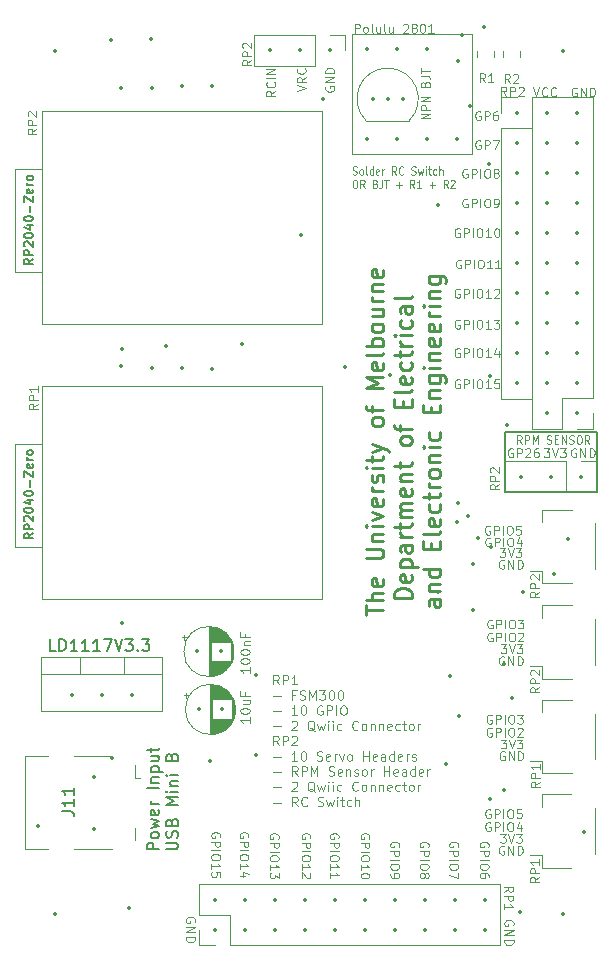
<source format=gto>
%TF.GenerationSoftware,KiCad,Pcbnew,7.0.10*%
%TF.CreationDate,2024-08-19T10:26:00+10:00*%
%TF.ProjectId,AI4R-SENSORPCB,41493452-2d53-4454-9e53-4f525043422e,rev?*%
%TF.SameCoordinates,Original*%
%TF.FileFunction,Legend,Top*%
%TF.FilePolarity,Positive*%
%FSLAX46Y46*%
G04 Gerber Fmt 4.6, Leading zero omitted, Abs format (unit mm)*
G04 Created by KiCad (PCBNEW 7.0.10) date 2024-08-19 10:26:00*
%MOMM*%
%LPD*%
G01*
G04 APERTURE LIST*
%ADD10C,0.150000*%
%ADD11C,0.100000*%
%ADD12C,0.250000*%
%ADD13C,0.120000*%
%ADD14C,0.350000*%
G04 APERTURE END LIST*
D10*
X53590000Y-47750000D02*
X61350000Y-47750000D01*
X61350000Y-52830000D01*
X53590000Y-52830000D01*
X53590000Y-47750000D01*
D11*
X59637217Y-18588728D02*
X59565789Y-18553014D01*
X59565789Y-18553014D02*
X59458646Y-18553014D01*
X59458646Y-18553014D02*
X59351503Y-18588728D01*
X59351503Y-18588728D02*
X59280074Y-18660157D01*
X59280074Y-18660157D02*
X59244360Y-18731585D01*
X59244360Y-18731585D02*
X59208646Y-18874442D01*
X59208646Y-18874442D02*
X59208646Y-18981585D01*
X59208646Y-18981585D02*
X59244360Y-19124442D01*
X59244360Y-19124442D02*
X59280074Y-19195871D01*
X59280074Y-19195871D02*
X59351503Y-19267300D01*
X59351503Y-19267300D02*
X59458646Y-19303014D01*
X59458646Y-19303014D02*
X59530074Y-19303014D01*
X59530074Y-19303014D02*
X59637217Y-19267300D01*
X59637217Y-19267300D02*
X59672931Y-19231585D01*
X59672931Y-19231585D02*
X59672931Y-18981585D01*
X59672931Y-18981585D02*
X59530074Y-18981585D01*
X59994360Y-19303014D02*
X59994360Y-18553014D01*
X59994360Y-18553014D02*
X60422931Y-19303014D01*
X60422931Y-19303014D02*
X60422931Y-18553014D01*
X60780074Y-19303014D02*
X60780074Y-18553014D01*
X60780074Y-18553014D02*
X60958645Y-18553014D01*
X60958645Y-18553014D02*
X61065788Y-18588728D01*
X61065788Y-18588728D02*
X61137217Y-18660157D01*
X61137217Y-18660157D02*
X61172931Y-18731585D01*
X61172931Y-18731585D02*
X61208645Y-18874442D01*
X61208645Y-18874442D02*
X61208645Y-18981585D01*
X61208645Y-18981585D02*
X61172931Y-19124442D01*
X61172931Y-19124442D02*
X61137217Y-19195871D01*
X61137217Y-19195871D02*
X61065788Y-19267300D01*
X61065788Y-19267300D02*
X60958645Y-19303014D01*
X60958645Y-19303014D02*
X60780074Y-19303014D01*
X55967217Y-18543014D02*
X56217217Y-19293014D01*
X56217217Y-19293014D02*
X56467217Y-18543014D01*
X57145788Y-19221585D02*
X57110074Y-19257300D01*
X57110074Y-19257300D02*
X57002931Y-19293014D01*
X57002931Y-19293014D02*
X56931503Y-19293014D01*
X56931503Y-19293014D02*
X56824360Y-19257300D01*
X56824360Y-19257300D02*
X56752931Y-19185871D01*
X56752931Y-19185871D02*
X56717217Y-19114442D01*
X56717217Y-19114442D02*
X56681503Y-18971585D01*
X56681503Y-18971585D02*
X56681503Y-18864442D01*
X56681503Y-18864442D02*
X56717217Y-18721585D01*
X56717217Y-18721585D02*
X56752931Y-18650157D01*
X56752931Y-18650157D02*
X56824360Y-18578728D01*
X56824360Y-18578728D02*
X56931503Y-18543014D01*
X56931503Y-18543014D02*
X57002931Y-18543014D01*
X57002931Y-18543014D02*
X57110074Y-18578728D01*
X57110074Y-18578728D02*
X57145788Y-18614442D01*
X57895788Y-19221585D02*
X57860074Y-19257300D01*
X57860074Y-19257300D02*
X57752931Y-19293014D01*
X57752931Y-19293014D02*
X57681503Y-19293014D01*
X57681503Y-19293014D02*
X57574360Y-19257300D01*
X57574360Y-19257300D02*
X57502931Y-19185871D01*
X57502931Y-19185871D02*
X57467217Y-19114442D01*
X57467217Y-19114442D02*
X57431503Y-18971585D01*
X57431503Y-18971585D02*
X57431503Y-18864442D01*
X57431503Y-18864442D02*
X57467217Y-18721585D01*
X57467217Y-18721585D02*
X57502931Y-18650157D01*
X57502931Y-18650157D02*
X57574360Y-18578728D01*
X57574360Y-18578728D02*
X57681503Y-18543014D01*
X57681503Y-18543014D02*
X57752931Y-18543014D01*
X57752931Y-18543014D02*
X57860074Y-18578728D01*
X57860074Y-18578728D02*
X57895788Y-18614442D01*
X50387217Y-27988728D02*
X50315789Y-27953014D01*
X50315789Y-27953014D02*
X50208646Y-27953014D01*
X50208646Y-27953014D02*
X50101503Y-27988728D01*
X50101503Y-27988728D02*
X50030074Y-28060157D01*
X50030074Y-28060157D02*
X49994360Y-28131585D01*
X49994360Y-28131585D02*
X49958646Y-28274442D01*
X49958646Y-28274442D02*
X49958646Y-28381585D01*
X49958646Y-28381585D02*
X49994360Y-28524442D01*
X49994360Y-28524442D02*
X50030074Y-28595871D01*
X50030074Y-28595871D02*
X50101503Y-28667300D01*
X50101503Y-28667300D02*
X50208646Y-28703014D01*
X50208646Y-28703014D02*
X50280074Y-28703014D01*
X50280074Y-28703014D02*
X50387217Y-28667300D01*
X50387217Y-28667300D02*
X50422931Y-28631585D01*
X50422931Y-28631585D02*
X50422931Y-28381585D01*
X50422931Y-28381585D02*
X50280074Y-28381585D01*
X50744360Y-28703014D02*
X50744360Y-27953014D01*
X50744360Y-27953014D02*
X51030074Y-27953014D01*
X51030074Y-27953014D02*
X51101503Y-27988728D01*
X51101503Y-27988728D02*
X51137217Y-28024442D01*
X51137217Y-28024442D02*
X51172931Y-28095871D01*
X51172931Y-28095871D02*
X51172931Y-28203014D01*
X51172931Y-28203014D02*
X51137217Y-28274442D01*
X51137217Y-28274442D02*
X51101503Y-28310157D01*
X51101503Y-28310157D02*
X51030074Y-28345871D01*
X51030074Y-28345871D02*
X50744360Y-28345871D01*
X51494360Y-28703014D02*
X51494360Y-27953014D01*
X51994360Y-27953014D02*
X52137217Y-27953014D01*
X52137217Y-27953014D02*
X52208646Y-27988728D01*
X52208646Y-27988728D02*
X52280074Y-28060157D01*
X52280074Y-28060157D02*
X52315789Y-28203014D01*
X52315789Y-28203014D02*
X52315789Y-28453014D01*
X52315789Y-28453014D02*
X52280074Y-28595871D01*
X52280074Y-28595871D02*
X52208646Y-28667300D01*
X52208646Y-28667300D02*
X52137217Y-28703014D01*
X52137217Y-28703014D02*
X51994360Y-28703014D01*
X51994360Y-28703014D02*
X51922932Y-28667300D01*
X51922932Y-28667300D02*
X51851503Y-28595871D01*
X51851503Y-28595871D02*
X51815789Y-28453014D01*
X51815789Y-28453014D02*
X51815789Y-28203014D01*
X51815789Y-28203014D02*
X51851503Y-28060157D01*
X51851503Y-28060157D02*
X51922932Y-27988728D01*
X51922932Y-27988728D02*
X51994360Y-27953014D01*
X52672931Y-28703014D02*
X52815788Y-28703014D01*
X52815788Y-28703014D02*
X52887217Y-28667300D01*
X52887217Y-28667300D02*
X52922931Y-28631585D01*
X52922931Y-28631585D02*
X52994360Y-28524442D01*
X52994360Y-28524442D02*
X53030074Y-28381585D01*
X53030074Y-28381585D02*
X53030074Y-28095871D01*
X53030074Y-28095871D02*
X52994360Y-28024442D01*
X52994360Y-28024442D02*
X52958646Y-27988728D01*
X52958646Y-27988728D02*
X52887217Y-27953014D01*
X52887217Y-27953014D02*
X52744360Y-27953014D01*
X52744360Y-27953014D02*
X52672931Y-27988728D01*
X52672931Y-27988728D02*
X52637217Y-28024442D01*
X52637217Y-28024442D02*
X52601503Y-28095871D01*
X52601503Y-28095871D02*
X52601503Y-28274442D01*
X52601503Y-28274442D02*
X52637217Y-28345871D01*
X52637217Y-28345871D02*
X52672931Y-28381585D01*
X52672931Y-28381585D02*
X52744360Y-28417300D01*
X52744360Y-28417300D02*
X52887217Y-28417300D01*
X52887217Y-28417300D02*
X52958646Y-28381585D01*
X52958646Y-28381585D02*
X52994360Y-28345871D01*
X52994360Y-28345871D02*
X53030074Y-28274442D01*
X56453014Y-85377068D02*
X56095871Y-85627068D01*
X56453014Y-85805639D02*
X55703014Y-85805639D01*
X55703014Y-85805639D02*
X55703014Y-85519925D01*
X55703014Y-85519925D02*
X55738728Y-85448496D01*
X55738728Y-85448496D02*
X55774442Y-85412782D01*
X55774442Y-85412782D02*
X55845871Y-85377068D01*
X55845871Y-85377068D02*
X55953014Y-85377068D01*
X55953014Y-85377068D02*
X56024442Y-85412782D01*
X56024442Y-85412782D02*
X56060157Y-85448496D01*
X56060157Y-85448496D02*
X56095871Y-85519925D01*
X56095871Y-85519925D02*
X56095871Y-85805639D01*
X56453014Y-85055639D02*
X55703014Y-85055639D01*
X55703014Y-85055639D02*
X55703014Y-84769925D01*
X55703014Y-84769925D02*
X55738728Y-84698496D01*
X55738728Y-84698496D02*
X55774442Y-84662782D01*
X55774442Y-84662782D02*
X55845871Y-84627068D01*
X55845871Y-84627068D02*
X55953014Y-84627068D01*
X55953014Y-84627068D02*
X56024442Y-84662782D01*
X56024442Y-84662782D02*
X56060157Y-84698496D01*
X56060157Y-84698496D02*
X56095871Y-84769925D01*
X56095871Y-84769925D02*
X56095871Y-85055639D01*
X56453014Y-83912782D02*
X56453014Y-84341353D01*
X56453014Y-84127068D02*
X55703014Y-84127068D01*
X55703014Y-84127068D02*
X55810157Y-84198496D01*
X55810157Y-84198496D02*
X55881585Y-84269925D01*
X55881585Y-84269925D02*
X55917300Y-84341353D01*
X35953014Y-18862782D02*
X36703014Y-18612782D01*
X36703014Y-18612782D02*
X35953014Y-18362782D01*
X36703014Y-17684211D02*
X36345871Y-17934211D01*
X36703014Y-18112782D02*
X35953014Y-18112782D01*
X35953014Y-18112782D02*
X35953014Y-17827068D01*
X35953014Y-17827068D02*
X35988728Y-17755639D01*
X35988728Y-17755639D02*
X36024442Y-17719925D01*
X36024442Y-17719925D02*
X36095871Y-17684211D01*
X36095871Y-17684211D02*
X36203014Y-17684211D01*
X36203014Y-17684211D02*
X36274442Y-17719925D01*
X36274442Y-17719925D02*
X36310157Y-17755639D01*
X36310157Y-17755639D02*
X36345871Y-17827068D01*
X36345871Y-17827068D02*
X36345871Y-18112782D01*
X36631585Y-16934211D02*
X36667300Y-16969925D01*
X36667300Y-16969925D02*
X36703014Y-17077068D01*
X36703014Y-17077068D02*
X36703014Y-17148496D01*
X36703014Y-17148496D02*
X36667300Y-17255639D01*
X36667300Y-17255639D02*
X36595871Y-17327068D01*
X36595871Y-17327068D02*
X36524442Y-17362782D01*
X36524442Y-17362782D02*
X36381585Y-17398496D01*
X36381585Y-17398496D02*
X36274442Y-17398496D01*
X36274442Y-17398496D02*
X36131585Y-17362782D01*
X36131585Y-17362782D02*
X36060157Y-17327068D01*
X36060157Y-17327068D02*
X35988728Y-17255639D01*
X35988728Y-17255639D02*
X35953014Y-17148496D01*
X35953014Y-17148496D02*
X35953014Y-17077068D01*
X35953014Y-17077068D02*
X35988728Y-16969925D01*
X35988728Y-16969925D02*
X36024442Y-16934211D01*
X53487217Y-58588728D02*
X53415789Y-58553014D01*
X53415789Y-58553014D02*
X53308646Y-58553014D01*
X53308646Y-58553014D02*
X53201503Y-58588728D01*
X53201503Y-58588728D02*
X53130074Y-58660157D01*
X53130074Y-58660157D02*
X53094360Y-58731585D01*
X53094360Y-58731585D02*
X53058646Y-58874442D01*
X53058646Y-58874442D02*
X53058646Y-58981585D01*
X53058646Y-58981585D02*
X53094360Y-59124442D01*
X53094360Y-59124442D02*
X53130074Y-59195871D01*
X53130074Y-59195871D02*
X53201503Y-59267300D01*
X53201503Y-59267300D02*
X53308646Y-59303014D01*
X53308646Y-59303014D02*
X53380074Y-59303014D01*
X53380074Y-59303014D02*
X53487217Y-59267300D01*
X53487217Y-59267300D02*
X53522931Y-59231585D01*
X53522931Y-59231585D02*
X53522931Y-58981585D01*
X53522931Y-58981585D02*
X53380074Y-58981585D01*
X53844360Y-59303014D02*
X53844360Y-58553014D01*
X53844360Y-58553014D02*
X54272931Y-59303014D01*
X54272931Y-59303014D02*
X54272931Y-58553014D01*
X54630074Y-59303014D02*
X54630074Y-58553014D01*
X54630074Y-58553014D02*
X54808645Y-58553014D01*
X54808645Y-58553014D02*
X54915788Y-58588728D01*
X54915788Y-58588728D02*
X54987217Y-58660157D01*
X54987217Y-58660157D02*
X55022931Y-58731585D01*
X55022931Y-58731585D02*
X55058645Y-58874442D01*
X55058645Y-58874442D02*
X55058645Y-58981585D01*
X55058645Y-58981585D02*
X55022931Y-59124442D01*
X55022931Y-59124442D02*
X54987217Y-59195871D01*
X54987217Y-59195871D02*
X54915788Y-59267300D01*
X54915788Y-59267300D02*
X54808645Y-59303014D01*
X54808645Y-59303014D02*
X54630074Y-59303014D01*
X49737217Y-38248728D02*
X49665789Y-38213014D01*
X49665789Y-38213014D02*
X49558646Y-38213014D01*
X49558646Y-38213014D02*
X49451503Y-38248728D01*
X49451503Y-38248728D02*
X49380074Y-38320157D01*
X49380074Y-38320157D02*
X49344360Y-38391585D01*
X49344360Y-38391585D02*
X49308646Y-38534442D01*
X49308646Y-38534442D02*
X49308646Y-38641585D01*
X49308646Y-38641585D02*
X49344360Y-38784442D01*
X49344360Y-38784442D02*
X49380074Y-38855871D01*
X49380074Y-38855871D02*
X49451503Y-38927300D01*
X49451503Y-38927300D02*
X49558646Y-38963014D01*
X49558646Y-38963014D02*
X49630074Y-38963014D01*
X49630074Y-38963014D02*
X49737217Y-38927300D01*
X49737217Y-38927300D02*
X49772931Y-38891585D01*
X49772931Y-38891585D02*
X49772931Y-38641585D01*
X49772931Y-38641585D02*
X49630074Y-38641585D01*
X50094360Y-38963014D02*
X50094360Y-38213014D01*
X50094360Y-38213014D02*
X50380074Y-38213014D01*
X50380074Y-38213014D02*
X50451503Y-38248728D01*
X50451503Y-38248728D02*
X50487217Y-38284442D01*
X50487217Y-38284442D02*
X50522931Y-38355871D01*
X50522931Y-38355871D02*
X50522931Y-38463014D01*
X50522931Y-38463014D02*
X50487217Y-38534442D01*
X50487217Y-38534442D02*
X50451503Y-38570157D01*
X50451503Y-38570157D02*
X50380074Y-38605871D01*
X50380074Y-38605871D02*
X50094360Y-38605871D01*
X50844360Y-38963014D02*
X50844360Y-38213014D01*
X51344360Y-38213014D02*
X51487217Y-38213014D01*
X51487217Y-38213014D02*
X51558646Y-38248728D01*
X51558646Y-38248728D02*
X51630074Y-38320157D01*
X51630074Y-38320157D02*
X51665789Y-38463014D01*
X51665789Y-38463014D02*
X51665789Y-38713014D01*
X51665789Y-38713014D02*
X51630074Y-38855871D01*
X51630074Y-38855871D02*
X51558646Y-38927300D01*
X51558646Y-38927300D02*
X51487217Y-38963014D01*
X51487217Y-38963014D02*
X51344360Y-38963014D01*
X51344360Y-38963014D02*
X51272932Y-38927300D01*
X51272932Y-38927300D02*
X51201503Y-38855871D01*
X51201503Y-38855871D02*
X51165789Y-38713014D01*
X51165789Y-38713014D02*
X51165789Y-38463014D01*
X51165789Y-38463014D02*
X51201503Y-38320157D01*
X51201503Y-38320157D02*
X51272932Y-38248728D01*
X51272932Y-38248728D02*
X51344360Y-38213014D01*
X52380074Y-38963014D02*
X51951503Y-38963014D01*
X52165788Y-38963014D02*
X52165788Y-38213014D01*
X52165788Y-38213014D02*
X52094360Y-38320157D01*
X52094360Y-38320157D02*
X52022931Y-38391585D01*
X52022931Y-38391585D02*
X51951503Y-38427300D01*
X52630074Y-38213014D02*
X53094360Y-38213014D01*
X53094360Y-38213014D02*
X52844360Y-38498728D01*
X52844360Y-38498728D02*
X52951503Y-38498728D01*
X52951503Y-38498728D02*
X53022932Y-38534442D01*
X53022932Y-38534442D02*
X53058646Y-38570157D01*
X53058646Y-38570157D02*
X53094360Y-38641585D01*
X53094360Y-38641585D02*
X53094360Y-38820157D01*
X53094360Y-38820157D02*
X53058646Y-38891585D01*
X53058646Y-38891585D02*
X53022932Y-38927300D01*
X53022932Y-38927300D02*
X52951503Y-38963014D01*
X52951503Y-38963014D02*
X52737217Y-38963014D01*
X52737217Y-38963014D02*
X52665789Y-38927300D01*
X52665789Y-38927300D02*
X52630074Y-38891585D01*
X13903014Y-22027068D02*
X13545871Y-22277068D01*
X13903014Y-22455639D02*
X13153014Y-22455639D01*
X13153014Y-22455639D02*
X13153014Y-22169925D01*
X13153014Y-22169925D02*
X13188728Y-22098496D01*
X13188728Y-22098496D02*
X13224442Y-22062782D01*
X13224442Y-22062782D02*
X13295871Y-22027068D01*
X13295871Y-22027068D02*
X13403014Y-22027068D01*
X13403014Y-22027068D02*
X13474442Y-22062782D01*
X13474442Y-22062782D02*
X13510157Y-22098496D01*
X13510157Y-22098496D02*
X13545871Y-22169925D01*
X13545871Y-22169925D02*
X13545871Y-22455639D01*
X13903014Y-21705639D02*
X13153014Y-21705639D01*
X13153014Y-21705639D02*
X13153014Y-21419925D01*
X13153014Y-21419925D02*
X13188728Y-21348496D01*
X13188728Y-21348496D02*
X13224442Y-21312782D01*
X13224442Y-21312782D02*
X13295871Y-21277068D01*
X13295871Y-21277068D02*
X13403014Y-21277068D01*
X13403014Y-21277068D02*
X13474442Y-21312782D01*
X13474442Y-21312782D02*
X13510157Y-21348496D01*
X13510157Y-21348496D02*
X13545871Y-21419925D01*
X13545871Y-21419925D02*
X13545871Y-21705639D01*
X13224442Y-20991353D02*
X13188728Y-20955639D01*
X13188728Y-20955639D02*
X13153014Y-20884211D01*
X13153014Y-20884211D02*
X13153014Y-20705639D01*
X13153014Y-20705639D02*
X13188728Y-20634211D01*
X13188728Y-20634211D02*
X13224442Y-20598496D01*
X13224442Y-20598496D02*
X13295871Y-20562782D01*
X13295871Y-20562782D02*
X13367300Y-20562782D01*
X13367300Y-20562782D02*
X13474442Y-20598496D01*
X13474442Y-20598496D02*
X13903014Y-21027068D01*
X13903014Y-21027068D02*
X13903014Y-20562782D01*
X53045514Y-52157068D02*
X52688371Y-52407068D01*
X53045514Y-52585639D02*
X52295514Y-52585639D01*
X52295514Y-52585639D02*
X52295514Y-52299925D01*
X52295514Y-52299925D02*
X52331228Y-52228496D01*
X52331228Y-52228496D02*
X52366942Y-52192782D01*
X52366942Y-52192782D02*
X52438371Y-52157068D01*
X52438371Y-52157068D02*
X52545514Y-52157068D01*
X52545514Y-52157068D02*
X52616942Y-52192782D01*
X52616942Y-52192782D02*
X52652657Y-52228496D01*
X52652657Y-52228496D02*
X52688371Y-52299925D01*
X52688371Y-52299925D02*
X52688371Y-52585639D01*
X53045514Y-51835639D02*
X52295514Y-51835639D01*
X52295514Y-51835639D02*
X52295514Y-51549925D01*
X52295514Y-51549925D02*
X52331228Y-51478496D01*
X52331228Y-51478496D02*
X52366942Y-51442782D01*
X52366942Y-51442782D02*
X52438371Y-51407068D01*
X52438371Y-51407068D02*
X52545514Y-51407068D01*
X52545514Y-51407068D02*
X52616942Y-51442782D01*
X52616942Y-51442782D02*
X52652657Y-51478496D01*
X52652657Y-51478496D02*
X52688371Y-51549925D01*
X52688371Y-51549925D02*
X52688371Y-51835639D01*
X52366942Y-51121353D02*
X52331228Y-51085639D01*
X52331228Y-51085639D02*
X52295514Y-51014211D01*
X52295514Y-51014211D02*
X52295514Y-50835639D01*
X52295514Y-50835639D02*
X52331228Y-50764211D01*
X52331228Y-50764211D02*
X52366942Y-50728496D01*
X52366942Y-50728496D02*
X52438371Y-50692782D01*
X52438371Y-50692782D02*
X52509800Y-50692782D01*
X52509800Y-50692782D02*
X52616942Y-50728496D01*
X52616942Y-50728496D02*
X53045514Y-51157068D01*
X53045514Y-51157068D02*
X53045514Y-50692782D01*
D10*
X24259819Y-83063220D02*
X23259819Y-83063220D01*
X23259819Y-83063220D02*
X23259819Y-82682268D01*
X23259819Y-82682268D02*
X23307438Y-82587030D01*
X23307438Y-82587030D02*
X23355057Y-82539411D01*
X23355057Y-82539411D02*
X23450295Y-82491792D01*
X23450295Y-82491792D02*
X23593152Y-82491792D01*
X23593152Y-82491792D02*
X23688390Y-82539411D01*
X23688390Y-82539411D02*
X23736009Y-82587030D01*
X23736009Y-82587030D02*
X23783628Y-82682268D01*
X23783628Y-82682268D02*
X23783628Y-83063220D01*
X24259819Y-81920363D02*
X24212200Y-82015601D01*
X24212200Y-82015601D02*
X24164580Y-82063220D01*
X24164580Y-82063220D02*
X24069342Y-82110839D01*
X24069342Y-82110839D02*
X23783628Y-82110839D01*
X23783628Y-82110839D02*
X23688390Y-82063220D01*
X23688390Y-82063220D02*
X23640771Y-82015601D01*
X23640771Y-82015601D02*
X23593152Y-81920363D01*
X23593152Y-81920363D02*
X23593152Y-81777506D01*
X23593152Y-81777506D02*
X23640771Y-81682268D01*
X23640771Y-81682268D02*
X23688390Y-81634649D01*
X23688390Y-81634649D02*
X23783628Y-81587030D01*
X23783628Y-81587030D02*
X24069342Y-81587030D01*
X24069342Y-81587030D02*
X24164580Y-81634649D01*
X24164580Y-81634649D02*
X24212200Y-81682268D01*
X24212200Y-81682268D02*
X24259819Y-81777506D01*
X24259819Y-81777506D02*
X24259819Y-81920363D01*
X23593152Y-81253696D02*
X24259819Y-81063220D01*
X24259819Y-81063220D02*
X23783628Y-80872744D01*
X23783628Y-80872744D02*
X24259819Y-80682268D01*
X24259819Y-80682268D02*
X23593152Y-80491792D01*
X24212200Y-79729887D02*
X24259819Y-79825125D01*
X24259819Y-79825125D02*
X24259819Y-80015601D01*
X24259819Y-80015601D02*
X24212200Y-80110839D01*
X24212200Y-80110839D02*
X24116961Y-80158458D01*
X24116961Y-80158458D02*
X23736009Y-80158458D01*
X23736009Y-80158458D02*
X23640771Y-80110839D01*
X23640771Y-80110839D02*
X23593152Y-80015601D01*
X23593152Y-80015601D02*
X23593152Y-79825125D01*
X23593152Y-79825125D02*
X23640771Y-79729887D01*
X23640771Y-79729887D02*
X23736009Y-79682268D01*
X23736009Y-79682268D02*
X23831247Y-79682268D01*
X23831247Y-79682268D02*
X23926485Y-80158458D01*
X24259819Y-79253696D02*
X23593152Y-79253696D01*
X23783628Y-79253696D02*
X23688390Y-79206077D01*
X23688390Y-79206077D02*
X23640771Y-79158458D01*
X23640771Y-79158458D02*
X23593152Y-79063220D01*
X23593152Y-79063220D02*
X23593152Y-78967982D01*
X24259819Y-77872743D02*
X23259819Y-77872743D01*
X23593152Y-77396553D02*
X24259819Y-77396553D01*
X23688390Y-77396553D02*
X23640771Y-77348934D01*
X23640771Y-77348934D02*
X23593152Y-77253696D01*
X23593152Y-77253696D02*
X23593152Y-77110839D01*
X23593152Y-77110839D02*
X23640771Y-77015601D01*
X23640771Y-77015601D02*
X23736009Y-76967982D01*
X23736009Y-76967982D02*
X24259819Y-76967982D01*
X23593152Y-76491791D02*
X24593152Y-76491791D01*
X23640771Y-76491791D02*
X23593152Y-76396553D01*
X23593152Y-76396553D02*
X23593152Y-76206077D01*
X23593152Y-76206077D02*
X23640771Y-76110839D01*
X23640771Y-76110839D02*
X23688390Y-76063220D01*
X23688390Y-76063220D02*
X23783628Y-76015601D01*
X23783628Y-76015601D02*
X24069342Y-76015601D01*
X24069342Y-76015601D02*
X24164580Y-76063220D01*
X24164580Y-76063220D02*
X24212200Y-76110839D01*
X24212200Y-76110839D02*
X24259819Y-76206077D01*
X24259819Y-76206077D02*
X24259819Y-76396553D01*
X24259819Y-76396553D02*
X24212200Y-76491791D01*
X23593152Y-75158458D02*
X24259819Y-75158458D01*
X23593152Y-75587029D02*
X24116961Y-75587029D01*
X24116961Y-75587029D02*
X24212200Y-75539410D01*
X24212200Y-75539410D02*
X24259819Y-75444172D01*
X24259819Y-75444172D02*
X24259819Y-75301315D01*
X24259819Y-75301315D02*
X24212200Y-75206077D01*
X24212200Y-75206077D02*
X24164580Y-75158458D01*
X23593152Y-74825124D02*
X23593152Y-74444172D01*
X23259819Y-74682267D02*
X24116961Y-74682267D01*
X24116961Y-74682267D02*
X24212200Y-74634648D01*
X24212200Y-74634648D02*
X24259819Y-74539410D01*
X24259819Y-74539410D02*
X24259819Y-74444172D01*
X24869819Y-83063220D02*
X25679342Y-83063220D01*
X25679342Y-83063220D02*
X25774580Y-83015601D01*
X25774580Y-83015601D02*
X25822200Y-82967982D01*
X25822200Y-82967982D02*
X25869819Y-82872744D01*
X25869819Y-82872744D02*
X25869819Y-82682268D01*
X25869819Y-82682268D02*
X25822200Y-82587030D01*
X25822200Y-82587030D02*
X25774580Y-82539411D01*
X25774580Y-82539411D02*
X25679342Y-82491792D01*
X25679342Y-82491792D02*
X24869819Y-82491792D01*
X25822200Y-82063220D02*
X25869819Y-81920363D01*
X25869819Y-81920363D02*
X25869819Y-81682268D01*
X25869819Y-81682268D02*
X25822200Y-81587030D01*
X25822200Y-81587030D02*
X25774580Y-81539411D01*
X25774580Y-81539411D02*
X25679342Y-81491792D01*
X25679342Y-81491792D02*
X25584104Y-81491792D01*
X25584104Y-81491792D02*
X25488866Y-81539411D01*
X25488866Y-81539411D02*
X25441247Y-81587030D01*
X25441247Y-81587030D02*
X25393628Y-81682268D01*
X25393628Y-81682268D02*
X25346009Y-81872744D01*
X25346009Y-81872744D02*
X25298390Y-81967982D01*
X25298390Y-81967982D02*
X25250771Y-82015601D01*
X25250771Y-82015601D02*
X25155533Y-82063220D01*
X25155533Y-82063220D02*
X25060295Y-82063220D01*
X25060295Y-82063220D02*
X24965057Y-82015601D01*
X24965057Y-82015601D02*
X24917438Y-81967982D01*
X24917438Y-81967982D02*
X24869819Y-81872744D01*
X24869819Y-81872744D02*
X24869819Y-81634649D01*
X24869819Y-81634649D02*
X24917438Y-81491792D01*
X25346009Y-80729887D02*
X25393628Y-80587030D01*
X25393628Y-80587030D02*
X25441247Y-80539411D01*
X25441247Y-80539411D02*
X25536485Y-80491792D01*
X25536485Y-80491792D02*
X25679342Y-80491792D01*
X25679342Y-80491792D02*
X25774580Y-80539411D01*
X25774580Y-80539411D02*
X25822200Y-80587030D01*
X25822200Y-80587030D02*
X25869819Y-80682268D01*
X25869819Y-80682268D02*
X25869819Y-81063220D01*
X25869819Y-81063220D02*
X24869819Y-81063220D01*
X24869819Y-81063220D02*
X24869819Y-80729887D01*
X24869819Y-80729887D02*
X24917438Y-80634649D01*
X24917438Y-80634649D02*
X24965057Y-80587030D01*
X24965057Y-80587030D02*
X25060295Y-80539411D01*
X25060295Y-80539411D02*
X25155533Y-80539411D01*
X25155533Y-80539411D02*
X25250771Y-80587030D01*
X25250771Y-80587030D02*
X25298390Y-80634649D01*
X25298390Y-80634649D02*
X25346009Y-80729887D01*
X25346009Y-80729887D02*
X25346009Y-81063220D01*
X25869819Y-79301315D02*
X24869819Y-79301315D01*
X24869819Y-79301315D02*
X25584104Y-78967982D01*
X25584104Y-78967982D02*
X24869819Y-78634649D01*
X24869819Y-78634649D02*
X25869819Y-78634649D01*
X25869819Y-78158458D02*
X25203152Y-78158458D01*
X24869819Y-78158458D02*
X24917438Y-78206077D01*
X24917438Y-78206077D02*
X24965057Y-78158458D01*
X24965057Y-78158458D02*
X24917438Y-78110839D01*
X24917438Y-78110839D02*
X24869819Y-78158458D01*
X24869819Y-78158458D02*
X24965057Y-78158458D01*
X25203152Y-77682268D02*
X25869819Y-77682268D01*
X25298390Y-77682268D02*
X25250771Y-77634649D01*
X25250771Y-77634649D02*
X25203152Y-77539411D01*
X25203152Y-77539411D02*
X25203152Y-77396554D01*
X25203152Y-77396554D02*
X25250771Y-77301316D01*
X25250771Y-77301316D02*
X25346009Y-77253697D01*
X25346009Y-77253697D02*
X25869819Y-77253697D01*
X25869819Y-76777506D02*
X25203152Y-76777506D01*
X24869819Y-76777506D02*
X24917438Y-76825125D01*
X24917438Y-76825125D02*
X24965057Y-76777506D01*
X24965057Y-76777506D02*
X24917438Y-76729887D01*
X24917438Y-76729887D02*
X24869819Y-76777506D01*
X24869819Y-76777506D02*
X24965057Y-76777506D01*
X25346009Y-75206078D02*
X25393628Y-75063221D01*
X25393628Y-75063221D02*
X25441247Y-75015602D01*
X25441247Y-75015602D02*
X25536485Y-74967983D01*
X25536485Y-74967983D02*
X25679342Y-74967983D01*
X25679342Y-74967983D02*
X25774580Y-75015602D01*
X25774580Y-75015602D02*
X25822200Y-75063221D01*
X25822200Y-75063221D02*
X25869819Y-75158459D01*
X25869819Y-75158459D02*
X25869819Y-75539411D01*
X25869819Y-75539411D02*
X24869819Y-75539411D01*
X24869819Y-75539411D02*
X24869819Y-75206078D01*
X24869819Y-75206078D02*
X24917438Y-75110840D01*
X24917438Y-75110840D02*
X24965057Y-75063221D01*
X24965057Y-75063221D02*
X25060295Y-75015602D01*
X25060295Y-75015602D02*
X25155533Y-75015602D01*
X25155533Y-75015602D02*
X25250771Y-75063221D01*
X25250771Y-75063221D02*
X25298390Y-75110840D01*
X25298390Y-75110840D02*
X25346009Y-75206078D01*
X25346009Y-75206078D02*
X25346009Y-75539411D01*
D11*
X49561271Y-82837217D02*
X49596985Y-82765789D01*
X49596985Y-82765789D02*
X49596985Y-82658646D01*
X49596985Y-82658646D02*
X49561271Y-82551503D01*
X49561271Y-82551503D02*
X49489842Y-82480074D01*
X49489842Y-82480074D02*
X49418414Y-82444360D01*
X49418414Y-82444360D02*
X49275557Y-82408646D01*
X49275557Y-82408646D02*
X49168414Y-82408646D01*
X49168414Y-82408646D02*
X49025557Y-82444360D01*
X49025557Y-82444360D02*
X48954128Y-82480074D01*
X48954128Y-82480074D02*
X48882700Y-82551503D01*
X48882700Y-82551503D02*
X48846985Y-82658646D01*
X48846985Y-82658646D02*
X48846985Y-82730074D01*
X48846985Y-82730074D02*
X48882700Y-82837217D01*
X48882700Y-82837217D02*
X48918414Y-82872931D01*
X48918414Y-82872931D02*
X49168414Y-82872931D01*
X49168414Y-82872931D02*
X49168414Y-82730074D01*
X48846985Y-83194360D02*
X49596985Y-83194360D01*
X49596985Y-83194360D02*
X49596985Y-83480074D01*
X49596985Y-83480074D02*
X49561271Y-83551503D01*
X49561271Y-83551503D02*
X49525557Y-83587217D01*
X49525557Y-83587217D02*
X49454128Y-83622931D01*
X49454128Y-83622931D02*
X49346985Y-83622931D01*
X49346985Y-83622931D02*
X49275557Y-83587217D01*
X49275557Y-83587217D02*
X49239842Y-83551503D01*
X49239842Y-83551503D02*
X49204128Y-83480074D01*
X49204128Y-83480074D02*
X49204128Y-83194360D01*
X48846985Y-83944360D02*
X49596985Y-83944360D01*
X49596985Y-84444360D02*
X49596985Y-84587217D01*
X49596985Y-84587217D02*
X49561271Y-84658646D01*
X49561271Y-84658646D02*
X49489842Y-84730074D01*
X49489842Y-84730074D02*
X49346985Y-84765789D01*
X49346985Y-84765789D02*
X49096985Y-84765789D01*
X49096985Y-84765789D02*
X48954128Y-84730074D01*
X48954128Y-84730074D02*
X48882700Y-84658646D01*
X48882700Y-84658646D02*
X48846985Y-84587217D01*
X48846985Y-84587217D02*
X48846985Y-84444360D01*
X48846985Y-84444360D02*
X48882700Y-84372932D01*
X48882700Y-84372932D02*
X48954128Y-84301503D01*
X48954128Y-84301503D02*
X49096985Y-84265789D01*
X49096985Y-84265789D02*
X49346985Y-84265789D01*
X49346985Y-84265789D02*
X49489842Y-84301503D01*
X49489842Y-84301503D02*
X49561271Y-84372932D01*
X49561271Y-84372932D02*
X49596985Y-84444360D01*
X49596985Y-85015788D02*
X49596985Y-85515788D01*
X49596985Y-85515788D02*
X48846985Y-85194360D01*
X39461271Y-82117217D02*
X39496985Y-82045789D01*
X39496985Y-82045789D02*
X39496985Y-81938646D01*
X39496985Y-81938646D02*
X39461271Y-81831503D01*
X39461271Y-81831503D02*
X39389842Y-81760074D01*
X39389842Y-81760074D02*
X39318414Y-81724360D01*
X39318414Y-81724360D02*
X39175557Y-81688646D01*
X39175557Y-81688646D02*
X39068414Y-81688646D01*
X39068414Y-81688646D02*
X38925557Y-81724360D01*
X38925557Y-81724360D02*
X38854128Y-81760074D01*
X38854128Y-81760074D02*
X38782700Y-81831503D01*
X38782700Y-81831503D02*
X38746985Y-81938646D01*
X38746985Y-81938646D02*
X38746985Y-82010074D01*
X38746985Y-82010074D02*
X38782700Y-82117217D01*
X38782700Y-82117217D02*
X38818414Y-82152931D01*
X38818414Y-82152931D02*
X39068414Y-82152931D01*
X39068414Y-82152931D02*
X39068414Y-82010074D01*
X38746985Y-82474360D02*
X39496985Y-82474360D01*
X39496985Y-82474360D02*
X39496985Y-82760074D01*
X39496985Y-82760074D02*
X39461271Y-82831503D01*
X39461271Y-82831503D02*
X39425557Y-82867217D01*
X39425557Y-82867217D02*
X39354128Y-82902931D01*
X39354128Y-82902931D02*
X39246985Y-82902931D01*
X39246985Y-82902931D02*
X39175557Y-82867217D01*
X39175557Y-82867217D02*
X39139842Y-82831503D01*
X39139842Y-82831503D02*
X39104128Y-82760074D01*
X39104128Y-82760074D02*
X39104128Y-82474360D01*
X38746985Y-83224360D02*
X39496985Y-83224360D01*
X39496985Y-83724360D02*
X39496985Y-83867217D01*
X39496985Y-83867217D02*
X39461271Y-83938646D01*
X39461271Y-83938646D02*
X39389842Y-84010074D01*
X39389842Y-84010074D02*
X39246985Y-84045789D01*
X39246985Y-84045789D02*
X38996985Y-84045789D01*
X38996985Y-84045789D02*
X38854128Y-84010074D01*
X38854128Y-84010074D02*
X38782700Y-83938646D01*
X38782700Y-83938646D02*
X38746985Y-83867217D01*
X38746985Y-83867217D02*
X38746985Y-83724360D01*
X38746985Y-83724360D02*
X38782700Y-83652932D01*
X38782700Y-83652932D02*
X38854128Y-83581503D01*
X38854128Y-83581503D02*
X38996985Y-83545789D01*
X38996985Y-83545789D02*
X39246985Y-83545789D01*
X39246985Y-83545789D02*
X39389842Y-83581503D01*
X39389842Y-83581503D02*
X39461271Y-83652932D01*
X39461271Y-83652932D02*
X39496985Y-83724360D01*
X38746985Y-84760074D02*
X38746985Y-84331503D01*
X38746985Y-84545788D02*
X39496985Y-84545788D01*
X39496985Y-84545788D02*
X39389842Y-84474360D01*
X39389842Y-84474360D02*
X39318414Y-84402931D01*
X39318414Y-84402931D02*
X39282700Y-84331503D01*
X38746985Y-85474360D02*
X38746985Y-85045789D01*
X38746985Y-85260074D02*
X39496985Y-85260074D01*
X39496985Y-85260074D02*
X39389842Y-85188646D01*
X39389842Y-85188646D02*
X39318414Y-85117217D01*
X39318414Y-85117217D02*
X39282700Y-85045789D01*
X49737217Y-40648728D02*
X49665789Y-40613014D01*
X49665789Y-40613014D02*
X49558646Y-40613014D01*
X49558646Y-40613014D02*
X49451503Y-40648728D01*
X49451503Y-40648728D02*
X49380074Y-40720157D01*
X49380074Y-40720157D02*
X49344360Y-40791585D01*
X49344360Y-40791585D02*
X49308646Y-40934442D01*
X49308646Y-40934442D02*
X49308646Y-41041585D01*
X49308646Y-41041585D02*
X49344360Y-41184442D01*
X49344360Y-41184442D02*
X49380074Y-41255871D01*
X49380074Y-41255871D02*
X49451503Y-41327300D01*
X49451503Y-41327300D02*
X49558646Y-41363014D01*
X49558646Y-41363014D02*
X49630074Y-41363014D01*
X49630074Y-41363014D02*
X49737217Y-41327300D01*
X49737217Y-41327300D02*
X49772931Y-41291585D01*
X49772931Y-41291585D02*
X49772931Y-41041585D01*
X49772931Y-41041585D02*
X49630074Y-41041585D01*
X50094360Y-41363014D02*
X50094360Y-40613014D01*
X50094360Y-40613014D02*
X50380074Y-40613014D01*
X50380074Y-40613014D02*
X50451503Y-40648728D01*
X50451503Y-40648728D02*
X50487217Y-40684442D01*
X50487217Y-40684442D02*
X50522931Y-40755871D01*
X50522931Y-40755871D02*
X50522931Y-40863014D01*
X50522931Y-40863014D02*
X50487217Y-40934442D01*
X50487217Y-40934442D02*
X50451503Y-40970157D01*
X50451503Y-40970157D02*
X50380074Y-41005871D01*
X50380074Y-41005871D02*
X50094360Y-41005871D01*
X50844360Y-41363014D02*
X50844360Y-40613014D01*
X51344360Y-40613014D02*
X51487217Y-40613014D01*
X51487217Y-40613014D02*
X51558646Y-40648728D01*
X51558646Y-40648728D02*
X51630074Y-40720157D01*
X51630074Y-40720157D02*
X51665789Y-40863014D01*
X51665789Y-40863014D02*
X51665789Y-41113014D01*
X51665789Y-41113014D02*
X51630074Y-41255871D01*
X51630074Y-41255871D02*
X51558646Y-41327300D01*
X51558646Y-41327300D02*
X51487217Y-41363014D01*
X51487217Y-41363014D02*
X51344360Y-41363014D01*
X51344360Y-41363014D02*
X51272932Y-41327300D01*
X51272932Y-41327300D02*
X51201503Y-41255871D01*
X51201503Y-41255871D02*
X51165789Y-41113014D01*
X51165789Y-41113014D02*
X51165789Y-40863014D01*
X51165789Y-40863014D02*
X51201503Y-40720157D01*
X51201503Y-40720157D02*
X51272932Y-40648728D01*
X51272932Y-40648728D02*
X51344360Y-40613014D01*
X52380074Y-41363014D02*
X51951503Y-41363014D01*
X52165788Y-41363014D02*
X52165788Y-40613014D01*
X52165788Y-40613014D02*
X52094360Y-40720157D01*
X52094360Y-40720157D02*
X52022931Y-40791585D01*
X52022931Y-40791585D02*
X51951503Y-40827300D01*
X53022932Y-40863014D02*
X53022932Y-41363014D01*
X52844360Y-40577300D02*
X52665789Y-41113014D01*
X52665789Y-41113014D02*
X53130074Y-41113014D01*
X40844360Y-13903014D02*
X40844360Y-13153014D01*
X40844360Y-13153014D02*
X41130074Y-13153014D01*
X41130074Y-13153014D02*
X41201503Y-13188728D01*
X41201503Y-13188728D02*
X41237217Y-13224442D01*
X41237217Y-13224442D02*
X41272931Y-13295871D01*
X41272931Y-13295871D02*
X41272931Y-13403014D01*
X41272931Y-13403014D02*
X41237217Y-13474442D01*
X41237217Y-13474442D02*
X41201503Y-13510157D01*
X41201503Y-13510157D02*
X41130074Y-13545871D01*
X41130074Y-13545871D02*
X40844360Y-13545871D01*
X41701503Y-13903014D02*
X41630074Y-13867300D01*
X41630074Y-13867300D02*
X41594360Y-13831585D01*
X41594360Y-13831585D02*
X41558646Y-13760157D01*
X41558646Y-13760157D02*
X41558646Y-13545871D01*
X41558646Y-13545871D02*
X41594360Y-13474442D01*
X41594360Y-13474442D02*
X41630074Y-13438728D01*
X41630074Y-13438728D02*
X41701503Y-13403014D01*
X41701503Y-13403014D02*
X41808646Y-13403014D01*
X41808646Y-13403014D02*
X41880074Y-13438728D01*
X41880074Y-13438728D02*
X41915789Y-13474442D01*
X41915789Y-13474442D02*
X41951503Y-13545871D01*
X41951503Y-13545871D02*
X41951503Y-13760157D01*
X41951503Y-13760157D02*
X41915789Y-13831585D01*
X41915789Y-13831585D02*
X41880074Y-13867300D01*
X41880074Y-13867300D02*
X41808646Y-13903014D01*
X41808646Y-13903014D02*
X41701503Y-13903014D01*
X42380074Y-13903014D02*
X42308645Y-13867300D01*
X42308645Y-13867300D02*
X42272931Y-13795871D01*
X42272931Y-13795871D02*
X42272931Y-13153014D01*
X42987217Y-13403014D02*
X42987217Y-13903014D01*
X42665788Y-13403014D02*
X42665788Y-13795871D01*
X42665788Y-13795871D02*
X42701502Y-13867300D01*
X42701502Y-13867300D02*
X42772931Y-13903014D01*
X42772931Y-13903014D02*
X42880074Y-13903014D01*
X42880074Y-13903014D02*
X42951502Y-13867300D01*
X42951502Y-13867300D02*
X42987217Y-13831585D01*
X43451502Y-13903014D02*
X43380073Y-13867300D01*
X43380073Y-13867300D02*
X43344359Y-13795871D01*
X43344359Y-13795871D02*
X43344359Y-13153014D01*
X44058645Y-13403014D02*
X44058645Y-13903014D01*
X43737216Y-13403014D02*
X43737216Y-13795871D01*
X43737216Y-13795871D02*
X43772930Y-13867300D01*
X43772930Y-13867300D02*
X43844359Y-13903014D01*
X43844359Y-13903014D02*
X43951502Y-13903014D01*
X43951502Y-13903014D02*
X44022930Y-13867300D01*
X44022930Y-13867300D02*
X44058645Y-13831585D01*
X44951502Y-13224442D02*
X44987216Y-13188728D01*
X44987216Y-13188728D02*
X45058645Y-13153014D01*
X45058645Y-13153014D02*
X45237216Y-13153014D01*
X45237216Y-13153014D02*
X45308645Y-13188728D01*
X45308645Y-13188728D02*
X45344359Y-13224442D01*
X45344359Y-13224442D02*
X45380073Y-13295871D01*
X45380073Y-13295871D02*
X45380073Y-13367300D01*
X45380073Y-13367300D02*
X45344359Y-13474442D01*
X45344359Y-13474442D02*
X44915787Y-13903014D01*
X44915787Y-13903014D02*
X45380073Y-13903014D01*
X45808645Y-13474442D02*
X45737216Y-13438728D01*
X45737216Y-13438728D02*
X45701502Y-13403014D01*
X45701502Y-13403014D02*
X45665788Y-13331585D01*
X45665788Y-13331585D02*
X45665788Y-13295871D01*
X45665788Y-13295871D02*
X45701502Y-13224442D01*
X45701502Y-13224442D02*
X45737216Y-13188728D01*
X45737216Y-13188728D02*
X45808645Y-13153014D01*
X45808645Y-13153014D02*
X45951502Y-13153014D01*
X45951502Y-13153014D02*
X46022931Y-13188728D01*
X46022931Y-13188728D02*
X46058645Y-13224442D01*
X46058645Y-13224442D02*
X46094359Y-13295871D01*
X46094359Y-13295871D02*
X46094359Y-13331585D01*
X46094359Y-13331585D02*
X46058645Y-13403014D01*
X46058645Y-13403014D02*
X46022931Y-13438728D01*
X46022931Y-13438728D02*
X45951502Y-13474442D01*
X45951502Y-13474442D02*
X45808645Y-13474442D01*
X45808645Y-13474442D02*
X45737216Y-13510157D01*
X45737216Y-13510157D02*
X45701502Y-13545871D01*
X45701502Y-13545871D02*
X45665788Y-13617300D01*
X45665788Y-13617300D02*
X45665788Y-13760157D01*
X45665788Y-13760157D02*
X45701502Y-13831585D01*
X45701502Y-13831585D02*
X45737216Y-13867300D01*
X45737216Y-13867300D02*
X45808645Y-13903014D01*
X45808645Y-13903014D02*
X45951502Y-13903014D01*
X45951502Y-13903014D02*
X46022931Y-13867300D01*
X46022931Y-13867300D02*
X46058645Y-13831585D01*
X46058645Y-13831585D02*
X46094359Y-13760157D01*
X46094359Y-13760157D02*
X46094359Y-13617300D01*
X46094359Y-13617300D02*
X46058645Y-13545871D01*
X46058645Y-13545871D02*
X46022931Y-13510157D01*
X46022931Y-13510157D02*
X45951502Y-13474442D01*
X46558645Y-13153014D02*
X46630074Y-13153014D01*
X46630074Y-13153014D02*
X46701502Y-13188728D01*
X46701502Y-13188728D02*
X46737217Y-13224442D01*
X46737217Y-13224442D02*
X46772931Y-13295871D01*
X46772931Y-13295871D02*
X46808645Y-13438728D01*
X46808645Y-13438728D02*
X46808645Y-13617300D01*
X46808645Y-13617300D02*
X46772931Y-13760157D01*
X46772931Y-13760157D02*
X46737217Y-13831585D01*
X46737217Y-13831585D02*
X46701502Y-13867300D01*
X46701502Y-13867300D02*
X46630074Y-13903014D01*
X46630074Y-13903014D02*
X46558645Y-13903014D01*
X46558645Y-13903014D02*
X46487217Y-13867300D01*
X46487217Y-13867300D02*
X46451502Y-13831585D01*
X46451502Y-13831585D02*
X46415788Y-13760157D01*
X46415788Y-13760157D02*
X46380074Y-13617300D01*
X46380074Y-13617300D02*
X46380074Y-13438728D01*
X46380074Y-13438728D02*
X46415788Y-13295871D01*
X46415788Y-13295871D02*
X46451502Y-13224442D01*
X46451502Y-13224442D02*
X46487217Y-13188728D01*
X46487217Y-13188728D02*
X46558645Y-13153014D01*
X47522931Y-13903014D02*
X47094360Y-13903014D01*
X47308645Y-13903014D02*
X47308645Y-13153014D01*
X47308645Y-13153014D02*
X47237217Y-13260157D01*
X47237217Y-13260157D02*
X47165788Y-13331585D01*
X47165788Y-13331585D02*
X47094360Y-13367300D01*
X34361271Y-82137217D02*
X34396985Y-82065789D01*
X34396985Y-82065789D02*
X34396985Y-81958646D01*
X34396985Y-81958646D02*
X34361271Y-81851503D01*
X34361271Y-81851503D02*
X34289842Y-81780074D01*
X34289842Y-81780074D02*
X34218414Y-81744360D01*
X34218414Y-81744360D02*
X34075557Y-81708646D01*
X34075557Y-81708646D02*
X33968414Y-81708646D01*
X33968414Y-81708646D02*
X33825557Y-81744360D01*
X33825557Y-81744360D02*
X33754128Y-81780074D01*
X33754128Y-81780074D02*
X33682700Y-81851503D01*
X33682700Y-81851503D02*
X33646985Y-81958646D01*
X33646985Y-81958646D02*
X33646985Y-82030074D01*
X33646985Y-82030074D02*
X33682700Y-82137217D01*
X33682700Y-82137217D02*
X33718414Y-82172931D01*
X33718414Y-82172931D02*
X33968414Y-82172931D01*
X33968414Y-82172931D02*
X33968414Y-82030074D01*
X33646985Y-82494360D02*
X34396985Y-82494360D01*
X34396985Y-82494360D02*
X34396985Y-82780074D01*
X34396985Y-82780074D02*
X34361271Y-82851503D01*
X34361271Y-82851503D02*
X34325557Y-82887217D01*
X34325557Y-82887217D02*
X34254128Y-82922931D01*
X34254128Y-82922931D02*
X34146985Y-82922931D01*
X34146985Y-82922931D02*
X34075557Y-82887217D01*
X34075557Y-82887217D02*
X34039842Y-82851503D01*
X34039842Y-82851503D02*
X34004128Y-82780074D01*
X34004128Y-82780074D02*
X34004128Y-82494360D01*
X33646985Y-83244360D02*
X34396985Y-83244360D01*
X34396985Y-83744360D02*
X34396985Y-83887217D01*
X34396985Y-83887217D02*
X34361271Y-83958646D01*
X34361271Y-83958646D02*
X34289842Y-84030074D01*
X34289842Y-84030074D02*
X34146985Y-84065789D01*
X34146985Y-84065789D02*
X33896985Y-84065789D01*
X33896985Y-84065789D02*
X33754128Y-84030074D01*
X33754128Y-84030074D02*
X33682700Y-83958646D01*
X33682700Y-83958646D02*
X33646985Y-83887217D01*
X33646985Y-83887217D02*
X33646985Y-83744360D01*
X33646985Y-83744360D02*
X33682700Y-83672932D01*
X33682700Y-83672932D02*
X33754128Y-83601503D01*
X33754128Y-83601503D02*
X33896985Y-83565789D01*
X33896985Y-83565789D02*
X34146985Y-83565789D01*
X34146985Y-83565789D02*
X34289842Y-83601503D01*
X34289842Y-83601503D02*
X34361271Y-83672932D01*
X34361271Y-83672932D02*
X34396985Y-83744360D01*
X33646985Y-84780074D02*
X33646985Y-84351503D01*
X33646985Y-84565788D02*
X34396985Y-84565788D01*
X34396985Y-84565788D02*
X34289842Y-84494360D01*
X34289842Y-84494360D02*
X34218414Y-84422931D01*
X34218414Y-84422931D02*
X34182700Y-84351503D01*
X34396985Y-85030074D02*
X34396985Y-85494360D01*
X34396985Y-85494360D02*
X34111271Y-85244360D01*
X34111271Y-85244360D02*
X34111271Y-85351503D01*
X34111271Y-85351503D02*
X34075557Y-85422932D01*
X34075557Y-85422932D02*
X34039842Y-85458646D01*
X34039842Y-85458646D02*
X33968414Y-85494360D01*
X33968414Y-85494360D02*
X33789842Y-85494360D01*
X33789842Y-85494360D02*
X33718414Y-85458646D01*
X33718414Y-85458646D02*
X33682700Y-85422932D01*
X33682700Y-85422932D02*
X33646985Y-85351503D01*
X33646985Y-85351503D02*
X33646985Y-85137217D01*
X33646985Y-85137217D02*
X33682700Y-85065789D01*
X33682700Y-85065789D02*
X33718414Y-85030074D01*
X52161271Y-82837217D02*
X52196985Y-82765789D01*
X52196985Y-82765789D02*
X52196985Y-82658646D01*
X52196985Y-82658646D02*
X52161271Y-82551503D01*
X52161271Y-82551503D02*
X52089842Y-82480074D01*
X52089842Y-82480074D02*
X52018414Y-82444360D01*
X52018414Y-82444360D02*
X51875557Y-82408646D01*
X51875557Y-82408646D02*
X51768414Y-82408646D01*
X51768414Y-82408646D02*
X51625557Y-82444360D01*
X51625557Y-82444360D02*
X51554128Y-82480074D01*
X51554128Y-82480074D02*
X51482700Y-82551503D01*
X51482700Y-82551503D02*
X51446985Y-82658646D01*
X51446985Y-82658646D02*
X51446985Y-82730074D01*
X51446985Y-82730074D02*
X51482700Y-82837217D01*
X51482700Y-82837217D02*
X51518414Y-82872931D01*
X51518414Y-82872931D02*
X51768414Y-82872931D01*
X51768414Y-82872931D02*
X51768414Y-82730074D01*
X51446985Y-83194360D02*
X52196985Y-83194360D01*
X52196985Y-83194360D02*
X52196985Y-83480074D01*
X52196985Y-83480074D02*
X52161271Y-83551503D01*
X52161271Y-83551503D02*
X52125557Y-83587217D01*
X52125557Y-83587217D02*
X52054128Y-83622931D01*
X52054128Y-83622931D02*
X51946985Y-83622931D01*
X51946985Y-83622931D02*
X51875557Y-83587217D01*
X51875557Y-83587217D02*
X51839842Y-83551503D01*
X51839842Y-83551503D02*
X51804128Y-83480074D01*
X51804128Y-83480074D02*
X51804128Y-83194360D01*
X51446985Y-83944360D02*
X52196985Y-83944360D01*
X52196985Y-84444360D02*
X52196985Y-84587217D01*
X52196985Y-84587217D02*
X52161271Y-84658646D01*
X52161271Y-84658646D02*
X52089842Y-84730074D01*
X52089842Y-84730074D02*
X51946985Y-84765789D01*
X51946985Y-84765789D02*
X51696985Y-84765789D01*
X51696985Y-84765789D02*
X51554128Y-84730074D01*
X51554128Y-84730074D02*
X51482700Y-84658646D01*
X51482700Y-84658646D02*
X51446985Y-84587217D01*
X51446985Y-84587217D02*
X51446985Y-84444360D01*
X51446985Y-84444360D02*
X51482700Y-84372932D01*
X51482700Y-84372932D02*
X51554128Y-84301503D01*
X51554128Y-84301503D02*
X51696985Y-84265789D01*
X51696985Y-84265789D02*
X51946985Y-84265789D01*
X51946985Y-84265789D02*
X52089842Y-84301503D01*
X52089842Y-84301503D02*
X52161271Y-84372932D01*
X52161271Y-84372932D02*
X52196985Y-84444360D01*
X52196985Y-85408646D02*
X52196985Y-85265788D01*
X52196985Y-85265788D02*
X52161271Y-85194360D01*
X52161271Y-85194360D02*
X52125557Y-85158646D01*
X52125557Y-85158646D02*
X52018414Y-85087217D01*
X52018414Y-85087217D02*
X51875557Y-85051503D01*
X51875557Y-85051503D02*
X51589842Y-85051503D01*
X51589842Y-85051503D02*
X51518414Y-85087217D01*
X51518414Y-85087217D02*
X51482700Y-85122931D01*
X51482700Y-85122931D02*
X51446985Y-85194360D01*
X51446985Y-85194360D02*
X51446985Y-85337217D01*
X51446985Y-85337217D02*
X51482700Y-85408646D01*
X51482700Y-85408646D02*
X51518414Y-85444360D01*
X51518414Y-85444360D02*
X51589842Y-85480074D01*
X51589842Y-85480074D02*
X51768414Y-85480074D01*
X51768414Y-85480074D02*
X51839842Y-85444360D01*
X51839842Y-85444360D02*
X51875557Y-85408646D01*
X51875557Y-85408646D02*
X51911271Y-85337217D01*
X51911271Y-85337217D02*
X51911271Y-85194360D01*
X51911271Y-85194360D02*
X51875557Y-85122931D01*
X51875557Y-85122931D02*
X51839842Y-85087217D01*
X51839842Y-85087217D02*
X51768414Y-85051503D01*
X56503014Y-77327068D02*
X56145871Y-77577068D01*
X56503014Y-77755639D02*
X55753014Y-77755639D01*
X55753014Y-77755639D02*
X55753014Y-77469925D01*
X55753014Y-77469925D02*
X55788728Y-77398496D01*
X55788728Y-77398496D02*
X55824442Y-77362782D01*
X55824442Y-77362782D02*
X55895871Y-77327068D01*
X55895871Y-77327068D02*
X56003014Y-77327068D01*
X56003014Y-77327068D02*
X56074442Y-77362782D01*
X56074442Y-77362782D02*
X56110157Y-77398496D01*
X56110157Y-77398496D02*
X56145871Y-77469925D01*
X56145871Y-77469925D02*
X56145871Y-77755639D01*
X56503014Y-77005639D02*
X55753014Y-77005639D01*
X55753014Y-77005639D02*
X55753014Y-76719925D01*
X55753014Y-76719925D02*
X55788728Y-76648496D01*
X55788728Y-76648496D02*
X55824442Y-76612782D01*
X55824442Y-76612782D02*
X55895871Y-76577068D01*
X55895871Y-76577068D02*
X56003014Y-76577068D01*
X56003014Y-76577068D02*
X56074442Y-76612782D01*
X56074442Y-76612782D02*
X56110157Y-76648496D01*
X56110157Y-76648496D02*
X56145871Y-76719925D01*
X56145871Y-76719925D02*
X56145871Y-77005639D01*
X56503014Y-75862782D02*
X56503014Y-76291353D01*
X56503014Y-76077068D02*
X55753014Y-76077068D01*
X55753014Y-76077068D02*
X55860157Y-76148496D01*
X55860157Y-76148496D02*
X55931585Y-76219925D01*
X55931585Y-76219925D02*
X55967300Y-76291353D01*
X56453014Y-61227068D02*
X56095871Y-61477068D01*
X56453014Y-61655639D02*
X55703014Y-61655639D01*
X55703014Y-61655639D02*
X55703014Y-61369925D01*
X55703014Y-61369925D02*
X55738728Y-61298496D01*
X55738728Y-61298496D02*
X55774442Y-61262782D01*
X55774442Y-61262782D02*
X55845871Y-61227068D01*
X55845871Y-61227068D02*
X55953014Y-61227068D01*
X55953014Y-61227068D02*
X56024442Y-61262782D01*
X56024442Y-61262782D02*
X56060157Y-61298496D01*
X56060157Y-61298496D02*
X56095871Y-61369925D01*
X56095871Y-61369925D02*
X56095871Y-61655639D01*
X56453014Y-60905639D02*
X55703014Y-60905639D01*
X55703014Y-60905639D02*
X55703014Y-60619925D01*
X55703014Y-60619925D02*
X55738728Y-60548496D01*
X55738728Y-60548496D02*
X55774442Y-60512782D01*
X55774442Y-60512782D02*
X55845871Y-60477068D01*
X55845871Y-60477068D02*
X55953014Y-60477068D01*
X55953014Y-60477068D02*
X56024442Y-60512782D01*
X56024442Y-60512782D02*
X56060157Y-60548496D01*
X56060157Y-60548496D02*
X56095871Y-60619925D01*
X56095871Y-60619925D02*
X56095871Y-60905639D01*
X55774442Y-60191353D02*
X55738728Y-60155639D01*
X55738728Y-60155639D02*
X55703014Y-60084211D01*
X55703014Y-60084211D02*
X55703014Y-59905639D01*
X55703014Y-59905639D02*
X55738728Y-59834211D01*
X55738728Y-59834211D02*
X55774442Y-59798496D01*
X55774442Y-59798496D02*
X55845871Y-59762782D01*
X55845871Y-59762782D02*
X55917300Y-59762782D01*
X55917300Y-59762782D02*
X56024442Y-59798496D01*
X56024442Y-59798496D02*
X56453014Y-60227068D01*
X56453014Y-60227068D02*
X56453014Y-59762782D01*
X53222931Y-65703014D02*
X53687217Y-65703014D01*
X53687217Y-65703014D02*
X53437217Y-65988728D01*
X53437217Y-65988728D02*
X53544360Y-65988728D01*
X53544360Y-65988728D02*
X53615789Y-66024442D01*
X53615789Y-66024442D02*
X53651503Y-66060157D01*
X53651503Y-66060157D02*
X53687217Y-66131585D01*
X53687217Y-66131585D02*
X53687217Y-66310157D01*
X53687217Y-66310157D02*
X53651503Y-66381585D01*
X53651503Y-66381585D02*
X53615789Y-66417300D01*
X53615789Y-66417300D02*
X53544360Y-66453014D01*
X53544360Y-66453014D02*
X53330074Y-66453014D01*
X53330074Y-66453014D02*
X53258646Y-66417300D01*
X53258646Y-66417300D02*
X53222931Y-66381585D01*
X53901503Y-65703014D02*
X54151503Y-66453014D01*
X54151503Y-66453014D02*
X54401503Y-65703014D01*
X54580074Y-65703014D02*
X55044360Y-65703014D01*
X55044360Y-65703014D02*
X54794360Y-65988728D01*
X54794360Y-65988728D02*
X54901503Y-65988728D01*
X54901503Y-65988728D02*
X54972932Y-66024442D01*
X54972932Y-66024442D02*
X55008646Y-66060157D01*
X55008646Y-66060157D02*
X55044360Y-66131585D01*
X55044360Y-66131585D02*
X55044360Y-66310157D01*
X55044360Y-66310157D02*
X55008646Y-66381585D01*
X55008646Y-66381585D02*
X54972932Y-66417300D01*
X54972932Y-66417300D02*
X54901503Y-66453014D01*
X54901503Y-66453014D02*
X54687217Y-66453014D01*
X54687217Y-66453014D02*
X54615789Y-66417300D01*
X54615789Y-66417300D02*
X54580074Y-66381585D01*
X52287217Y-55688728D02*
X52215789Y-55653014D01*
X52215789Y-55653014D02*
X52108646Y-55653014D01*
X52108646Y-55653014D02*
X52001503Y-55688728D01*
X52001503Y-55688728D02*
X51930074Y-55760157D01*
X51930074Y-55760157D02*
X51894360Y-55831585D01*
X51894360Y-55831585D02*
X51858646Y-55974442D01*
X51858646Y-55974442D02*
X51858646Y-56081585D01*
X51858646Y-56081585D02*
X51894360Y-56224442D01*
X51894360Y-56224442D02*
X51930074Y-56295871D01*
X51930074Y-56295871D02*
X52001503Y-56367300D01*
X52001503Y-56367300D02*
X52108646Y-56403014D01*
X52108646Y-56403014D02*
X52180074Y-56403014D01*
X52180074Y-56403014D02*
X52287217Y-56367300D01*
X52287217Y-56367300D02*
X52322931Y-56331585D01*
X52322931Y-56331585D02*
X52322931Y-56081585D01*
X52322931Y-56081585D02*
X52180074Y-56081585D01*
X52644360Y-56403014D02*
X52644360Y-55653014D01*
X52644360Y-55653014D02*
X52930074Y-55653014D01*
X52930074Y-55653014D02*
X53001503Y-55688728D01*
X53001503Y-55688728D02*
X53037217Y-55724442D01*
X53037217Y-55724442D02*
X53072931Y-55795871D01*
X53072931Y-55795871D02*
X53072931Y-55903014D01*
X53072931Y-55903014D02*
X53037217Y-55974442D01*
X53037217Y-55974442D02*
X53001503Y-56010157D01*
X53001503Y-56010157D02*
X52930074Y-56045871D01*
X52930074Y-56045871D02*
X52644360Y-56045871D01*
X53394360Y-56403014D02*
X53394360Y-55653014D01*
X53894360Y-55653014D02*
X54037217Y-55653014D01*
X54037217Y-55653014D02*
X54108646Y-55688728D01*
X54108646Y-55688728D02*
X54180074Y-55760157D01*
X54180074Y-55760157D02*
X54215789Y-55903014D01*
X54215789Y-55903014D02*
X54215789Y-56153014D01*
X54215789Y-56153014D02*
X54180074Y-56295871D01*
X54180074Y-56295871D02*
X54108646Y-56367300D01*
X54108646Y-56367300D02*
X54037217Y-56403014D01*
X54037217Y-56403014D02*
X53894360Y-56403014D01*
X53894360Y-56403014D02*
X53822932Y-56367300D01*
X53822932Y-56367300D02*
X53751503Y-56295871D01*
X53751503Y-56295871D02*
X53715789Y-56153014D01*
X53715789Y-56153014D02*
X53715789Y-55903014D01*
X53715789Y-55903014D02*
X53751503Y-55760157D01*
X53751503Y-55760157D02*
X53822932Y-55688728D01*
X53822932Y-55688728D02*
X53894360Y-55653014D01*
X54894360Y-55653014D02*
X54537217Y-55653014D01*
X54537217Y-55653014D02*
X54501503Y-56010157D01*
X54501503Y-56010157D02*
X54537217Y-55974442D01*
X54537217Y-55974442D02*
X54608646Y-55938728D01*
X54608646Y-55938728D02*
X54787217Y-55938728D01*
X54787217Y-55938728D02*
X54858646Y-55974442D01*
X54858646Y-55974442D02*
X54894360Y-56010157D01*
X54894360Y-56010157D02*
X54930074Y-56081585D01*
X54930074Y-56081585D02*
X54930074Y-56260157D01*
X54930074Y-56260157D02*
X54894360Y-56331585D01*
X54894360Y-56331585D02*
X54858646Y-56367300D01*
X54858646Y-56367300D02*
X54787217Y-56403014D01*
X54787217Y-56403014D02*
X54608646Y-56403014D01*
X54608646Y-56403014D02*
X54537217Y-56367300D01*
X54537217Y-56367300D02*
X54501503Y-56331585D01*
X44561271Y-82837217D02*
X44596985Y-82765789D01*
X44596985Y-82765789D02*
X44596985Y-82658646D01*
X44596985Y-82658646D02*
X44561271Y-82551503D01*
X44561271Y-82551503D02*
X44489842Y-82480074D01*
X44489842Y-82480074D02*
X44418414Y-82444360D01*
X44418414Y-82444360D02*
X44275557Y-82408646D01*
X44275557Y-82408646D02*
X44168414Y-82408646D01*
X44168414Y-82408646D02*
X44025557Y-82444360D01*
X44025557Y-82444360D02*
X43954128Y-82480074D01*
X43954128Y-82480074D02*
X43882700Y-82551503D01*
X43882700Y-82551503D02*
X43846985Y-82658646D01*
X43846985Y-82658646D02*
X43846985Y-82730074D01*
X43846985Y-82730074D02*
X43882700Y-82837217D01*
X43882700Y-82837217D02*
X43918414Y-82872931D01*
X43918414Y-82872931D02*
X44168414Y-82872931D01*
X44168414Y-82872931D02*
X44168414Y-82730074D01*
X43846985Y-83194360D02*
X44596985Y-83194360D01*
X44596985Y-83194360D02*
X44596985Y-83480074D01*
X44596985Y-83480074D02*
X44561271Y-83551503D01*
X44561271Y-83551503D02*
X44525557Y-83587217D01*
X44525557Y-83587217D02*
X44454128Y-83622931D01*
X44454128Y-83622931D02*
X44346985Y-83622931D01*
X44346985Y-83622931D02*
X44275557Y-83587217D01*
X44275557Y-83587217D02*
X44239842Y-83551503D01*
X44239842Y-83551503D02*
X44204128Y-83480074D01*
X44204128Y-83480074D02*
X44204128Y-83194360D01*
X43846985Y-83944360D02*
X44596985Y-83944360D01*
X44596985Y-84444360D02*
X44596985Y-84587217D01*
X44596985Y-84587217D02*
X44561271Y-84658646D01*
X44561271Y-84658646D02*
X44489842Y-84730074D01*
X44489842Y-84730074D02*
X44346985Y-84765789D01*
X44346985Y-84765789D02*
X44096985Y-84765789D01*
X44096985Y-84765789D02*
X43954128Y-84730074D01*
X43954128Y-84730074D02*
X43882700Y-84658646D01*
X43882700Y-84658646D02*
X43846985Y-84587217D01*
X43846985Y-84587217D02*
X43846985Y-84444360D01*
X43846985Y-84444360D02*
X43882700Y-84372932D01*
X43882700Y-84372932D02*
X43954128Y-84301503D01*
X43954128Y-84301503D02*
X44096985Y-84265789D01*
X44096985Y-84265789D02*
X44346985Y-84265789D01*
X44346985Y-84265789D02*
X44489842Y-84301503D01*
X44489842Y-84301503D02*
X44561271Y-84372932D01*
X44561271Y-84372932D02*
X44596985Y-84444360D01*
X43846985Y-85122931D02*
X43846985Y-85265788D01*
X43846985Y-85265788D02*
X43882700Y-85337217D01*
X43882700Y-85337217D02*
X43918414Y-85372931D01*
X43918414Y-85372931D02*
X44025557Y-85444360D01*
X44025557Y-85444360D02*
X44168414Y-85480074D01*
X44168414Y-85480074D02*
X44454128Y-85480074D01*
X44454128Y-85480074D02*
X44525557Y-85444360D01*
X44525557Y-85444360D02*
X44561271Y-85408646D01*
X44561271Y-85408646D02*
X44596985Y-85337217D01*
X44596985Y-85337217D02*
X44596985Y-85194360D01*
X44596985Y-85194360D02*
X44561271Y-85122931D01*
X44561271Y-85122931D02*
X44525557Y-85087217D01*
X44525557Y-85087217D02*
X44454128Y-85051503D01*
X44454128Y-85051503D02*
X44275557Y-85051503D01*
X44275557Y-85051503D02*
X44204128Y-85087217D01*
X44204128Y-85087217D02*
X44168414Y-85122931D01*
X44168414Y-85122931D02*
X44132700Y-85194360D01*
X44132700Y-85194360D02*
X44132700Y-85337217D01*
X44132700Y-85337217D02*
X44168414Y-85408646D01*
X44168414Y-85408646D02*
X44204128Y-85444360D01*
X44204128Y-85444360D02*
X44275557Y-85480074D01*
X37061271Y-82117217D02*
X37096985Y-82045789D01*
X37096985Y-82045789D02*
X37096985Y-81938646D01*
X37096985Y-81938646D02*
X37061271Y-81831503D01*
X37061271Y-81831503D02*
X36989842Y-81760074D01*
X36989842Y-81760074D02*
X36918414Y-81724360D01*
X36918414Y-81724360D02*
X36775557Y-81688646D01*
X36775557Y-81688646D02*
X36668414Y-81688646D01*
X36668414Y-81688646D02*
X36525557Y-81724360D01*
X36525557Y-81724360D02*
X36454128Y-81760074D01*
X36454128Y-81760074D02*
X36382700Y-81831503D01*
X36382700Y-81831503D02*
X36346985Y-81938646D01*
X36346985Y-81938646D02*
X36346985Y-82010074D01*
X36346985Y-82010074D02*
X36382700Y-82117217D01*
X36382700Y-82117217D02*
X36418414Y-82152931D01*
X36418414Y-82152931D02*
X36668414Y-82152931D01*
X36668414Y-82152931D02*
X36668414Y-82010074D01*
X36346985Y-82474360D02*
X37096985Y-82474360D01*
X37096985Y-82474360D02*
X37096985Y-82760074D01*
X37096985Y-82760074D02*
X37061271Y-82831503D01*
X37061271Y-82831503D02*
X37025557Y-82867217D01*
X37025557Y-82867217D02*
X36954128Y-82902931D01*
X36954128Y-82902931D02*
X36846985Y-82902931D01*
X36846985Y-82902931D02*
X36775557Y-82867217D01*
X36775557Y-82867217D02*
X36739842Y-82831503D01*
X36739842Y-82831503D02*
X36704128Y-82760074D01*
X36704128Y-82760074D02*
X36704128Y-82474360D01*
X36346985Y-83224360D02*
X37096985Y-83224360D01*
X37096985Y-83724360D02*
X37096985Y-83867217D01*
X37096985Y-83867217D02*
X37061271Y-83938646D01*
X37061271Y-83938646D02*
X36989842Y-84010074D01*
X36989842Y-84010074D02*
X36846985Y-84045789D01*
X36846985Y-84045789D02*
X36596985Y-84045789D01*
X36596985Y-84045789D02*
X36454128Y-84010074D01*
X36454128Y-84010074D02*
X36382700Y-83938646D01*
X36382700Y-83938646D02*
X36346985Y-83867217D01*
X36346985Y-83867217D02*
X36346985Y-83724360D01*
X36346985Y-83724360D02*
X36382700Y-83652932D01*
X36382700Y-83652932D02*
X36454128Y-83581503D01*
X36454128Y-83581503D02*
X36596985Y-83545789D01*
X36596985Y-83545789D02*
X36846985Y-83545789D01*
X36846985Y-83545789D02*
X36989842Y-83581503D01*
X36989842Y-83581503D02*
X37061271Y-83652932D01*
X37061271Y-83652932D02*
X37096985Y-83724360D01*
X36346985Y-84760074D02*
X36346985Y-84331503D01*
X36346985Y-84545788D02*
X37096985Y-84545788D01*
X37096985Y-84545788D02*
X36989842Y-84474360D01*
X36989842Y-84474360D02*
X36918414Y-84402931D01*
X36918414Y-84402931D02*
X36882700Y-84331503D01*
X37025557Y-85045789D02*
X37061271Y-85081503D01*
X37061271Y-85081503D02*
X37096985Y-85152932D01*
X37096985Y-85152932D02*
X37096985Y-85331503D01*
X37096985Y-85331503D02*
X37061271Y-85402932D01*
X37061271Y-85402932D02*
X37025557Y-85438646D01*
X37025557Y-85438646D02*
X36954128Y-85474360D01*
X36954128Y-85474360D02*
X36882700Y-85474360D01*
X36882700Y-85474360D02*
X36775557Y-85438646D01*
X36775557Y-85438646D02*
X36346985Y-85010074D01*
X36346985Y-85010074D02*
X36346985Y-85474360D01*
X42061271Y-82137217D02*
X42096985Y-82065789D01*
X42096985Y-82065789D02*
X42096985Y-81958646D01*
X42096985Y-81958646D02*
X42061271Y-81851503D01*
X42061271Y-81851503D02*
X41989842Y-81780074D01*
X41989842Y-81780074D02*
X41918414Y-81744360D01*
X41918414Y-81744360D02*
X41775557Y-81708646D01*
X41775557Y-81708646D02*
X41668414Y-81708646D01*
X41668414Y-81708646D02*
X41525557Y-81744360D01*
X41525557Y-81744360D02*
X41454128Y-81780074D01*
X41454128Y-81780074D02*
X41382700Y-81851503D01*
X41382700Y-81851503D02*
X41346985Y-81958646D01*
X41346985Y-81958646D02*
X41346985Y-82030074D01*
X41346985Y-82030074D02*
X41382700Y-82137217D01*
X41382700Y-82137217D02*
X41418414Y-82172931D01*
X41418414Y-82172931D02*
X41668414Y-82172931D01*
X41668414Y-82172931D02*
X41668414Y-82030074D01*
X41346985Y-82494360D02*
X42096985Y-82494360D01*
X42096985Y-82494360D02*
X42096985Y-82780074D01*
X42096985Y-82780074D02*
X42061271Y-82851503D01*
X42061271Y-82851503D02*
X42025557Y-82887217D01*
X42025557Y-82887217D02*
X41954128Y-82922931D01*
X41954128Y-82922931D02*
X41846985Y-82922931D01*
X41846985Y-82922931D02*
X41775557Y-82887217D01*
X41775557Y-82887217D02*
X41739842Y-82851503D01*
X41739842Y-82851503D02*
X41704128Y-82780074D01*
X41704128Y-82780074D02*
X41704128Y-82494360D01*
X41346985Y-83244360D02*
X42096985Y-83244360D01*
X42096985Y-83744360D02*
X42096985Y-83887217D01*
X42096985Y-83887217D02*
X42061271Y-83958646D01*
X42061271Y-83958646D02*
X41989842Y-84030074D01*
X41989842Y-84030074D02*
X41846985Y-84065789D01*
X41846985Y-84065789D02*
X41596985Y-84065789D01*
X41596985Y-84065789D02*
X41454128Y-84030074D01*
X41454128Y-84030074D02*
X41382700Y-83958646D01*
X41382700Y-83958646D02*
X41346985Y-83887217D01*
X41346985Y-83887217D02*
X41346985Y-83744360D01*
X41346985Y-83744360D02*
X41382700Y-83672932D01*
X41382700Y-83672932D02*
X41454128Y-83601503D01*
X41454128Y-83601503D02*
X41596985Y-83565789D01*
X41596985Y-83565789D02*
X41846985Y-83565789D01*
X41846985Y-83565789D02*
X41989842Y-83601503D01*
X41989842Y-83601503D02*
X42061271Y-83672932D01*
X42061271Y-83672932D02*
X42096985Y-83744360D01*
X41346985Y-84780074D02*
X41346985Y-84351503D01*
X41346985Y-84565788D02*
X42096985Y-84565788D01*
X42096985Y-84565788D02*
X41989842Y-84494360D01*
X41989842Y-84494360D02*
X41918414Y-84422931D01*
X41918414Y-84422931D02*
X41882700Y-84351503D01*
X42096985Y-85244360D02*
X42096985Y-85315789D01*
X42096985Y-85315789D02*
X42061271Y-85387217D01*
X42061271Y-85387217D02*
X42025557Y-85422932D01*
X42025557Y-85422932D02*
X41954128Y-85458646D01*
X41954128Y-85458646D02*
X41811271Y-85494360D01*
X41811271Y-85494360D02*
X41632700Y-85494360D01*
X41632700Y-85494360D02*
X41489842Y-85458646D01*
X41489842Y-85458646D02*
X41418414Y-85422932D01*
X41418414Y-85422932D02*
X41382700Y-85387217D01*
X41382700Y-85387217D02*
X41346985Y-85315789D01*
X41346985Y-85315789D02*
X41346985Y-85244360D01*
X41346985Y-85244360D02*
X41382700Y-85172932D01*
X41382700Y-85172932D02*
X41418414Y-85137217D01*
X41418414Y-85137217D02*
X41489842Y-85101503D01*
X41489842Y-85101503D02*
X41632700Y-85065789D01*
X41632700Y-85065789D02*
X41811271Y-85065789D01*
X41811271Y-85065789D02*
X41954128Y-85101503D01*
X41954128Y-85101503D02*
X42025557Y-85137217D01*
X42025557Y-85137217D02*
X42061271Y-85172932D01*
X42061271Y-85172932D02*
X42096985Y-85244360D01*
X49737217Y-35648728D02*
X49665789Y-35613014D01*
X49665789Y-35613014D02*
X49558646Y-35613014D01*
X49558646Y-35613014D02*
X49451503Y-35648728D01*
X49451503Y-35648728D02*
X49380074Y-35720157D01*
X49380074Y-35720157D02*
X49344360Y-35791585D01*
X49344360Y-35791585D02*
X49308646Y-35934442D01*
X49308646Y-35934442D02*
X49308646Y-36041585D01*
X49308646Y-36041585D02*
X49344360Y-36184442D01*
X49344360Y-36184442D02*
X49380074Y-36255871D01*
X49380074Y-36255871D02*
X49451503Y-36327300D01*
X49451503Y-36327300D02*
X49558646Y-36363014D01*
X49558646Y-36363014D02*
X49630074Y-36363014D01*
X49630074Y-36363014D02*
X49737217Y-36327300D01*
X49737217Y-36327300D02*
X49772931Y-36291585D01*
X49772931Y-36291585D02*
X49772931Y-36041585D01*
X49772931Y-36041585D02*
X49630074Y-36041585D01*
X50094360Y-36363014D02*
X50094360Y-35613014D01*
X50094360Y-35613014D02*
X50380074Y-35613014D01*
X50380074Y-35613014D02*
X50451503Y-35648728D01*
X50451503Y-35648728D02*
X50487217Y-35684442D01*
X50487217Y-35684442D02*
X50522931Y-35755871D01*
X50522931Y-35755871D02*
X50522931Y-35863014D01*
X50522931Y-35863014D02*
X50487217Y-35934442D01*
X50487217Y-35934442D02*
X50451503Y-35970157D01*
X50451503Y-35970157D02*
X50380074Y-36005871D01*
X50380074Y-36005871D02*
X50094360Y-36005871D01*
X50844360Y-36363014D02*
X50844360Y-35613014D01*
X51344360Y-35613014D02*
X51487217Y-35613014D01*
X51487217Y-35613014D02*
X51558646Y-35648728D01*
X51558646Y-35648728D02*
X51630074Y-35720157D01*
X51630074Y-35720157D02*
X51665789Y-35863014D01*
X51665789Y-35863014D02*
X51665789Y-36113014D01*
X51665789Y-36113014D02*
X51630074Y-36255871D01*
X51630074Y-36255871D02*
X51558646Y-36327300D01*
X51558646Y-36327300D02*
X51487217Y-36363014D01*
X51487217Y-36363014D02*
X51344360Y-36363014D01*
X51344360Y-36363014D02*
X51272932Y-36327300D01*
X51272932Y-36327300D02*
X51201503Y-36255871D01*
X51201503Y-36255871D02*
X51165789Y-36113014D01*
X51165789Y-36113014D02*
X51165789Y-35863014D01*
X51165789Y-35863014D02*
X51201503Y-35720157D01*
X51201503Y-35720157D02*
X51272932Y-35648728D01*
X51272932Y-35648728D02*
X51344360Y-35613014D01*
X52380074Y-36363014D02*
X51951503Y-36363014D01*
X52165788Y-36363014D02*
X52165788Y-35613014D01*
X52165788Y-35613014D02*
X52094360Y-35720157D01*
X52094360Y-35720157D02*
X52022931Y-35791585D01*
X52022931Y-35791585D02*
X51951503Y-35827300D01*
X52665789Y-35684442D02*
X52701503Y-35648728D01*
X52701503Y-35648728D02*
X52772932Y-35613014D01*
X52772932Y-35613014D02*
X52951503Y-35613014D01*
X52951503Y-35613014D02*
X53022932Y-35648728D01*
X53022932Y-35648728D02*
X53058646Y-35684442D01*
X53058646Y-35684442D02*
X53094360Y-35755871D01*
X53094360Y-35755871D02*
X53094360Y-35827300D01*
X53094360Y-35827300D02*
X53058646Y-35934442D01*
X53058646Y-35934442D02*
X52630074Y-36363014D01*
X52630074Y-36363014D02*
X53094360Y-36363014D01*
D12*
X41773428Y-63200002D02*
X41773428Y-62400002D01*
X43273428Y-62800002D02*
X41773428Y-62800002D01*
X43273428Y-61933335D02*
X41773428Y-61933335D01*
X43273428Y-61333335D02*
X42487714Y-61333335D01*
X42487714Y-61333335D02*
X42344857Y-61400002D01*
X42344857Y-61400002D02*
X42273428Y-61533335D01*
X42273428Y-61533335D02*
X42273428Y-61733335D01*
X42273428Y-61733335D02*
X42344857Y-61866669D01*
X42344857Y-61866669D02*
X42416285Y-61933335D01*
X43202000Y-60133335D02*
X43273428Y-60266668D01*
X43273428Y-60266668D02*
X43273428Y-60533335D01*
X43273428Y-60533335D02*
X43202000Y-60666668D01*
X43202000Y-60666668D02*
X43059142Y-60733335D01*
X43059142Y-60733335D02*
X42487714Y-60733335D01*
X42487714Y-60733335D02*
X42344857Y-60666668D01*
X42344857Y-60666668D02*
X42273428Y-60533335D01*
X42273428Y-60533335D02*
X42273428Y-60266668D01*
X42273428Y-60266668D02*
X42344857Y-60133335D01*
X42344857Y-60133335D02*
X42487714Y-60066668D01*
X42487714Y-60066668D02*
X42630571Y-60066668D01*
X42630571Y-60066668D02*
X42773428Y-60733335D01*
X41773428Y-58400001D02*
X42987714Y-58400001D01*
X42987714Y-58400001D02*
X43130571Y-58333335D01*
X43130571Y-58333335D02*
X43202000Y-58266668D01*
X43202000Y-58266668D02*
X43273428Y-58133335D01*
X43273428Y-58133335D02*
X43273428Y-57866668D01*
X43273428Y-57866668D02*
X43202000Y-57733335D01*
X43202000Y-57733335D02*
X43130571Y-57666668D01*
X43130571Y-57666668D02*
X42987714Y-57600001D01*
X42987714Y-57600001D02*
X41773428Y-57600001D01*
X42273428Y-56933334D02*
X43273428Y-56933334D01*
X42416285Y-56933334D02*
X42344857Y-56866668D01*
X42344857Y-56866668D02*
X42273428Y-56733334D01*
X42273428Y-56733334D02*
X42273428Y-56533334D01*
X42273428Y-56533334D02*
X42344857Y-56400001D01*
X42344857Y-56400001D02*
X42487714Y-56333334D01*
X42487714Y-56333334D02*
X43273428Y-56333334D01*
X43273428Y-55666667D02*
X42273428Y-55666667D01*
X41773428Y-55666667D02*
X41844857Y-55733334D01*
X41844857Y-55733334D02*
X41916285Y-55666667D01*
X41916285Y-55666667D02*
X41844857Y-55600001D01*
X41844857Y-55600001D02*
X41773428Y-55666667D01*
X41773428Y-55666667D02*
X41916285Y-55666667D01*
X42273428Y-55133334D02*
X43273428Y-54800000D01*
X43273428Y-54800000D02*
X42273428Y-54466667D01*
X43202000Y-53400000D02*
X43273428Y-53533333D01*
X43273428Y-53533333D02*
X43273428Y-53800000D01*
X43273428Y-53800000D02*
X43202000Y-53933333D01*
X43202000Y-53933333D02*
X43059142Y-54000000D01*
X43059142Y-54000000D02*
X42487714Y-54000000D01*
X42487714Y-54000000D02*
X42344857Y-53933333D01*
X42344857Y-53933333D02*
X42273428Y-53800000D01*
X42273428Y-53800000D02*
X42273428Y-53533333D01*
X42273428Y-53533333D02*
X42344857Y-53400000D01*
X42344857Y-53400000D02*
X42487714Y-53333333D01*
X42487714Y-53333333D02*
X42630571Y-53333333D01*
X42630571Y-53333333D02*
X42773428Y-54000000D01*
X43273428Y-52733333D02*
X42273428Y-52733333D01*
X42559142Y-52733333D02*
X42416285Y-52666667D01*
X42416285Y-52666667D02*
X42344857Y-52600000D01*
X42344857Y-52600000D02*
X42273428Y-52466667D01*
X42273428Y-52466667D02*
X42273428Y-52333333D01*
X43202000Y-51933333D02*
X43273428Y-51800000D01*
X43273428Y-51800000D02*
X43273428Y-51533333D01*
X43273428Y-51533333D02*
X43202000Y-51400000D01*
X43202000Y-51400000D02*
X43059142Y-51333333D01*
X43059142Y-51333333D02*
X42987714Y-51333333D01*
X42987714Y-51333333D02*
X42844857Y-51400000D01*
X42844857Y-51400000D02*
X42773428Y-51533333D01*
X42773428Y-51533333D02*
X42773428Y-51733333D01*
X42773428Y-51733333D02*
X42702000Y-51866666D01*
X42702000Y-51866666D02*
X42559142Y-51933333D01*
X42559142Y-51933333D02*
X42487714Y-51933333D01*
X42487714Y-51933333D02*
X42344857Y-51866666D01*
X42344857Y-51866666D02*
X42273428Y-51733333D01*
X42273428Y-51733333D02*
X42273428Y-51533333D01*
X42273428Y-51533333D02*
X42344857Y-51400000D01*
X43273428Y-50733333D02*
X42273428Y-50733333D01*
X41773428Y-50733333D02*
X41844857Y-50800000D01*
X41844857Y-50800000D02*
X41916285Y-50733333D01*
X41916285Y-50733333D02*
X41844857Y-50666667D01*
X41844857Y-50666667D02*
X41773428Y-50733333D01*
X41773428Y-50733333D02*
X41916285Y-50733333D01*
X42273428Y-50266666D02*
X42273428Y-49733333D01*
X41773428Y-50066666D02*
X43059142Y-50066666D01*
X43059142Y-50066666D02*
X43202000Y-50000000D01*
X43202000Y-50000000D02*
X43273428Y-49866666D01*
X43273428Y-49866666D02*
X43273428Y-49733333D01*
X42273428Y-49400000D02*
X43273428Y-49066666D01*
X42273428Y-48733333D02*
X43273428Y-49066666D01*
X43273428Y-49066666D02*
X43630571Y-49200000D01*
X43630571Y-49200000D02*
X43702000Y-49266666D01*
X43702000Y-49266666D02*
X43773428Y-49400000D01*
X43273428Y-46933332D02*
X43202000Y-47066666D01*
X43202000Y-47066666D02*
X43130571Y-47133332D01*
X43130571Y-47133332D02*
X42987714Y-47199999D01*
X42987714Y-47199999D02*
X42559142Y-47199999D01*
X42559142Y-47199999D02*
X42416285Y-47133332D01*
X42416285Y-47133332D02*
X42344857Y-47066666D01*
X42344857Y-47066666D02*
X42273428Y-46933332D01*
X42273428Y-46933332D02*
X42273428Y-46733332D01*
X42273428Y-46733332D02*
X42344857Y-46599999D01*
X42344857Y-46599999D02*
X42416285Y-46533332D01*
X42416285Y-46533332D02*
X42559142Y-46466666D01*
X42559142Y-46466666D02*
X42987714Y-46466666D01*
X42987714Y-46466666D02*
X43130571Y-46533332D01*
X43130571Y-46533332D02*
X43202000Y-46599999D01*
X43202000Y-46599999D02*
X43273428Y-46733332D01*
X43273428Y-46733332D02*
X43273428Y-46933332D01*
X42273428Y-46066665D02*
X42273428Y-45533332D01*
X43273428Y-45866665D02*
X41987714Y-45866665D01*
X41987714Y-45866665D02*
X41844857Y-45799999D01*
X41844857Y-45799999D02*
X41773428Y-45666665D01*
X41773428Y-45666665D02*
X41773428Y-45533332D01*
X43273428Y-43999998D02*
X41773428Y-43999998D01*
X41773428Y-43999998D02*
X42844857Y-43533332D01*
X42844857Y-43533332D02*
X41773428Y-43066665D01*
X41773428Y-43066665D02*
X43273428Y-43066665D01*
X43202000Y-41866665D02*
X43273428Y-41999998D01*
X43273428Y-41999998D02*
X43273428Y-42266665D01*
X43273428Y-42266665D02*
X43202000Y-42399998D01*
X43202000Y-42399998D02*
X43059142Y-42466665D01*
X43059142Y-42466665D02*
X42487714Y-42466665D01*
X42487714Y-42466665D02*
X42344857Y-42399998D01*
X42344857Y-42399998D02*
X42273428Y-42266665D01*
X42273428Y-42266665D02*
X42273428Y-41999998D01*
X42273428Y-41999998D02*
X42344857Y-41866665D01*
X42344857Y-41866665D02*
X42487714Y-41799998D01*
X42487714Y-41799998D02*
X42630571Y-41799998D01*
X42630571Y-41799998D02*
X42773428Y-42466665D01*
X43273428Y-40999998D02*
X43202000Y-41133332D01*
X43202000Y-41133332D02*
X43059142Y-41199998D01*
X43059142Y-41199998D02*
X41773428Y-41199998D01*
X43273428Y-40466665D02*
X41773428Y-40466665D01*
X42344857Y-40466665D02*
X42273428Y-40333332D01*
X42273428Y-40333332D02*
X42273428Y-40066665D01*
X42273428Y-40066665D02*
X42344857Y-39933332D01*
X42344857Y-39933332D02*
X42416285Y-39866665D01*
X42416285Y-39866665D02*
X42559142Y-39799999D01*
X42559142Y-39799999D02*
X42987714Y-39799999D01*
X42987714Y-39799999D02*
X43130571Y-39866665D01*
X43130571Y-39866665D02*
X43202000Y-39933332D01*
X43202000Y-39933332D02*
X43273428Y-40066665D01*
X43273428Y-40066665D02*
X43273428Y-40333332D01*
X43273428Y-40333332D02*
X43202000Y-40466665D01*
X43273428Y-38999998D02*
X43202000Y-39133332D01*
X43202000Y-39133332D02*
X43130571Y-39199998D01*
X43130571Y-39199998D02*
X42987714Y-39266665D01*
X42987714Y-39266665D02*
X42559142Y-39266665D01*
X42559142Y-39266665D02*
X42416285Y-39199998D01*
X42416285Y-39199998D02*
X42344857Y-39133332D01*
X42344857Y-39133332D02*
X42273428Y-38999998D01*
X42273428Y-38999998D02*
X42273428Y-38799998D01*
X42273428Y-38799998D02*
X42344857Y-38666665D01*
X42344857Y-38666665D02*
X42416285Y-38599998D01*
X42416285Y-38599998D02*
X42559142Y-38533332D01*
X42559142Y-38533332D02*
X42987714Y-38533332D01*
X42987714Y-38533332D02*
X43130571Y-38599998D01*
X43130571Y-38599998D02*
X43202000Y-38666665D01*
X43202000Y-38666665D02*
X43273428Y-38799998D01*
X43273428Y-38799998D02*
X43273428Y-38999998D01*
X42273428Y-37333331D02*
X43273428Y-37333331D01*
X42273428Y-37933331D02*
X43059142Y-37933331D01*
X43059142Y-37933331D02*
X43202000Y-37866665D01*
X43202000Y-37866665D02*
X43273428Y-37733331D01*
X43273428Y-37733331D02*
X43273428Y-37533331D01*
X43273428Y-37533331D02*
X43202000Y-37399998D01*
X43202000Y-37399998D02*
X43130571Y-37333331D01*
X43273428Y-36666664D02*
X42273428Y-36666664D01*
X42559142Y-36666664D02*
X42416285Y-36599998D01*
X42416285Y-36599998D02*
X42344857Y-36533331D01*
X42344857Y-36533331D02*
X42273428Y-36399998D01*
X42273428Y-36399998D02*
X42273428Y-36266664D01*
X42273428Y-35799997D02*
X43273428Y-35799997D01*
X42416285Y-35799997D02*
X42344857Y-35733331D01*
X42344857Y-35733331D02*
X42273428Y-35599997D01*
X42273428Y-35599997D02*
X42273428Y-35399997D01*
X42273428Y-35399997D02*
X42344857Y-35266664D01*
X42344857Y-35266664D02*
X42487714Y-35199997D01*
X42487714Y-35199997D02*
X43273428Y-35199997D01*
X43202000Y-33999997D02*
X43273428Y-34133330D01*
X43273428Y-34133330D02*
X43273428Y-34399997D01*
X43273428Y-34399997D02*
X43202000Y-34533330D01*
X43202000Y-34533330D02*
X43059142Y-34599997D01*
X43059142Y-34599997D02*
X42487714Y-34599997D01*
X42487714Y-34599997D02*
X42344857Y-34533330D01*
X42344857Y-34533330D02*
X42273428Y-34399997D01*
X42273428Y-34399997D02*
X42273428Y-34133330D01*
X42273428Y-34133330D02*
X42344857Y-33999997D01*
X42344857Y-33999997D02*
X42487714Y-33933330D01*
X42487714Y-33933330D02*
X42630571Y-33933330D01*
X42630571Y-33933330D02*
X42773428Y-34599997D01*
X45688428Y-61733334D02*
X44188428Y-61733334D01*
X44188428Y-61733334D02*
X44188428Y-61400001D01*
X44188428Y-61400001D02*
X44259857Y-61200001D01*
X44259857Y-61200001D02*
X44402714Y-61066668D01*
X44402714Y-61066668D02*
X44545571Y-61000001D01*
X44545571Y-61000001D02*
X44831285Y-60933334D01*
X44831285Y-60933334D02*
X45045571Y-60933334D01*
X45045571Y-60933334D02*
X45331285Y-61000001D01*
X45331285Y-61000001D02*
X45474142Y-61066668D01*
X45474142Y-61066668D02*
X45617000Y-61200001D01*
X45617000Y-61200001D02*
X45688428Y-61400001D01*
X45688428Y-61400001D02*
X45688428Y-61733334D01*
X45617000Y-59800001D02*
X45688428Y-59933334D01*
X45688428Y-59933334D02*
X45688428Y-60200001D01*
X45688428Y-60200001D02*
X45617000Y-60333334D01*
X45617000Y-60333334D02*
X45474142Y-60400001D01*
X45474142Y-60400001D02*
X44902714Y-60400001D01*
X44902714Y-60400001D02*
X44759857Y-60333334D01*
X44759857Y-60333334D02*
X44688428Y-60200001D01*
X44688428Y-60200001D02*
X44688428Y-59933334D01*
X44688428Y-59933334D02*
X44759857Y-59800001D01*
X44759857Y-59800001D02*
X44902714Y-59733334D01*
X44902714Y-59733334D02*
X45045571Y-59733334D01*
X45045571Y-59733334D02*
X45188428Y-60400001D01*
X44688428Y-59133334D02*
X46188428Y-59133334D01*
X44759857Y-59133334D02*
X44688428Y-59000001D01*
X44688428Y-59000001D02*
X44688428Y-58733334D01*
X44688428Y-58733334D02*
X44759857Y-58600001D01*
X44759857Y-58600001D02*
X44831285Y-58533334D01*
X44831285Y-58533334D02*
X44974142Y-58466668D01*
X44974142Y-58466668D02*
X45402714Y-58466668D01*
X45402714Y-58466668D02*
X45545571Y-58533334D01*
X45545571Y-58533334D02*
X45617000Y-58600001D01*
X45617000Y-58600001D02*
X45688428Y-58733334D01*
X45688428Y-58733334D02*
X45688428Y-59000001D01*
X45688428Y-59000001D02*
X45617000Y-59133334D01*
X45688428Y-57266667D02*
X44902714Y-57266667D01*
X44902714Y-57266667D02*
X44759857Y-57333334D01*
X44759857Y-57333334D02*
X44688428Y-57466667D01*
X44688428Y-57466667D02*
X44688428Y-57733334D01*
X44688428Y-57733334D02*
X44759857Y-57866667D01*
X45617000Y-57266667D02*
X45688428Y-57400001D01*
X45688428Y-57400001D02*
X45688428Y-57733334D01*
X45688428Y-57733334D02*
X45617000Y-57866667D01*
X45617000Y-57866667D02*
X45474142Y-57933334D01*
X45474142Y-57933334D02*
X45331285Y-57933334D01*
X45331285Y-57933334D02*
X45188428Y-57866667D01*
X45188428Y-57866667D02*
X45117000Y-57733334D01*
X45117000Y-57733334D02*
X45117000Y-57400001D01*
X45117000Y-57400001D02*
X45045571Y-57266667D01*
X45688428Y-56600000D02*
X44688428Y-56600000D01*
X44974142Y-56600000D02*
X44831285Y-56533334D01*
X44831285Y-56533334D02*
X44759857Y-56466667D01*
X44759857Y-56466667D02*
X44688428Y-56333334D01*
X44688428Y-56333334D02*
X44688428Y-56200000D01*
X44688428Y-55933333D02*
X44688428Y-55400000D01*
X44188428Y-55733333D02*
X45474142Y-55733333D01*
X45474142Y-55733333D02*
X45617000Y-55666667D01*
X45617000Y-55666667D02*
X45688428Y-55533333D01*
X45688428Y-55533333D02*
X45688428Y-55400000D01*
X45688428Y-54933333D02*
X44688428Y-54933333D01*
X44831285Y-54933333D02*
X44759857Y-54866667D01*
X44759857Y-54866667D02*
X44688428Y-54733333D01*
X44688428Y-54733333D02*
X44688428Y-54533333D01*
X44688428Y-54533333D02*
X44759857Y-54400000D01*
X44759857Y-54400000D02*
X44902714Y-54333333D01*
X44902714Y-54333333D02*
X45688428Y-54333333D01*
X44902714Y-54333333D02*
X44759857Y-54266667D01*
X44759857Y-54266667D02*
X44688428Y-54133333D01*
X44688428Y-54133333D02*
X44688428Y-53933333D01*
X44688428Y-53933333D02*
X44759857Y-53800000D01*
X44759857Y-53800000D02*
X44902714Y-53733333D01*
X44902714Y-53733333D02*
X45688428Y-53733333D01*
X45617000Y-52533333D02*
X45688428Y-52666666D01*
X45688428Y-52666666D02*
X45688428Y-52933333D01*
X45688428Y-52933333D02*
X45617000Y-53066666D01*
X45617000Y-53066666D02*
X45474142Y-53133333D01*
X45474142Y-53133333D02*
X44902714Y-53133333D01*
X44902714Y-53133333D02*
X44759857Y-53066666D01*
X44759857Y-53066666D02*
X44688428Y-52933333D01*
X44688428Y-52933333D02*
X44688428Y-52666666D01*
X44688428Y-52666666D02*
X44759857Y-52533333D01*
X44759857Y-52533333D02*
X44902714Y-52466666D01*
X44902714Y-52466666D02*
X45045571Y-52466666D01*
X45045571Y-52466666D02*
X45188428Y-53133333D01*
X44688428Y-51866666D02*
X45688428Y-51866666D01*
X44831285Y-51866666D02*
X44759857Y-51800000D01*
X44759857Y-51800000D02*
X44688428Y-51666666D01*
X44688428Y-51666666D02*
X44688428Y-51466666D01*
X44688428Y-51466666D02*
X44759857Y-51333333D01*
X44759857Y-51333333D02*
X44902714Y-51266666D01*
X44902714Y-51266666D02*
X45688428Y-51266666D01*
X44688428Y-50799999D02*
X44688428Y-50266666D01*
X44188428Y-50599999D02*
X45474142Y-50599999D01*
X45474142Y-50599999D02*
X45617000Y-50533333D01*
X45617000Y-50533333D02*
X45688428Y-50399999D01*
X45688428Y-50399999D02*
X45688428Y-50266666D01*
X45688428Y-48533332D02*
X45617000Y-48666666D01*
X45617000Y-48666666D02*
X45545571Y-48733332D01*
X45545571Y-48733332D02*
X45402714Y-48799999D01*
X45402714Y-48799999D02*
X44974142Y-48799999D01*
X44974142Y-48799999D02*
X44831285Y-48733332D01*
X44831285Y-48733332D02*
X44759857Y-48666666D01*
X44759857Y-48666666D02*
X44688428Y-48533332D01*
X44688428Y-48533332D02*
X44688428Y-48333332D01*
X44688428Y-48333332D02*
X44759857Y-48199999D01*
X44759857Y-48199999D02*
X44831285Y-48133332D01*
X44831285Y-48133332D02*
X44974142Y-48066666D01*
X44974142Y-48066666D02*
X45402714Y-48066666D01*
X45402714Y-48066666D02*
X45545571Y-48133332D01*
X45545571Y-48133332D02*
X45617000Y-48199999D01*
X45617000Y-48199999D02*
X45688428Y-48333332D01*
X45688428Y-48333332D02*
X45688428Y-48533332D01*
X44688428Y-47666665D02*
X44688428Y-47133332D01*
X45688428Y-47466665D02*
X44402714Y-47466665D01*
X44402714Y-47466665D02*
X44259857Y-47399999D01*
X44259857Y-47399999D02*
X44188428Y-47266665D01*
X44188428Y-47266665D02*
X44188428Y-47133332D01*
X44902714Y-45599998D02*
X44902714Y-45133332D01*
X45688428Y-44933332D02*
X45688428Y-45599998D01*
X45688428Y-45599998D02*
X44188428Y-45599998D01*
X44188428Y-45599998D02*
X44188428Y-44933332D01*
X45688428Y-44133331D02*
X45617000Y-44266665D01*
X45617000Y-44266665D02*
X45474142Y-44333331D01*
X45474142Y-44333331D02*
X44188428Y-44333331D01*
X45617000Y-43066665D02*
X45688428Y-43199998D01*
X45688428Y-43199998D02*
X45688428Y-43466665D01*
X45688428Y-43466665D02*
X45617000Y-43599998D01*
X45617000Y-43599998D02*
X45474142Y-43666665D01*
X45474142Y-43666665D02*
X44902714Y-43666665D01*
X44902714Y-43666665D02*
X44759857Y-43599998D01*
X44759857Y-43599998D02*
X44688428Y-43466665D01*
X44688428Y-43466665D02*
X44688428Y-43199998D01*
X44688428Y-43199998D02*
X44759857Y-43066665D01*
X44759857Y-43066665D02*
X44902714Y-42999998D01*
X44902714Y-42999998D02*
X45045571Y-42999998D01*
X45045571Y-42999998D02*
X45188428Y-43666665D01*
X45617000Y-41799998D02*
X45688428Y-41933332D01*
X45688428Y-41933332D02*
X45688428Y-42199998D01*
X45688428Y-42199998D02*
X45617000Y-42333332D01*
X45617000Y-42333332D02*
X45545571Y-42399998D01*
X45545571Y-42399998D02*
X45402714Y-42466665D01*
X45402714Y-42466665D02*
X44974142Y-42466665D01*
X44974142Y-42466665D02*
X44831285Y-42399998D01*
X44831285Y-42399998D02*
X44759857Y-42333332D01*
X44759857Y-42333332D02*
X44688428Y-42199998D01*
X44688428Y-42199998D02*
X44688428Y-41933332D01*
X44688428Y-41933332D02*
X44759857Y-41799998D01*
X44688428Y-41399998D02*
X44688428Y-40866665D01*
X44188428Y-41199998D02*
X45474142Y-41199998D01*
X45474142Y-41199998D02*
X45617000Y-41133332D01*
X45617000Y-41133332D02*
X45688428Y-40999998D01*
X45688428Y-40999998D02*
X45688428Y-40866665D01*
X45688428Y-40399998D02*
X44688428Y-40399998D01*
X44974142Y-40399998D02*
X44831285Y-40333332D01*
X44831285Y-40333332D02*
X44759857Y-40266665D01*
X44759857Y-40266665D02*
X44688428Y-40133332D01*
X44688428Y-40133332D02*
X44688428Y-39999998D01*
X45688428Y-39533331D02*
X44688428Y-39533331D01*
X44188428Y-39533331D02*
X44259857Y-39599998D01*
X44259857Y-39599998D02*
X44331285Y-39533331D01*
X44331285Y-39533331D02*
X44259857Y-39466665D01*
X44259857Y-39466665D02*
X44188428Y-39533331D01*
X44188428Y-39533331D02*
X44331285Y-39533331D01*
X45617000Y-38266664D02*
X45688428Y-38399998D01*
X45688428Y-38399998D02*
X45688428Y-38666664D01*
X45688428Y-38666664D02*
X45617000Y-38799998D01*
X45617000Y-38799998D02*
X45545571Y-38866664D01*
X45545571Y-38866664D02*
X45402714Y-38933331D01*
X45402714Y-38933331D02*
X44974142Y-38933331D01*
X44974142Y-38933331D02*
X44831285Y-38866664D01*
X44831285Y-38866664D02*
X44759857Y-38799998D01*
X44759857Y-38799998D02*
X44688428Y-38666664D01*
X44688428Y-38666664D02*
X44688428Y-38399998D01*
X44688428Y-38399998D02*
X44759857Y-38266664D01*
X45688428Y-37066664D02*
X44902714Y-37066664D01*
X44902714Y-37066664D02*
X44759857Y-37133331D01*
X44759857Y-37133331D02*
X44688428Y-37266664D01*
X44688428Y-37266664D02*
X44688428Y-37533331D01*
X44688428Y-37533331D02*
X44759857Y-37666664D01*
X45617000Y-37066664D02*
X45688428Y-37199998D01*
X45688428Y-37199998D02*
X45688428Y-37533331D01*
X45688428Y-37533331D02*
X45617000Y-37666664D01*
X45617000Y-37666664D02*
X45474142Y-37733331D01*
X45474142Y-37733331D02*
X45331285Y-37733331D01*
X45331285Y-37733331D02*
X45188428Y-37666664D01*
X45188428Y-37666664D02*
X45117000Y-37533331D01*
X45117000Y-37533331D02*
X45117000Y-37199998D01*
X45117000Y-37199998D02*
X45045571Y-37066664D01*
X45688428Y-36199997D02*
X45617000Y-36333331D01*
X45617000Y-36333331D02*
X45474142Y-36399997D01*
X45474142Y-36399997D02*
X44188428Y-36399997D01*
X48103428Y-61866669D02*
X47317714Y-61866669D01*
X47317714Y-61866669D02*
X47174857Y-61933336D01*
X47174857Y-61933336D02*
X47103428Y-62066669D01*
X47103428Y-62066669D02*
X47103428Y-62333336D01*
X47103428Y-62333336D02*
X47174857Y-62466669D01*
X48032000Y-61866669D02*
X48103428Y-62000003D01*
X48103428Y-62000003D02*
X48103428Y-62333336D01*
X48103428Y-62333336D02*
X48032000Y-62466669D01*
X48032000Y-62466669D02*
X47889142Y-62533336D01*
X47889142Y-62533336D02*
X47746285Y-62533336D01*
X47746285Y-62533336D02*
X47603428Y-62466669D01*
X47603428Y-62466669D02*
X47532000Y-62333336D01*
X47532000Y-62333336D02*
X47532000Y-62000003D01*
X47532000Y-62000003D02*
X47460571Y-61866669D01*
X47103428Y-61200002D02*
X48103428Y-61200002D01*
X47246285Y-61200002D02*
X47174857Y-61133336D01*
X47174857Y-61133336D02*
X47103428Y-61000002D01*
X47103428Y-61000002D02*
X47103428Y-60800002D01*
X47103428Y-60800002D02*
X47174857Y-60666669D01*
X47174857Y-60666669D02*
X47317714Y-60600002D01*
X47317714Y-60600002D02*
X48103428Y-60600002D01*
X48103428Y-59333335D02*
X46603428Y-59333335D01*
X48032000Y-59333335D02*
X48103428Y-59466669D01*
X48103428Y-59466669D02*
X48103428Y-59733335D01*
X48103428Y-59733335D02*
X48032000Y-59866669D01*
X48032000Y-59866669D02*
X47960571Y-59933335D01*
X47960571Y-59933335D02*
X47817714Y-60000002D01*
X47817714Y-60000002D02*
X47389142Y-60000002D01*
X47389142Y-60000002D02*
X47246285Y-59933335D01*
X47246285Y-59933335D02*
X47174857Y-59866669D01*
X47174857Y-59866669D02*
X47103428Y-59733335D01*
X47103428Y-59733335D02*
X47103428Y-59466669D01*
X47103428Y-59466669D02*
X47174857Y-59333335D01*
X47317714Y-57600001D02*
X47317714Y-57133335D01*
X48103428Y-56933335D02*
X48103428Y-57600001D01*
X48103428Y-57600001D02*
X46603428Y-57600001D01*
X46603428Y-57600001D02*
X46603428Y-56933335D01*
X48103428Y-56133334D02*
X48032000Y-56266668D01*
X48032000Y-56266668D02*
X47889142Y-56333334D01*
X47889142Y-56333334D02*
X46603428Y-56333334D01*
X48032000Y-55066668D02*
X48103428Y-55200001D01*
X48103428Y-55200001D02*
X48103428Y-55466668D01*
X48103428Y-55466668D02*
X48032000Y-55600001D01*
X48032000Y-55600001D02*
X47889142Y-55666668D01*
X47889142Y-55666668D02*
X47317714Y-55666668D01*
X47317714Y-55666668D02*
X47174857Y-55600001D01*
X47174857Y-55600001D02*
X47103428Y-55466668D01*
X47103428Y-55466668D02*
X47103428Y-55200001D01*
X47103428Y-55200001D02*
X47174857Y-55066668D01*
X47174857Y-55066668D02*
X47317714Y-55000001D01*
X47317714Y-55000001D02*
X47460571Y-55000001D01*
X47460571Y-55000001D02*
X47603428Y-55666668D01*
X48032000Y-53800001D02*
X48103428Y-53933335D01*
X48103428Y-53933335D02*
X48103428Y-54200001D01*
X48103428Y-54200001D02*
X48032000Y-54333335D01*
X48032000Y-54333335D02*
X47960571Y-54400001D01*
X47960571Y-54400001D02*
X47817714Y-54466668D01*
X47817714Y-54466668D02*
X47389142Y-54466668D01*
X47389142Y-54466668D02*
X47246285Y-54400001D01*
X47246285Y-54400001D02*
X47174857Y-54333335D01*
X47174857Y-54333335D02*
X47103428Y-54200001D01*
X47103428Y-54200001D02*
X47103428Y-53933335D01*
X47103428Y-53933335D02*
X47174857Y-53800001D01*
X47103428Y-53400001D02*
X47103428Y-52866668D01*
X46603428Y-53200001D02*
X47889142Y-53200001D01*
X47889142Y-53200001D02*
X48032000Y-53133335D01*
X48032000Y-53133335D02*
X48103428Y-53000001D01*
X48103428Y-53000001D02*
X48103428Y-52866668D01*
X48103428Y-52400001D02*
X47103428Y-52400001D01*
X47389142Y-52400001D02*
X47246285Y-52333335D01*
X47246285Y-52333335D02*
X47174857Y-52266668D01*
X47174857Y-52266668D02*
X47103428Y-52133335D01*
X47103428Y-52133335D02*
X47103428Y-52000001D01*
X48103428Y-51333334D02*
X48032000Y-51466668D01*
X48032000Y-51466668D02*
X47960571Y-51533334D01*
X47960571Y-51533334D02*
X47817714Y-51600001D01*
X47817714Y-51600001D02*
X47389142Y-51600001D01*
X47389142Y-51600001D02*
X47246285Y-51533334D01*
X47246285Y-51533334D02*
X47174857Y-51466668D01*
X47174857Y-51466668D02*
X47103428Y-51333334D01*
X47103428Y-51333334D02*
X47103428Y-51133334D01*
X47103428Y-51133334D02*
X47174857Y-51000001D01*
X47174857Y-51000001D02*
X47246285Y-50933334D01*
X47246285Y-50933334D02*
X47389142Y-50866668D01*
X47389142Y-50866668D02*
X47817714Y-50866668D01*
X47817714Y-50866668D02*
X47960571Y-50933334D01*
X47960571Y-50933334D02*
X48032000Y-51000001D01*
X48032000Y-51000001D02*
X48103428Y-51133334D01*
X48103428Y-51133334D02*
X48103428Y-51333334D01*
X47103428Y-50266667D02*
X48103428Y-50266667D01*
X47246285Y-50266667D02*
X47174857Y-50200001D01*
X47174857Y-50200001D02*
X47103428Y-50066667D01*
X47103428Y-50066667D02*
X47103428Y-49866667D01*
X47103428Y-49866667D02*
X47174857Y-49733334D01*
X47174857Y-49733334D02*
X47317714Y-49666667D01*
X47317714Y-49666667D02*
X48103428Y-49666667D01*
X48103428Y-49000000D02*
X47103428Y-49000000D01*
X46603428Y-49000000D02*
X46674857Y-49066667D01*
X46674857Y-49066667D02*
X46746285Y-49000000D01*
X46746285Y-49000000D02*
X46674857Y-48933334D01*
X46674857Y-48933334D02*
X46603428Y-49000000D01*
X46603428Y-49000000D02*
X46746285Y-49000000D01*
X48032000Y-47733333D02*
X48103428Y-47866667D01*
X48103428Y-47866667D02*
X48103428Y-48133333D01*
X48103428Y-48133333D02*
X48032000Y-48266667D01*
X48032000Y-48266667D02*
X47960571Y-48333333D01*
X47960571Y-48333333D02*
X47817714Y-48400000D01*
X47817714Y-48400000D02*
X47389142Y-48400000D01*
X47389142Y-48400000D02*
X47246285Y-48333333D01*
X47246285Y-48333333D02*
X47174857Y-48266667D01*
X47174857Y-48266667D02*
X47103428Y-48133333D01*
X47103428Y-48133333D02*
X47103428Y-47866667D01*
X47103428Y-47866667D02*
X47174857Y-47733333D01*
X47317714Y-46066666D02*
X47317714Y-45600000D01*
X48103428Y-45400000D02*
X48103428Y-46066666D01*
X48103428Y-46066666D02*
X46603428Y-46066666D01*
X46603428Y-46066666D02*
X46603428Y-45400000D01*
X47103428Y-44799999D02*
X48103428Y-44799999D01*
X47246285Y-44799999D02*
X47174857Y-44733333D01*
X47174857Y-44733333D02*
X47103428Y-44599999D01*
X47103428Y-44599999D02*
X47103428Y-44399999D01*
X47103428Y-44399999D02*
X47174857Y-44266666D01*
X47174857Y-44266666D02*
X47317714Y-44199999D01*
X47317714Y-44199999D02*
X48103428Y-44199999D01*
X47103428Y-42933332D02*
X48317714Y-42933332D01*
X48317714Y-42933332D02*
X48460571Y-42999999D01*
X48460571Y-42999999D02*
X48532000Y-43066666D01*
X48532000Y-43066666D02*
X48603428Y-43199999D01*
X48603428Y-43199999D02*
X48603428Y-43399999D01*
X48603428Y-43399999D02*
X48532000Y-43533332D01*
X48032000Y-42933332D02*
X48103428Y-43066666D01*
X48103428Y-43066666D02*
X48103428Y-43333332D01*
X48103428Y-43333332D02*
X48032000Y-43466666D01*
X48032000Y-43466666D02*
X47960571Y-43533332D01*
X47960571Y-43533332D02*
X47817714Y-43599999D01*
X47817714Y-43599999D02*
X47389142Y-43599999D01*
X47389142Y-43599999D02*
X47246285Y-43533332D01*
X47246285Y-43533332D02*
X47174857Y-43466666D01*
X47174857Y-43466666D02*
X47103428Y-43333332D01*
X47103428Y-43333332D02*
X47103428Y-43066666D01*
X47103428Y-43066666D02*
X47174857Y-42933332D01*
X48103428Y-42266665D02*
X47103428Y-42266665D01*
X46603428Y-42266665D02*
X46674857Y-42333332D01*
X46674857Y-42333332D02*
X46746285Y-42266665D01*
X46746285Y-42266665D02*
X46674857Y-42199999D01*
X46674857Y-42199999D02*
X46603428Y-42266665D01*
X46603428Y-42266665D02*
X46746285Y-42266665D01*
X47103428Y-41599998D02*
X48103428Y-41599998D01*
X47246285Y-41599998D02*
X47174857Y-41533332D01*
X47174857Y-41533332D02*
X47103428Y-41399998D01*
X47103428Y-41399998D02*
X47103428Y-41199998D01*
X47103428Y-41199998D02*
X47174857Y-41066665D01*
X47174857Y-41066665D02*
X47317714Y-40999998D01*
X47317714Y-40999998D02*
X48103428Y-40999998D01*
X48032000Y-39799998D02*
X48103428Y-39933331D01*
X48103428Y-39933331D02*
X48103428Y-40199998D01*
X48103428Y-40199998D02*
X48032000Y-40333331D01*
X48032000Y-40333331D02*
X47889142Y-40399998D01*
X47889142Y-40399998D02*
X47317714Y-40399998D01*
X47317714Y-40399998D02*
X47174857Y-40333331D01*
X47174857Y-40333331D02*
X47103428Y-40199998D01*
X47103428Y-40199998D02*
X47103428Y-39933331D01*
X47103428Y-39933331D02*
X47174857Y-39799998D01*
X47174857Y-39799998D02*
X47317714Y-39733331D01*
X47317714Y-39733331D02*
X47460571Y-39733331D01*
X47460571Y-39733331D02*
X47603428Y-40399998D01*
X48032000Y-38599998D02*
X48103428Y-38733331D01*
X48103428Y-38733331D02*
X48103428Y-38999998D01*
X48103428Y-38999998D02*
X48032000Y-39133331D01*
X48032000Y-39133331D02*
X47889142Y-39199998D01*
X47889142Y-39199998D02*
X47317714Y-39199998D01*
X47317714Y-39199998D02*
X47174857Y-39133331D01*
X47174857Y-39133331D02*
X47103428Y-38999998D01*
X47103428Y-38999998D02*
X47103428Y-38733331D01*
X47103428Y-38733331D02*
X47174857Y-38599998D01*
X47174857Y-38599998D02*
X47317714Y-38533331D01*
X47317714Y-38533331D02*
X47460571Y-38533331D01*
X47460571Y-38533331D02*
X47603428Y-39199998D01*
X48103428Y-37933331D02*
X47103428Y-37933331D01*
X47389142Y-37933331D02*
X47246285Y-37866665D01*
X47246285Y-37866665D02*
X47174857Y-37799998D01*
X47174857Y-37799998D02*
X47103428Y-37666665D01*
X47103428Y-37666665D02*
X47103428Y-37533331D01*
X48103428Y-37066664D02*
X47103428Y-37066664D01*
X46603428Y-37066664D02*
X46674857Y-37133331D01*
X46674857Y-37133331D02*
X46746285Y-37066664D01*
X46746285Y-37066664D02*
X46674857Y-36999998D01*
X46674857Y-36999998D02*
X46603428Y-37066664D01*
X46603428Y-37066664D02*
X46746285Y-37066664D01*
X47103428Y-36399997D02*
X48103428Y-36399997D01*
X47246285Y-36399997D02*
X47174857Y-36333331D01*
X47174857Y-36333331D02*
X47103428Y-36199997D01*
X47103428Y-36199997D02*
X47103428Y-35999997D01*
X47103428Y-35999997D02*
X47174857Y-35866664D01*
X47174857Y-35866664D02*
X47317714Y-35799997D01*
X47317714Y-35799997D02*
X48103428Y-35799997D01*
X47103428Y-34533330D02*
X48317714Y-34533330D01*
X48317714Y-34533330D02*
X48460571Y-34599997D01*
X48460571Y-34599997D02*
X48532000Y-34666664D01*
X48532000Y-34666664D02*
X48603428Y-34799997D01*
X48603428Y-34799997D02*
X48603428Y-34999997D01*
X48603428Y-34999997D02*
X48532000Y-35133330D01*
X48032000Y-34533330D02*
X48103428Y-34666664D01*
X48103428Y-34666664D02*
X48103428Y-34933330D01*
X48103428Y-34933330D02*
X48032000Y-35066664D01*
X48032000Y-35066664D02*
X47960571Y-35133330D01*
X47960571Y-35133330D02*
X47817714Y-35199997D01*
X47817714Y-35199997D02*
X47389142Y-35199997D01*
X47389142Y-35199997D02*
X47246285Y-35133330D01*
X47246285Y-35133330D02*
X47174857Y-35066664D01*
X47174857Y-35066664D02*
X47103428Y-34933330D01*
X47103428Y-34933330D02*
X47103428Y-34666664D01*
X47103428Y-34666664D02*
X47174857Y-34533330D01*
D11*
X56453014Y-69327068D02*
X56095871Y-69577068D01*
X56453014Y-69755639D02*
X55703014Y-69755639D01*
X55703014Y-69755639D02*
X55703014Y-69469925D01*
X55703014Y-69469925D02*
X55738728Y-69398496D01*
X55738728Y-69398496D02*
X55774442Y-69362782D01*
X55774442Y-69362782D02*
X55845871Y-69327068D01*
X55845871Y-69327068D02*
X55953014Y-69327068D01*
X55953014Y-69327068D02*
X56024442Y-69362782D01*
X56024442Y-69362782D02*
X56060157Y-69398496D01*
X56060157Y-69398496D02*
X56095871Y-69469925D01*
X56095871Y-69469925D02*
X56095871Y-69755639D01*
X56453014Y-69005639D02*
X55703014Y-69005639D01*
X55703014Y-69005639D02*
X55703014Y-68719925D01*
X55703014Y-68719925D02*
X55738728Y-68648496D01*
X55738728Y-68648496D02*
X55774442Y-68612782D01*
X55774442Y-68612782D02*
X55845871Y-68577068D01*
X55845871Y-68577068D02*
X55953014Y-68577068D01*
X55953014Y-68577068D02*
X56024442Y-68612782D01*
X56024442Y-68612782D02*
X56060157Y-68648496D01*
X56060157Y-68648496D02*
X56095871Y-68719925D01*
X56095871Y-68719925D02*
X56095871Y-69005639D01*
X55774442Y-68291353D02*
X55738728Y-68255639D01*
X55738728Y-68255639D02*
X55703014Y-68184211D01*
X55703014Y-68184211D02*
X55703014Y-68005639D01*
X55703014Y-68005639D02*
X55738728Y-67934211D01*
X55738728Y-67934211D02*
X55774442Y-67898496D01*
X55774442Y-67898496D02*
X55845871Y-67862782D01*
X55845871Y-67862782D02*
X55917300Y-67862782D01*
X55917300Y-67862782D02*
X56024442Y-67898496D01*
X56024442Y-67898496D02*
X56453014Y-68327068D01*
X56453014Y-68327068D02*
X56453014Y-67862782D01*
X50387217Y-25488728D02*
X50315789Y-25453014D01*
X50315789Y-25453014D02*
X50208646Y-25453014D01*
X50208646Y-25453014D02*
X50101503Y-25488728D01*
X50101503Y-25488728D02*
X50030074Y-25560157D01*
X50030074Y-25560157D02*
X49994360Y-25631585D01*
X49994360Y-25631585D02*
X49958646Y-25774442D01*
X49958646Y-25774442D02*
X49958646Y-25881585D01*
X49958646Y-25881585D02*
X49994360Y-26024442D01*
X49994360Y-26024442D02*
X50030074Y-26095871D01*
X50030074Y-26095871D02*
X50101503Y-26167300D01*
X50101503Y-26167300D02*
X50208646Y-26203014D01*
X50208646Y-26203014D02*
X50280074Y-26203014D01*
X50280074Y-26203014D02*
X50387217Y-26167300D01*
X50387217Y-26167300D02*
X50422931Y-26131585D01*
X50422931Y-26131585D02*
X50422931Y-25881585D01*
X50422931Y-25881585D02*
X50280074Y-25881585D01*
X50744360Y-26203014D02*
X50744360Y-25453014D01*
X50744360Y-25453014D02*
X51030074Y-25453014D01*
X51030074Y-25453014D02*
X51101503Y-25488728D01*
X51101503Y-25488728D02*
X51137217Y-25524442D01*
X51137217Y-25524442D02*
X51172931Y-25595871D01*
X51172931Y-25595871D02*
X51172931Y-25703014D01*
X51172931Y-25703014D02*
X51137217Y-25774442D01*
X51137217Y-25774442D02*
X51101503Y-25810157D01*
X51101503Y-25810157D02*
X51030074Y-25845871D01*
X51030074Y-25845871D02*
X50744360Y-25845871D01*
X51494360Y-26203014D02*
X51494360Y-25453014D01*
X51994360Y-25453014D02*
X52137217Y-25453014D01*
X52137217Y-25453014D02*
X52208646Y-25488728D01*
X52208646Y-25488728D02*
X52280074Y-25560157D01*
X52280074Y-25560157D02*
X52315789Y-25703014D01*
X52315789Y-25703014D02*
X52315789Y-25953014D01*
X52315789Y-25953014D02*
X52280074Y-26095871D01*
X52280074Y-26095871D02*
X52208646Y-26167300D01*
X52208646Y-26167300D02*
X52137217Y-26203014D01*
X52137217Y-26203014D02*
X51994360Y-26203014D01*
X51994360Y-26203014D02*
X51922932Y-26167300D01*
X51922932Y-26167300D02*
X51851503Y-26095871D01*
X51851503Y-26095871D02*
X51815789Y-25953014D01*
X51815789Y-25953014D02*
X51815789Y-25703014D01*
X51815789Y-25703014D02*
X51851503Y-25560157D01*
X51851503Y-25560157D02*
X51922932Y-25488728D01*
X51922932Y-25488728D02*
X51994360Y-25453014D01*
X52744360Y-25774442D02*
X52672931Y-25738728D01*
X52672931Y-25738728D02*
X52637217Y-25703014D01*
X52637217Y-25703014D02*
X52601503Y-25631585D01*
X52601503Y-25631585D02*
X52601503Y-25595871D01*
X52601503Y-25595871D02*
X52637217Y-25524442D01*
X52637217Y-25524442D02*
X52672931Y-25488728D01*
X52672931Y-25488728D02*
X52744360Y-25453014D01*
X52744360Y-25453014D02*
X52887217Y-25453014D01*
X52887217Y-25453014D02*
X52958646Y-25488728D01*
X52958646Y-25488728D02*
X52994360Y-25524442D01*
X52994360Y-25524442D02*
X53030074Y-25595871D01*
X53030074Y-25595871D02*
X53030074Y-25631585D01*
X53030074Y-25631585D02*
X52994360Y-25703014D01*
X52994360Y-25703014D02*
X52958646Y-25738728D01*
X52958646Y-25738728D02*
X52887217Y-25774442D01*
X52887217Y-25774442D02*
X52744360Y-25774442D01*
X52744360Y-25774442D02*
X52672931Y-25810157D01*
X52672931Y-25810157D02*
X52637217Y-25845871D01*
X52637217Y-25845871D02*
X52601503Y-25917300D01*
X52601503Y-25917300D02*
X52601503Y-26060157D01*
X52601503Y-26060157D02*
X52637217Y-26131585D01*
X52637217Y-26131585D02*
X52672931Y-26167300D01*
X52672931Y-26167300D02*
X52744360Y-26203014D01*
X52744360Y-26203014D02*
X52887217Y-26203014D01*
X52887217Y-26203014D02*
X52958646Y-26167300D01*
X52958646Y-26167300D02*
X52994360Y-26131585D01*
X52994360Y-26131585D02*
X53030074Y-26060157D01*
X53030074Y-26060157D02*
X53030074Y-25917300D01*
X53030074Y-25917300D02*
X52994360Y-25845871D01*
X52994360Y-25845871D02*
X52958646Y-25810157D01*
X52958646Y-25810157D02*
X52887217Y-25774442D01*
X54265009Y-89475312D02*
X54303104Y-89399122D01*
X54303104Y-89399122D02*
X54303104Y-89284836D01*
X54303104Y-89284836D02*
X54265009Y-89170550D01*
X54265009Y-89170550D02*
X54188819Y-89094360D01*
X54188819Y-89094360D02*
X54112628Y-89056265D01*
X54112628Y-89056265D02*
X53960247Y-89018169D01*
X53960247Y-89018169D02*
X53845961Y-89018169D01*
X53845961Y-89018169D02*
X53693580Y-89056265D01*
X53693580Y-89056265D02*
X53617390Y-89094360D01*
X53617390Y-89094360D02*
X53541200Y-89170550D01*
X53541200Y-89170550D02*
X53503104Y-89284836D01*
X53503104Y-89284836D02*
X53503104Y-89361027D01*
X53503104Y-89361027D02*
X53541200Y-89475312D01*
X53541200Y-89475312D02*
X53579295Y-89513408D01*
X53579295Y-89513408D02*
X53845961Y-89513408D01*
X53845961Y-89513408D02*
X53845961Y-89361027D01*
X53503104Y-89856265D02*
X54303104Y-89856265D01*
X54303104Y-89856265D02*
X53503104Y-90313408D01*
X53503104Y-90313408D02*
X54303104Y-90313408D01*
X53503104Y-90694360D02*
X54303104Y-90694360D01*
X54303104Y-90694360D02*
X54303104Y-90884836D01*
X54303104Y-90884836D02*
X54265009Y-90999122D01*
X54265009Y-90999122D02*
X54188819Y-91075312D01*
X54188819Y-91075312D02*
X54112628Y-91113407D01*
X54112628Y-91113407D02*
X53960247Y-91151503D01*
X53960247Y-91151503D02*
X53845961Y-91151503D01*
X53845961Y-91151503D02*
X53693580Y-91113407D01*
X53693580Y-91113407D02*
X53617390Y-91075312D01*
X53617390Y-91075312D02*
X53541200Y-90999122D01*
X53541200Y-90999122D02*
X53503104Y-90884836D01*
X53503104Y-90884836D02*
X53503104Y-90694360D01*
D10*
X13600414Y-33044173D02*
X13243271Y-33294173D01*
X13600414Y-33472744D02*
X12850414Y-33472744D01*
X12850414Y-33472744D02*
X12850414Y-33187030D01*
X12850414Y-33187030D02*
X12886128Y-33115601D01*
X12886128Y-33115601D02*
X12921842Y-33079887D01*
X12921842Y-33079887D02*
X12993271Y-33044173D01*
X12993271Y-33044173D02*
X13100414Y-33044173D01*
X13100414Y-33044173D02*
X13171842Y-33079887D01*
X13171842Y-33079887D02*
X13207557Y-33115601D01*
X13207557Y-33115601D02*
X13243271Y-33187030D01*
X13243271Y-33187030D02*
X13243271Y-33472744D01*
X13600414Y-32722744D02*
X12850414Y-32722744D01*
X12850414Y-32722744D02*
X12850414Y-32437030D01*
X12850414Y-32437030D02*
X12886128Y-32365601D01*
X12886128Y-32365601D02*
X12921842Y-32329887D01*
X12921842Y-32329887D02*
X12993271Y-32294173D01*
X12993271Y-32294173D02*
X13100414Y-32294173D01*
X13100414Y-32294173D02*
X13171842Y-32329887D01*
X13171842Y-32329887D02*
X13207557Y-32365601D01*
X13207557Y-32365601D02*
X13243271Y-32437030D01*
X13243271Y-32437030D02*
X13243271Y-32722744D01*
X12921842Y-32008458D02*
X12886128Y-31972744D01*
X12886128Y-31972744D02*
X12850414Y-31901316D01*
X12850414Y-31901316D02*
X12850414Y-31722744D01*
X12850414Y-31722744D02*
X12886128Y-31651316D01*
X12886128Y-31651316D02*
X12921842Y-31615601D01*
X12921842Y-31615601D02*
X12993271Y-31579887D01*
X12993271Y-31579887D02*
X13064700Y-31579887D01*
X13064700Y-31579887D02*
X13171842Y-31615601D01*
X13171842Y-31615601D02*
X13600414Y-32044173D01*
X13600414Y-32044173D02*
X13600414Y-31579887D01*
X12850414Y-31115601D02*
X12850414Y-31044172D01*
X12850414Y-31044172D02*
X12886128Y-30972744D01*
X12886128Y-30972744D02*
X12921842Y-30937030D01*
X12921842Y-30937030D02*
X12993271Y-30901315D01*
X12993271Y-30901315D02*
X13136128Y-30865601D01*
X13136128Y-30865601D02*
X13314700Y-30865601D01*
X13314700Y-30865601D02*
X13457557Y-30901315D01*
X13457557Y-30901315D02*
X13528985Y-30937030D01*
X13528985Y-30937030D02*
X13564700Y-30972744D01*
X13564700Y-30972744D02*
X13600414Y-31044172D01*
X13600414Y-31044172D02*
X13600414Y-31115601D01*
X13600414Y-31115601D02*
X13564700Y-31187030D01*
X13564700Y-31187030D02*
X13528985Y-31222744D01*
X13528985Y-31222744D02*
X13457557Y-31258458D01*
X13457557Y-31258458D02*
X13314700Y-31294172D01*
X13314700Y-31294172D02*
X13136128Y-31294172D01*
X13136128Y-31294172D02*
X12993271Y-31258458D01*
X12993271Y-31258458D02*
X12921842Y-31222744D01*
X12921842Y-31222744D02*
X12886128Y-31187030D01*
X12886128Y-31187030D02*
X12850414Y-31115601D01*
X13100414Y-30222744D02*
X13600414Y-30222744D01*
X12814700Y-30401315D02*
X13350414Y-30579886D01*
X13350414Y-30579886D02*
X13350414Y-30115601D01*
X12850414Y-29687029D02*
X12850414Y-29615600D01*
X12850414Y-29615600D02*
X12886128Y-29544172D01*
X12886128Y-29544172D02*
X12921842Y-29508458D01*
X12921842Y-29508458D02*
X12993271Y-29472743D01*
X12993271Y-29472743D02*
X13136128Y-29437029D01*
X13136128Y-29437029D02*
X13314700Y-29437029D01*
X13314700Y-29437029D02*
X13457557Y-29472743D01*
X13457557Y-29472743D02*
X13528985Y-29508458D01*
X13528985Y-29508458D02*
X13564700Y-29544172D01*
X13564700Y-29544172D02*
X13600414Y-29615600D01*
X13600414Y-29615600D02*
X13600414Y-29687029D01*
X13600414Y-29687029D02*
X13564700Y-29758458D01*
X13564700Y-29758458D02*
X13528985Y-29794172D01*
X13528985Y-29794172D02*
X13457557Y-29829886D01*
X13457557Y-29829886D02*
X13314700Y-29865600D01*
X13314700Y-29865600D02*
X13136128Y-29865600D01*
X13136128Y-29865600D02*
X12993271Y-29829886D01*
X12993271Y-29829886D02*
X12921842Y-29794172D01*
X12921842Y-29794172D02*
X12886128Y-29758458D01*
X12886128Y-29758458D02*
X12850414Y-29687029D01*
X13314700Y-29115600D02*
X13314700Y-28544172D01*
X12850414Y-28258458D02*
X12850414Y-27758458D01*
X12850414Y-27758458D02*
X13600414Y-28258458D01*
X13600414Y-28258458D02*
X13600414Y-27758458D01*
X13564700Y-27187029D02*
X13600414Y-27258457D01*
X13600414Y-27258457D02*
X13600414Y-27401315D01*
X13600414Y-27401315D02*
X13564700Y-27472743D01*
X13564700Y-27472743D02*
X13493271Y-27508457D01*
X13493271Y-27508457D02*
X13207557Y-27508457D01*
X13207557Y-27508457D02*
X13136128Y-27472743D01*
X13136128Y-27472743D02*
X13100414Y-27401315D01*
X13100414Y-27401315D02*
X13100414Y-27258457D01*
X13100414Y-27258457D02*
X13136128Y-27187029D01*
X13136128Y-27187029D02*
X13207557Y-27151315D01*
X13207557Y-27151315D02*
X13278985Y-27151315D01*
X13278985Y-27151315D02*
X13350414Y-27508457D01*
X13600414Y-26829886D02*
X13100414Y-26829886D01*
X13243271Y-26829886D02*
X13171842Y-26794172D01*
X13171842Y-26794172D02*
X13136128Y-26758458D01*
X13136128Y-26758458D02*
X13100414Y-26687029D01*
X13100414Y-26687029D02*
X13100414Y-26615600D01*
X13600414Y-26258457D02*
X13564700Y-26329886D01*
X13564700Y-26329886D02*
X13528985Y-26365600D01*
X13528985Y-26365600D02*
X13457557Y-26401314D01*
X13457557Y-26401314D02*
X13243271Y-26401314D01*
X13243271Y-26401314D02*
X13171842Y-26365600D01*
X13171842Y-26365600D02*
X13136128Y-26329886D01*
X13136128Y-26329886D02*
X13100414Y-26258457D01*
X13100414Y-26258457D02*
X13100414Y-26151314D01*
X13100414Y-26151314D02*
X13136128Y-26079886D01*
X13136128Y-26079886D02*
X13171842Y-26044172D01*
X13171842Y-26044172D02*
X13243271Y-26008457D01*
X13243271Y-26008457D02*
X13457557Y-26008457D01*
X13457557Y-26008457D02*
X13528985Y-26044172D01*
X13528985Y-26044172D02*
X13564700Y-26079886D01*
X13564700Y-26079886D02*
X13600414Y-26151314D01*
X13600414Y-26151314D02*
X13600414Y-26258457D01*
D11*
X27315009Y-89225312D02*
X27353104Y-89149122D01*
X27353104Y-89149122D02*
X27353104Y-89034836D01*
X27353104Y-89034836D02*
X27315009Y-88920550D01*
X27315009Y-88920550D02*
X27238819Y-88844360D01*
X27238819Y-88844360D02*
X27162628Y-88806265D01*
X27162628Y-88806265D02*
X27010247Y-88768169D01*
X27010247Y-88768169D02*
X26895961Y-88768169D01*
X26895961Y-88768169D02*
X26743580Y-88806265D01*
X26743580Y-88806265D02*
X26667390Y-88844360D01*
X26667390Y-88844360D02*
X26591200Y-88920550D01*
X26591200Y-88920550D02*
X26553104Y-89034836D01*
X26553104Y-89034836D02*
X26553104Y-89111027D01*
X26553104Y-89111027D02*
X26591200Y-89225312D01*
X26591200Y-89225312D02*
X26629295Y-89263408D01*
X26629295Y-89263408D02*
X26895961Y-89263408D01*
X26895961Y-89263408D02*
X26895961Y-89111027D01*
X26553104Y-89606265D02*
X27353104Y-89606265D01*
X27353104Y-89606265D02*
X26553104Y-90063408D01*
X26553104Y-90063408D02*
X27353104Y-90063408D01*
X26553104Y-90444360D02*
X27353104Y-90444360D01*
X27353104Y-90444360D02*
X27353104Y-90634836D01*
X27353104Y-90634836D02*
X27315009Y-90749122D01*
X27315009Y-90749122D02*
X27238819Y-90825312D01*
X27238819Y-90825312D02*
X27162628Y-90863407D01*
X27162628Y-90863407D02*
X27010247Y-90901503D01*
X27010247Y-90901503D02*
X26895961Y-90901503D01*
X26895961Y-90901503D02*
X26743580Y-90863407D01*
X26743580Y-90863407D02*
X26667390Y-90825312D01*
X26667390Y-90825312D02*
X26591200Y-90749122D01*
X26591200Y-90749122D02*
X26553104Y-90634836D01*
X26553104Y-90634836D02*
X26553104Y-90444360D01*
X54227217Y-49138728D02*
X54155789Y-49103014D01*
X54155789Y-49103014D02*
X54048646Y-49103014D01*
X54048646Y-49103014D02*
X53941503Y-49138728D01*
X53941503Y-49138728D02*
X53870074Y-49210157D01*
X53870074Y-49210157D02*
X53834360Y-49281585D01*
X53834360Y-49281585D02*
X53798646Y-49424442D01*
X53798646Y-49424442D02*
X53798646Y-49531585D01*
X53798646Y-49531585D02*
X53834360Y-49674442D01*
X53834360Y-49674442D02*
X53870074Y-49745871D01*
X53870074Y-49745871D02*
X53941503Y-49817300D01*
X53941503Y-49817300D02*
X54048646Y-49853014D01*
X54048646Y-49853014D02*
X54120074Y-49853014D01*
X54120074Y-49853014D02*
X54227217Y-49817300D01*
X54227217Y-49817300D02*
X54262931Y-49781585D01*
X54262931Y-49781585D02*
X54262931Y-49531585D01*
X54262931Y-49531585D02*
X54120074Y-49531585D01*
X54584360Y-49853014D02*
X54584360Y-49103014D01*
X54584360Y-49103014D02*
X54870074Y-49103014D01*
X54870074Y-49103014D02*
X54941503Y-49138728D01*
X54941503Y-49138728D02*
X54977217Y-49174442D01*
X54977217Y-49174442D02*
X55012931Y-49245871D01*
X55012931Y-49245871D02*
X55012931Y-49353014D01*
X55012931Y-49353014D02*
X54977217Y-49424442D01*
X54977217Y-49424442D02*
X54941503Y-49460157D01*
X54941503Y-49460157D02*
X54870074Y-49495871D01*
X54870074Y-49495871D02*
X54584360Y-49495871D01*
X55298646Y-49174442D02*
X55334360Y-49138728D01*
X55334360Y-49138728D02*
X55405789Y-49103014D01*
X55405789Y-49103014D02*
X55584360Y-49103014D01*
X55584360Y-49103014D02*
X55655789Y-49138728D01*
X55655789Y-49138728D02*
X55691503Y-49174442D01*
X55691503Y-49174442D02*
X55727217Y-49245871D01*
X55727217Y-49245871D02*
X55727217Y-49317300D01*
X55727217Y-49317300D02*
X55691503Y-49424442D01*
X55691503Y-49424442D02*
X55262931Y-49853014D01*
X55262931Y-49853014D02*
X55727217Y-49853014D01*
X56370075Y-49103014D02*
X56227217Y-49103014D01*
X56227217Y-49103014D02*
X56155789Y-49138728D01*
X56155789Y-49138728D02*
X56120075Y-49174442D01*
X56120075Y-49174442D02*
X56048646Y-49281585D01*
X56048646Y-49281585D02*
X56012932Y-49424442D01*
X56012932Y-49424442D02*
X56012932Y-49710157D01*
X56012932Y-49710157D02*
X56048646Y-49781585D01*
X56048646Y-49781585D02*
X56084360Y-49817300D01*
X56084360Y-49817300D02*
X56155789Y-49853014D01*
X56155789Y-49853014D02*
X56298646Y-49853014D01*
X56298646Y-49853014D02*
X56370075Y-49817300D01*
X56370075Y-49817300D02*
X56405789Y-49781585D01*
X56405789Y-49781585D02*
X56441503Y-49710157D01*
X56441503Y-49710157D02*
X56441503Y-49531585D01*
X56441503Y-49531585D02*
X56405789Y-49460157D01*
X56405789Y-49460157D02*
X56370075Y-49424442D01*
X56370075Y-49424442D02*
X56298646Y-49388728D01*
X56298646Y-49388728D02*
X56155789Y-49388728D01*
X56155789Y-49388728D02*
X56084360Y-49424442D01*
X56084360Y-49424442D02*
X56048646Y-49460157D01*
X56048646Y-49460157D02*
X56012932Y-49531585D01*
X52437217Y-71688728D02*
X52365789Y-71653014D01*
X52365789Y-71653014D02*
X52258646Y-71653014D01*
X52258646Y-71653014D02*
X52151503Y-71688728D01*
X52151503Y-71688728D02*
X52080074Y-71760157D01*
X52080074Y-71760157D02*
X52044360Y-71831585D01*
X52044360Y-71831585D02*
X52008646Y-71974442D01*
X52008646Y-71974442D02*
X52008646Y-72081585D01*
X52008646Y-72081585D02*
X52044360Y-72224442D01*
X52044360Y-72224442D02*
X52080074Y-72295871D01*
X52080074Y-72295871D02*
X52151503Y-72367300D01*
X52151503Y-72367300D02*
X52258646Y-72403014D01*
X52258646Y-72403014D02*
X52330074Y-72403014D01*
X52330074Y-72403014D02*
X52437217Y-72367300D01*
X52437217Y-72367300D02*
X52472931Y-72331585D01*
X52472931Y-72331585D02*
X52472931Y-72081585D01*
X52472931Y-72081585D02*
X52330074Y-72081585D01*
X52794360Y-72403014D02*
X52794360Y-71653014D01*
X52794360Y-71653014D02*
X53080074Y-71653014D01*
X53080074Y-71653014D02*
X53151503Y-71688728D01*
X53151503Y-71688728D02*
X53187217Y-71724442D01*
X53187217Y-71724442D02*
X53222931Y-71795871D01*
X53222931Y-71795871D02*
X53222931Y-71903014D01*
X53222931Y-71903014D02*
X53187217Y-71974442D01*
X53187217Y-71974442D02*
X53151503Y-72010157D01*
X53151503Y-72010157D02*
X53080074Y-72045871D01*
X53080074Y-72045871D02*
X52794360Y-72045871D01*
X53544360Y-72403014D02*
X53544360Y-71653014D01*
X54044360Y-71653014D02*
X54187217Y-71653014D01*
X54187217Y-71653014D02*
X54258646Y-71688728D01*
X54258646Y-71688728D02*
X54330074Y-71760157D01*
X54330074Y-71760157D02*
X54365789Y-71903014D01*
X54365789Y-71903014D02*
X54365789Y-72153014D01*
X54365789Y-72153014D02*
X54330074Y-72295871D01*
X54330074Y-72295871D02*
X54258646Y-72367300D01*
X54258646Y-72367300D02*
X54187217Y-72403014D01*
X54187217Y-72403014D02*
X54044360Y-72403014D01*
X54044360Y-72403014D02*
X53972932Y-72367300D01*
X53972932Y-72367300D02*
X53901503Y-72295871D01*
X53901503Y-72295871D02*
X53865789Y-72153014D01*
X53865789Y-72153014D02*
X53865789Y-71903014D01*
X53865789Y-71903014D02*
X53901503Y-71760157D01*
X53901503Y-71760157D02*
X53972932Y-71688728D01*
X53972932Y-71688728D02*
X54044360Y-71653014D01*
X54615788Y-71653014D02*
X55080074Y-71653014D01*
X55080074Y-71653014D02*
X54830074Y-71938728D01*
X54830074Y-71938728D02*
X54937217Y-71938728D01*
X54937217Y-71938728D02*
X55008646Y-71974442D01*
X55008646Y-71974442D02*
X55044360Y-72010157D01*
X55044360Y-72010157D02*
X55080074Y-72081585D01*
X55080074Y-72081585D02*
X55080074Y-72260157D01*
X55080074Y-72260157D02*
X55044360Y-72331585D01*
X55044360Y-72331585D02*
X55008646Y-72367300D01*
X55008646Y-72367300D02*
X54937217Y-72403014D01*
X54937217Y-72403014D02*
X54722931Y-72403014D01*
X54722931Y-72403014D02*
X54651503Y-72367300D01*
X54651503Y-72367300D02*
X54615788Y-72331585D01*
X34413408Y-69092895D02*
X34146741Y-68711942D01*
X33956265Y-69092895D02*
X33956265Y-68292895D01*
X33956265Y-68292895D02*
X34261027Y-68292895D01*
X34261027Y-68292895D02*
X34337217Y-68330990D01*
X34337217Y-68330990D02*
X34375312Y-68369085D01*
X34375312Y-68369085D02*
X34413408Y-68445276D01*
X34413408Y-68445276D02*
X34413408Y-68559561D01*
X34413408Y-68559561D02*
X34375312Y-68635752D01*
X34375312Y-68635752D02*
X34337217Y-68673847D01*
X34337217Y-68673847D02*
X34261027Y-68711942D01*
X34261027Y-68711942D02*
X33956265Y-68711942D01*
X34756265Y-69092895D02*
X34756265Y-68292895D01*
X34756265Y-68292895D02*
X35061027Y-68292895D01*
X35061027Y-68292895D02*
X35137217Y-68330990D01*
X35137217Y-68330990D02*
X35175312Y-68369085D01*
X35175312Y-68369085D02*
X35213408Y-68445276D01*
X35213408Y-68445276D02*
X35213408Y-68559561D01*
X35213408Y-68559561D02*
X35175312Y-68635752D01*
X35175312Y-68635752D02*
X35137217Y-68673847D01*
X35137217Y-68673847D02*
X35061027Y-68711942D01*
X35061027Y-68711942D02*
X34756265Y-68711942D01*
X35975312Y-69092895D02*
X35518169Y-69092895D01*
X35746741Y-69092895D02*
X35746741Y-68292895D01*
X35746741Y-68292895D02*
X35670550Y-68407180D01*
X35670550Y-68407180D02*
X35594360Y-68483371D01*
X35594360Y-68483371D02*
X35518169Y-68521466D01*
X33956265Y-70076133D02*
X34565789Y-70076133D01*
X35822931Y-69961847D02*
X35556265Y-69961847D01*
X35556265Y-70380895D02*
X35556265Y-69580895D01*
X35556265Y-69580895D02*
X35937217Y-69580895D01*
X36203883Y-70342800D02*
X36318169Y-70380895D01*
X36318169Y-70380895D02*
X36508645Y-70380895D01*
X36508645Y-70380895D02*
X36584836Y-70342800D01*
X36584836Y-70342800D02*
X36622931Y-70304704D01*
X36622931Y-70304704D02*
X36661026Y-70228514D01*
X36661026Y-70228514D02*
X36661026Y-70152323D01*
X36661026Y-70152323D02*
X36622931Y-70076133D01*
X36622931Y-70076133D02*
X36584836Y-70038038D01*
X36584836Y-70038038D02*
X36508645Y-69999942D01*
X36508645Y-69999942D02*
X36356264Y-69961847D01*
X36356264Y-69961847D02*
X36280074Y-69923752D01*
X36280074Y-69923752D02*
X36241979Y-69885657D01*
X36241979Y-69885657D02*
X36203883Y-69809466D01*
X36203883Y-69809466D02*
X36203883Y-69733276D01*
X36203883Y-69733276D02*
X36241979Y-69657085D01*
X36241979Y-69657085D02*
X36280074Y-69618990D01*
X36280074Y-69618990D02*
X36356264Y-69580895D01*
X36356264Y-69580895D02*
X36546741Y-69580895D01*
X36546741Y-69580895D02*
X36661026Y-69618990D01*
X37003884Y-70380895D02*
X37003884Y-69580895D01*
X37003884Y-69580895D02*
X37270550Y-70152323D01*
X37270550Y-70152323D02*
X37537217Y-69580895D01*
X37537217Y-69580895D02*
X37537217Y-70380895D01*
X37841979Y-69580895D02*
X38337217Y-69580895D01*
X38337217Y-69580895D02*
X38070551Y-69885657D01*
X38070551Y-69885657D02*
X38184836Y-69885657D01*
X38184836Y-69885657D02*
X38261027Y-69923752D01*
X38261027Y-69923752D02*
X38299122Y-69961847D01*
X38299122Y-69961847D02*
X38337217Y-70038038D01*
X38337217Y-70038038D02*
X38337217Y-70228514D01*
X38337217Y-70228514D02*
X38299122Y-70304704D01*
X38299122Y-70304704D02*
X38261027Y-70342800D01*
X38261027Y-70342800D02*
X38184836Y-70380895D01*
X38184836Y-70380895D02*
X37956265Y-70380895D01*
X37956265Y-70380895D02*
X37880074Y-70342800D01*
X37880074Y-70342800D02*
X37841979Y-70304704D01*
X38832456Y-69580895D02*
X38908646Y-69580895D01*
X38908646Y-69580895D02*
X38984837Y-69618990D01*
X38984837Y-69618990D02*
X39022932Y-69657085D01*
X39022932Y-69657085D02*
X39061027Y-69733276D01*
X39061027Y-69733276D02*
X39099122Y-69885657D01*
X39099122Y-69885657D02*
X39099122Y-70076133D01*
X39099122Y-70076133D02*
X39061027Y-70228514D01*
X39061027Y-70228514D02*
X39022932Y-70304704D01*
X39022932Y-70304704D02*
X38984837Y-70342800D01*
X38984837Y-70342800D02*
X38908646Y-70380895D01*
X38908646Y-70380895D02*
X38832456Y-70380895D01*
X38832456Y-70380895D02*
X38756265Y-70342800D01*
X38756265Y-70342800D02*
X38718170Y-70304704D01*
X38718170Y-70304704D02*
X38680075Y-70228514D01*
X38680075Y-70228514D02*
X38641979Y-70076133D01*
X38641979Y-70076133D02*
X38641979Y-69885657D01*
X38641979Y-69885657D02*
X38680075Y-69733276D01*
X38680075Y-69733276D02*
X38718170Y-69657085D01*
X38718170Y-69657085D02*
X38756265Y-69618990D01*
X38756265Y-69618990D02*
X38832456Y-69580895D01*
X39594361Y-69580895D02*
X39670551Y-69580895D01*
X39670551Y-69580895D02*
X39746742Y-69618990D01*
X39746742Y-69618990D02*
X39784837Y-69657085D01*
X39784837Y-69657085D02*
X39822932Y-69733276D01*
X39822932Y-69733276D02*
X39861027Y-69885657D01*
X39861027Y-69885657D02*
X39861027Y-70076133D01*
X39861027Y-70076133D02*
X39822932Y-70228514D01*
X39822932Y-70228514D02*
X39784837Y-70304704D01*
X39784837Y-70304704D02*
X39746742Y-70342800D01*
X39746742Y-70342800D02*
X39670551Y-70380895D01*
X39670551Y-70380895D02*
X39594361Y-70380895D01*
X39594361Y-70380895D02*
X39518170Y-70342800D01*
X39518170Y-70342800D02*
X39480075Y-70304704D01*
X39480075Y-70304704D02*
X39441980Y-70228514D01*
X39441980Y-70228514D02*
X39403884Y-70076133D01*
X39403884Y-70076133D02*
X39403884Y-69885657D01*
X39403884Y-69885657D02*
X39441980Y-69733276D01*
X39441980Y-69733276D02*
X39480075Y-69657085D01*
X39480075Y-69657085D02*
X39518170Y-69618990D01*
X39518170Y-69618990D02*
X39594361Y-69580895D01*
X33956265Y-71364133D02*
X34565789Y-71364133D01*
X35975312Y-71668895D02*
X35518169Y-71668895D01*
X35746741Y-71668895D02*
X35746741Y-70868895D01*
X35746741Y-70868895D02*
X35670550Y-70983180D01*
X35670550Y-70983180D02*
X35594360Y-71059371D01*
X35594360Y-71059371D02*
X35518169Y-71097466D01*
X36470551Y-70868895D02*
X36546741Y-70868895D01*
X36546741Y-70868895D02*
X36622932Y-70906990D01*
X36622932Y-70906990D02*
X36661027Y-70945085D01*
X36661027Y-70945085D02*
X36699122Y-71021276D01*
X36699122Y-71021276D02*
X36737217Y-71173657D01*
X36737217Y-71173657D02*
X36737217Y-71364133D01*
X36737217Y-71364133D02*
X36699122Y-71516514D01*
X36699122Y-71516514D02*
X36661027Y-71592704D01*
X36661027Y-71592704D02*
X36622932Y-71630800D01*
X36622932Y-71630800D02*
X36546741Y-71668895D01*
X36546741Y-71668895D02*
X36470551Y-71668895D01*
X36470551Y-71668895D02*
X36394360Y-71630800D01*
X36394360Y-71630800D02*
X36356265Y-71592704D01*
X36356265Y-71592704D02*
X36318170Y-71516514D01*
X36318170Y-71516514D02*
X36280074Y-71364133D01*
X36280074Y-71364133D02*
X36280074Y-71173657D01*
X36280074Y-71173657D02*
X36318170Y-71021276D01*
X36318170Y-71021276D02*
X36356265Y-70945085D01*
X36356265Y-70945085D02*
X36394360Y-70906990D01*
X36394360Y-70906990D02*
X36470551Y-70868895D01*
X38108646Y-70906990D02*
X38032456Y-70868895D01*
X38032456Y-70868895D02*
X37918170Y-70868895D01*
X37918170Y-70868895D02*
X37803884Y-70906990D01*
X37803884Y-70906990D02*
X37727694Y-70983180D01*
X37727694Y-70983180D02*
X37689599Y-71059371D01*
X37689599Y-71059371D02*
X37651503Y-71211752D01*
X37651503Y-71211752D02*
X37651503Y-71326038D01*
X37651503Y-71326038D02*
X37689599Y-71478419D01*
X37689599Y-71478419D02*
X37727694Y-71554609D01*
X37727694Y-71554609D02*
X37803884Y-71630800D01*
X37803884Y-71630800D02*
X37918170Y-71668895D01*
X37918170Y-71668895D02*
X37994361Y-71668895D01*
X37994361Y-71668895D02*
X38108646Y-71630800D01*
X38108646Y-71630800D02*
X38146742Y-71592704D01*
X38146742Y-71592704D02*
X38146742Y-71326038D01*
X38146742Y-71326038D02*
X37994361Y-71326038D01*
X38489599Y-71668895D02*
X38489599Y-70868895D01*
X38489599Y-70868895D02*
X38794361Y-70868895D01*
X38794361Y-70868895D02*
X38870551Y-70906990D01*
X38870551Y-70906990D02*
X38908646Y-70945085D01*
X38908646Y-70945085D02*
X38946742Y-71021276D01*
X38946742Y-71021276D02*
X38946742Y-71135561D01*
X38946742Y-71135561D02*
X38908646Y-71211752D01*
X38908646Y-71211752D02*
X38870551Y-71249847D01*
X38870551Y-71249847D02*
X38794361Y-71287942D01*
X38794361Y-71287942D02*
X38489599Y-71287942D01*
X39289599Y-71668895D02*
X39289599Y-70868895D01*
X39822932Y-70868895D02*
X39975313Y-70868895D01*
X39975313Y-70868895D02*
X40051503Y-70906990D01*
X40051503Y-70906990D02*
X40127694Y-70983180D01*
X40127694Y-70983180D02*
X40165789Y-71135561D01*
X40165789Y-71135561D02*
X40165789Y-71402228D01*
X40165789Y-71402228D02*
X40127694Y-71554609D01*
X40127694Y-71554609D02*
X40051503Y-71630800D01*
X40051503Y-71630800D02*
X39975313Y-71668895D01*
X39975313Y-71668895D02*
X39822932Y-71668895D01*
X39822932Y-71668895D02*
X39746741Y-71630800D01*
X39746741Y-71630800D02*
X39670551Y-71554609D01*
X39670551Y-71554609D02*
X39632455Y-71402228D01*
X39632455Y-71402228D02*
X39632455Y-71135561D01*
X39632455Y-71135561D02*
X39670551Y-70983180D01*
X39670551Y-70983180D02*
X39746741Y-70906990D01*
X39746741Y-70906990D02*
X39822932Y-70868895D01*
X33956265Y-72652133D02*
X34565789Y-72652133D01*
X35518169Y-72233085D02*
X35556265Y-72194990D01*
X35556265Y-72194990D02*
X35632455Y-72156895D01*
X35632455Y-72156895D02*
X35822931Y-72156895D01*
X35822931Y-72156895D02*
X35899122Y-72194990D01*
X35899122Y-72194990D02*
X35937217Y-72233085D01*
X35937217Y-72233085D02*
X35975312Y-72309276D01*
X35975312Y-72309276D02*
X35975312Y-72385466D01*
X35975312Y-72385466D02*
X35937217Y-72499752D01*
X35937217Y-72499752D02*
X35480074Y-72956895D01*
X35480074Y-72956895D02*
X35975312Y-72956895D01*
X37461027Y-73033085D02*
X37384837Y-72994990D01*
X37384837Y-72994990D02*
X37308646Y-72918800D01*
X37308646Y-72918800D02*
X37194360Y-72804514D01*
X37194360Y-72804514D02*
X37118170Y-72766419D01*
X37118170Y-72766419D02*
X37041979Y-72766419D01*
X37080075Y-72956895D02*
X37003884Y-72918800D01*
X37003884Y-72918800D02*
X36927694Y-72842609D01*
X36927694Y-72842609D02*
X36889598Y-72690228D01*
X36889598Y-72690228D02*
X36889598Y-72423561D01*
X36889598Y-72423561D02*
X36927694Y-72271180D01*
X36927694Y-72271180D02*
X37003884Y-72194990D01*
X37003884Y-72194990D02*
X37080075Y-72156895D01*
X37080075Y-72156895D02*
X37232456Y-72156895D01*
X37232456Y-72156895D02*
X37308646Y-72194990D01*
X37308646Y-72194990D02*
X37384837Y-72271180D01*
X37384837Y-72271180D02*
X37422932Y-72423561D01*
X37422932Y-72423561D02*
X37422932Y-72690228D01*
X37422932Y-72690228D02*
X37384837Y-72842609D01*
X37384837Y-72842609D02*
X37308646Y-72918800D01*
X37308646Y-72918800D02*
X37232456Y-72956895D01*
X37232456Y-72956895D02*
X37080075Y-72956895D01*
X37689598Y-72423561D02*
X37841979Y-72956895D01*
X37841979Y-72956895D02*
X37994360Y-72575942D01*
X37994360Y-72575942D02*
X38146741Y-72956895D01*
X38146741Y-72956895D02*
X38299122Y-72423561D01*
X38603884Y-72956895D02*
X38603884Y-72423561D01*
X38603884Y-72156895D02*
X38565788Y-72194990D01*
X38565788Y-72194990D02*
X38603884Y-72233085D01*
X38603884Y-72233085D02*
X38641979Y-72194990D01*
X38641979Y-72194990D02*
X38603884Y-72156895D01*
X38603884Y-72156895D02*
X38603884Y-72233085D01*
X38984836Y-72956895D02*
X38984836Y-72423561D01*
X38984836Y-72156895D02*
X38946740Y-72194990D01*
X38946740Y-72194990D02*
X38984836Y-72233085D01*
X38984836Y-72233085D02*
X39022931Y-72194990D01*
X39022931Y-72194990D02*
X38984836Y-72156895D01*
X38984836Y-72156895D02*
X38984836Y-72233085D01*
X39708645Y-72918800D02*
X39632454Y-72956895D01*
X39632454Y-72956895D02*
X39480073Y-72956895D01*
X39480073Y-72956895D02*
X39403883Y-72918800D01*
X39403883Y-72918800D02*
X39365788Y-72880704D01*
X39365788Y-72880704D02*
X39327692Y-72804514D01*
X39327692Y-72804514D02*
X39327692Y-72575942D01*
X39327692Y-72575942D02*
X39365788Y-72499752D01*
X39365788Y-72499752D02*
X39403883Y-72461657D01*
X39403883Y-72461657D02*
X39480073Y-72423561D01*
X39480073Y-72423561D02*
X39632454Y-72423561D01*
X39632454Y-72423561D02*
X39708645Y-72461657D01*
X41118169Y-72880704D02*
X41080073Y-72918800D01*
X41080073Y-72918800D02*
X40965788Y-72956895D01*
X40965788Y-72956895D02*
X40889597Y-72956895D01*
X40889597Y-72956895D02*
X40775311Y-72918800D01*
X40775311Y-72918800D02*
X40699121Y-72842609D01*
X40699121Y-72842609D02*
X40661026Y-72766419D01*
X40661026Y-72766419D02*
X40622930Y-72614038D01*
X40622930Y-72614038D02*
X40622930Y-72499752D01*
X40622930Y-72499752D02*
X40661026Y-72347371D01*
X40661026Y-72347371D02*
X40699121Y-72271180D01*
X40699121Y-72271180D02*
X40775311Y-72194990D01*
X40775311Y-72194990D02*
X40889597Y-72156895D01*
X40889597Y-72156895D02*
X40965788Y-72156895D01*
X40965788Y-72156895D02*
X41080073Y-72194990D01*
X41080073Y-72194990D02*
X41118169Y-72233085D01*
X41575311Y-72956895D02*
X41499121Y-72918800D01*
X41499121Y-72918800D02*
X41461026Y-72880704D01*
X41461026Y-72880704D02*
X41422930Y-72804514D01*
X41422930Y-72804514D02*
X41422930Y-72575942D01*
X41422930Y-72575942D02*
X41461026Y-72499752D01*
X41461026Y-72499752D02*
X41499121Y-72461657D01*
X41499121Y-72461657D02*
X41575311Y-72423561D01*
X41575311Y-72423561D02*
X41689597Y-72423561D01*
X41689597Y-72423561D02*
X41765788Y-72461657D01*
X41765788Y-72461657D02*
X41803883Y-72499752D01*
X41803883Y-72499752D02*
X41841978Y-72575942D01*
X41841978Y-72575942D02*
X41841978Y-72804514D01*
X41841978Y-72804514D02*
X41803883Y-72880704D01*
X41803883Y-72880704D02*
X41765788Y-72918800D01*
X41765788Y-72918800D02*
X41689597Y-72956895D01*
X41689597Y-72956895D02*
X41575311Y-72956895D01*
X42184836Y-72423561D02*
X42184836Y-72956895D01*
X42184836Y-72499752D02*
X42222931Y-72461657D01*
X42222931Y-72461657D02*
X42299121Y-72423561D01*
X42299121Y-72423561D02*
X42413407Y-72423561D01*
X42413407Y-72423561D02*
X42489598Y-72461657D01*
X42489598Y-72461657D02*
X42527693Y-72537847D01*
X42527693Y-72537847D02*
X42527693Y-72956895D01*
X42908646Y-72423561D02*
X42908646Y-72956895D01*
X42908646Y-72499752D02*
X42946741Y-72461657D01*
X42946741Y-72461657D02*
X43022931Y-72423561D01*
X43022931Y-72423561D02*
X43137217Y-72423561D01*
X43137217Y-72423561D02*
X43213408Y-72461657D01*
X43213408Y-72461657D02*
X43251503Y-72537847D01*
X43251503Y-72537847D02*
X43251503Y-72956895D01*
X43937218Y-72918800D02*
X43861027Y-72956895D01*
X43861027Y-72956895D02*
X43708646Y-72956895D01*
X43708646Y-72956895D02*
X43632456Y-72918800D01*
X43632456Y-72918800D02*
X43594360Y-72842609D01*
X43594360Y-72842609D02*
X43594360Y-72537847D01*
X43594360Y-72537847D02*
X43632456Y-72461657D01*
X43632456Y-72461657D02*
X43708646Y-72423561D01*
X43708646Y-72423561D02*
X43861027Y-72423561D01*
X43861027Y-72423561D02*
X43937218Y-72461657D01*
X43937218Y-72461657D02*
X43975313Y-72537847D01*
X43975313Y-72537847D02*
X43975313Y-72614038D01*
X43975313Y-72614038D02*
X43594360Y-72690228D01*
X44661027Y-72918800D02*
X44584836Y-72956895D01*
X44584836Y-72956895D02*
X44432455Y-72956895D01*
X44432455Y-72956895D02*
X44356265Y-72918800D01*
X44356265Y-72918800D02*
X44318170Y-72880704D01*
X44318170Y-72880704D02*
X44280074Y-72804514D01*
X44280074Y-72804514D02*
X44280074Y-72575942D01*
X44280074Y-72575942D02*
X44318170Y-72499752D01*
X44318170Y-72499752D02*
X44356265Y-72461657D01*
X44356265Y-72461657D02*
X44432455Y-72423561D01*
X44432455Y-72423561D02*
X44584836Y-72423561D01*
X44584836Y-72423561D02*
X44661027Y-72461657D01*
X44889598Y-72423561D02*
X45194360Y-72423561D01*
X45003884Y-72156895D02*
X45003884Y-72842609D01*
X45003884Y-72842609D02*
X45041979Y-72918800D01*
X45041979Y-72918800D02*
X45118169Y-72956895D01*
X45118169Y-72956895D02*
X45194360Y-72956895D01*
X45575312Y-72956895D02*
X45499122Y-72918800D01*
X45499122Y-72918800D02*
X45461027Y-72880704D01*
X45461027Y-72880704D02*
X45422931Y-72804514D01*
X45422931Y-72804514D02*
X45422931Y-72575942D01*
X45422931Y-72575942D02*
X45461027Y-72499752D01*
X45461027Y-72499752D02*
X45499122Y-72461657D01*
X45499122Y-72461657D02*
X45575312Y-72423561D01*
X45575312Y-72423561D02*
X45689598Y-72423561D01*
X45689598Y-72423561D02*
X45765789Y-72461657D01*
X45765789Y-72461657D02*
X45803884Y-72499752D01*
X45803884Y-72499752D02*
X45841979Y-72575942D01*
X45841979Y-72575942D02*
X45841979Y-72804514D01*
X45841979Y-72804514D02*
X45803884Y-72880704D01*
X45803884Y-72880704D02*
X45765789Y-72918800D01*
X45765789Y-72918800D02*
X45689598Y-72956895D01*
X45689598Y-72956895D02*
X45575312Y-72956895D01*
X46184837Y-72956895D02*
X46184837Y-72423561D01*
X46184837Y-72575942D02*
X46222932Y-72499752D01*
X46222932Y-72499752D02*
X46261027Y-72461657D01*
X46261027Y-72461657D02*
X46337218Y-72423561D01*
X46337218Y-72423561D02*
X46413408Y-72423561D01*
X34413408Y-74244895D02*
X34146741Y-73863942D01*
X33956265Y-74244895D02*
X33956265Y-73444895D01*
X33956265Y-73444895D02*
X34261027Y-73444895D01*
X34261027Y-73444895D02*
X34337217Y-73482990D01*
X34337217Y-73482990D02*
X34375312Y-73521085D01*
X34375312Y-73521085D02*
X34413408Y-73597276D01*
X34413408Y-73597276D02*
X34413408Y-73711561D01*
X34413408Y-73711561D02*
X34375312Y-73787752D01*
X34375312Y-73787752D02*
X34337217Y-73825847D01*
X34337217Y-73825847D02*
X34261027Y-73863942D01*
X34261027Y-73863942D02*
X33956265Y-73863942D01*
X34756265Y-74244895D02*
X34756265Y-73444895D01*
X34756265Y-73444895D02*
X35061027Y-73444895D01*
X35061027Y-73444895D02*
X35137217Y-73482990D01*
X35137217Y-73482990D02*
X35175312Y-73521085D01*
X35175312Y-73521085D02*
X35213408Y-73597276D01*
X35213408Y-73597276D02*
X35213408Y-73711561D01*
X35213408Y-73711561D02*
X35175312Y-73787752D01*
X35175312Y-73787752D02*
X35137217Y-73825847D01*
X35137217Y-73825847D02*
X35061027Y-73863942D01*
X35061027Y-73863942D02*
X34756265Y-73863942D01*
X35518169Y-73521085D02*
X35556265Y-73482990D01*
X35556265Y-73482990D02*
X35632455Y-73444895D01*
X35632455Y-73444895D02*
X35822931Y-73444895D01*
X35822931Y-73444895D02*
X35899122Y-73482990D01*
X35899122Y-73482990D02*
X35937217Y-73521085D01*
X35937217Y-73521085D02*
X35975312Y-73597276D01*
X35975312Y-73597276D02*
X35975312Y-73673466D01*
X35975312Y-73673466D02*
X35937217Y-73787752D01*
X35937217Y-73787752D02*
X35480074Y-74244895D01*
X35480074Y-74244895D02*
X35975312Y-74244895D01*
X33956265Y-75228133D02*
X34565789Y-75228133D01*
X35975312Y-75532895D02*
X35518169Y-75532895D01*
X35746741Y-75532895D02*
X35746741Y-74732895D01*
X35746741Y-74732895D02*
X35670550Y-74847180D01*
X35670550Y-74847180D02*
X35594360Y-74923371D01*
X35594360Y-74923371D02*
X35518169Y-74961466D01*
X36470551Y-74732895D02*
X36546741Y-74732895D01*
X36546741Y-74732895D02*
X36622932Y-74770990D01*
X36622932Y-74770990D02*
X36661027Y-74809085D01*
X36661027Y-74809085D02*
X36699122Y-74885276D01*
X36699122Y-74885276D02*
X36737217Y-75037657D01*
X36737217Y-75037657D02*
X36737217Y-75228133D01*
X36737217Y-75228133D02*
X36699122Y-75380514D01*
X36699122Y-75380514D02*
X36661027Y-75456704D01*
X36661027Y-75456704D02*
X36622932Y-75494800D01*
X36622932Y-75494800D02*
X36546741Y-75532895D01*
X36546741Y-75532895D02*
X36470551Y-75532895D01*
X36470551Y-75532895D02*
X36394360Y-75494800D01*
X36394360Y-75494800D02*
X36356265Y-75456704D01*
X36356265Y-75456704D02*
X36318170Y-75380514D01*
X36318170Y-75380514D02*
X36280074Y-75228133D01*
X36280074Y-75228133D02*
X36280074Y-75037657D01*
X36280074Y-75037657D02*
X36318170Y-74885276D01*
X36318170Y-74885276D02*
X36356265Y-74809085D01*
X36356265Y-74809085D02*
X36394360Y-74770990D01*
X36394360Y-74770990D02*
X36470551Y-74732895D01*
X37651503Y-75494800D02*
X37765789Y-75532895D01*
X37765789Y-75532895D02*
X37956265Y-75532895D01*
X37956265Y-75532895D02*
X38032456Y-75494800D01*
X38032456Y-75494800D02*
X38070551Y-75456704D01*
X38070551Y-75456704D02*
X38108646Y-75380514D01*
X38108646Y-75380514D02*
X38108646Y-75304323D01*
X38108646Y-75304323D02*
X38070551Y-75228133D01*
X38070551Y-75228133D02*
X38032456Y-75190038D01*
X38032456Y-75190038D02*
X37956265Y-75151942D01*
X37956265Y-75151942D02*
X37803884Y-75113847D01*
X37803884Y-75113847D02*
X37727694Y-75075752D01*
X37727694Y-75075752D02*
X37689599Y-75037657D01*
X37689599Y-75037657D02*
X37651503Y-74961466D01*
X37651503Y-74961466D02*
X37651503Y-74885276D01*
X37651503Y-74885276D02*
X37689599Y-74809085D01*
X37689599Y-74809085D02*
X37727694Y-74770990D01*
X37727694Y-74770990D02*
X37803884Y-74732895D01*
X37803884Y-74732895D02*
X37994361Y-74732895D01*
X37994361Y-74732895D02*
X38108646Y-74770990D01*
X38756266Y-75494800D02*
X38680075Y-75532895D01*
X38680075Y-75532895D02*
X38527694Y-75532895D01*
X38527694Y-75532895D02*
X38451504Y-75494800D01*
X38451504Y-75494800D02*
X38413408Y-75418609D01*
X38413408Y-75418609D02*
X38413408Y-75113847D01*
X38413408Y-75113847D02*
X38451504Y-75037657D01*
X38451504Y-75037657D02*
X38527694Y-74999561D01*
X38527694Y-74999561D02*
X38680075Y-74999561D01*
X38680075Y-74999561D02*
X38756266Y-75037657D01*
X38756266Y-75037657D02*
X38794361Y-75113847D01*
X38794361Y-75113847D02*
X38794361Y-75190038D01*
X38794361Y-75190038D02*
X38413408Y-75266228D01*
X39137218Y-75532895D02*
X39137218Y-74999561D01*
X39137218Y-75151942D02*
X39175313Y-75075752D01*
X39175313Y-75075752D02*
X39213408Y-75037657D01*
X39213408Y-75037657D02*
X39289599Y-74999561D01*
X39289599Y-74999561D02*
X39365789Y-74999561D01*
X39556265Y-74999561D02*
X39746741Y-75532895D01*
X39746741Y-75532895D02*
X39937218Y-74999561D01*
X40356265Y-75532895D02*
X40280075Y-75494800D01*
X40280075Y-75494800D02*
X40241980Y-75456704D01*
X40241980Y-75456704D02*
X40203884Y-75380514D01*
X40203884Y-75380514D02*
X40203884Y-75151942D01*
X40203884Y-75151942D02*
X40241980Y-75075752D01*
X40241980Y-75075752D02*
X40280075Y-75037657D01*
X40280075Y-75037657D02*
X40356265Y-74999561D01*
X40356265Y-74999561D02*
X40470551Y-74999561D01*
X40470551Y-74999561D02*
X40546742Y-75037657D01*
X40546742Y-75037657D02*
X40584837Y-75075752D01*
X40584837Y-75075752D02*
X40622932Y-75151942D01*
X40622932Y-75151942D02*
X40622932Y-75380514D01*
X40622932Y-75380514D02*
X40584837Y-75456704D01*
X40584837Y-75456704D02*
X40546742Y-75494800D01*
X40546742Y-75494800D02*
X40470551Y-75532895D01*
X40470551Y-75532895D02*
X40356265Y-75532895D01*
X41575314Y-75532895D02*
X41575314Y-74732895D01*
X41575314Y-75113847D02*
X42032457Y-75113847D01*
X42032457Y-75532895D02*
X42032457Y-74732895D01*
X42718171Y-75494800D02*
X42641980Y-75532895D01*
X42641980Y-75532895D02*
X42489599Y-75532895D01*
X42489599Y-75532895D02*
X42413409Y-75494800D01*
X42413409Y-75494800D02*
X42375313Y-75418609D01*
X42375313Y-75418609D02*
X42375313Y-75113847D01*
X42375313Y-75113847D02*
X42413409Y-75037657D01*
X42413409Y-75037657D02*
X42489599Y-74999561D01*
X42489599Y-74999561D02*
X42641980Y-74999561D01*
X42641980Y-74999561D02*
X42718171Y-75037657D01*
X42718171Y-75037657D02*
X42756266Y-75113847D01*
X42756266Y-75113847D02*
X42756266Y-75190038D01*
X42756266Y-75190038D02*
X42375313Y-75266228D01*
X43441980Y-75532895D02*
X43441980Y-75113847D01*
X43441980Y-75113847D02*
X43403885Y-75037657D01*
X43403885Y-75037657D02*
X43327694Y-74999561D01*
X43327694Y-74999561D02*
X43175313Y-74999561D01*
X43175313Y-74999561D02*
X43099123Y-75037657D01*
X43441980Y-75494800D02*
X43365789Y-75532895D01*
X43365789Y-75532895D02*
X43175313Y-75532895D01*
X43175313Y-75532895D02*
X43099123Y-75494800D01*
X43099123Y-75494800D02*
X43061027Y-75418609D01*
X43061027Y-75418609D02*
X43061027Y-75342419D01*
X43061027Y-75342419D02*
X43099123Y-75266228D01*
X43099123Y-75266228D02*
X43175313Y-75228133D01*
X43175313Y-75228133D02*
X43365789Y-75228133D01*
X43365789Y-75228133D02*
X43441980Y-75190038D01*
X44165790Y-75532895D02*
X44165790Y-74732895D01*
X44165790Y-75494800D02*
X44089599Y-75532895D01*
X44089599Y-75532895D02*
X43937218Y-75532895D01*
X43937218Y-75532895D02*
X43861028Y-75494800D01*
X43861028Y-75494800D02*
X43822933Y-75456704D01*
X43822933Y-75456704D02*
X43784837Y-75380514D01*
X43784837Y-75380514D02*
X43784837Y-75151942D01*
X43784837Y-75151942D02*
X43822933Y-75075752D01*
X43822933Y-75075752D02*
X43861028Y-75037657D01*
X43861028Y-75037657D02*
X43937218Y-74999561D01*
X43937218Y-74999561D02*
X44089599Y-74999561D01*
X44089599Y-74999561D02*
X44165790Y-75037657D01*
X44851505Y-75494800D02*
X44775314Y-75532895D01*
X44775314Y-75532895D02*
X44622933Y-75532895D01*
X44622933Y-75532895D02*
X44546743Y-75494800D01*
X44546743Y-75494800D02*
X44508647Y-75418609D01*
X44508647Y-75418609D02*
X44508647Y-75113847D01*
X44508647Y-75113847D02*
X44546743Y-75037657D01*
X44546743Y-75037657D02*
X44622933Y-74999561D01*
X44622933Y-74999561D02*
X44775314Y-74999561D01*
X44775314Y-74999561D02*
X44851505Y-75037657D01*
X44851505Y-75037657D02*
X44889600Y-75113847D01*
X44889600Y-75113847D02*
X44889600Y-75190038D01*
X44889600Y-75190038D02*
X44508647Y-75266228D01*
X45232457Y-75532895D02*
X45232457Y-74999561D01*
X45232457Y-75151942D02*
X45270552Y-75075752D01*
X45270552Y-75075752D02*
X45308647Y-75037657D01*
X45308647Y-75037657D02*
X45384838Y-74999561D01*
X45384838Y-74999561D02*
X45461028Y-74999561D01*
X45689599Y-75494800D02*
X45765790Y-75532895D01*
X45765790Y-75532895D02*
X45918171Y-75532895D01*
X45918171Y-75532895D02*
X45994361Y-75494800D01*
X45994361Y-75494800D02*
X46032457Y-75418609D01*
X46032457Y-75418609D02*
X46032457Y-75380514D01*
X46032457Y-75380514D02*
X45994361Y-75304323D01*
X45994361Y-75304323D02*
X45918171Y-75266228D01*
X45918171Y-75266228D02*
X45803885Y-75266228D01*
X45803885Y-75266228D02*
X45727695Y-75228133D01*
X45727695Y-75228133D02*
X45689599Y-75151942D01*
X45689599Y-75151942D02*
X45689599Y-75113847D01*
X45689599Y-75113847D02*
X45727695Y-75037657D01*
X45727695Y-75037657D02*
X45803885Y-74999561D01*
X45803885Y-74999561D02*
X45918171Y-74999561D01*
X45918171Y-74999561D02*
X45994361Y-75037657D01*
X33956265Y-76516133D02*
X34565789Y-76516133D01*
X36013408Y-76820895D02*
X35746741Y-76439942D01*
X35556265Y-76820895D02*
X35556265Y-76020895D01*
X35556265Y-76020895D02*
X35861027Y-76020895D01*
X35861027Y-76020895D02*
X35937217Y-76058990D01*
X35937217Y-76058990D02*
X35975312Y-76097085D01*
X35975312Y-76097085D02*
X36013408Y-76173276D01*
X36013408Y-76173276D02*
X36013408Y-76287561D01*
X36013408Y-76287561D02*
X35975312Y-76363752D01*
X35975312Y-76363752D02*
X35937217Y-76401847D01*
X35937217Y-76401847D02*
X35861027Y-76439942D01*
X35861027Y-76439942D02*
X35556265Y-76439942D01*
X36356265Y-76820895D02*
X36356265Y-76020895D01*
X36356265Y-76020895D02*
X36661027Y-76020895D01*
X36661027Y-76020895D02*
X36737217Y-76058990D01*
X36737217Y-76058990D02*
X36775312Y-76097085D01*
X36775312Y-76097085D02*
X36813408Y-76173276D01*
X36813408Y-76173276D02*
X36813408Y-76287561D01*
X36813408Y-76287561D02*
X36775312Y-76363752D01*
X36775312Y-76363752D02*
X36737217Y-76401847D01*
X36737217Y-76401847D02*
X36661027Y-76439942D01*
X36661027Y-76439942D02*
X36356265Y-76439942D01*
X37156265Y-76820895D02*
X37156265Y-76020895D01*
X37156265Y-76020895D02*
X37422931Y-76592323D01*
X37422931Y-76592323D02*
X37689598Y-76020895D01*
X37689598Y-76020895D02*
X37689598Y-76820895D01*
X38641979Y-76782800D02*
X38756265Y-76820895D01*
X38756265Y-76820895D02*
X38946741Y-76820895D01*
X38946741Y-76820895D02*
X39022932Y-76782800D01*
X39022932Y-76782800D02*
X39061027Y-76744704D01*
X39061027Y-76744704D02*
X39099122Y-76668514D01*
X39099122Y-76668514D02*
X39099122Y-76592323D01*
X39099122Y-76592323D02*
X39061027Y-76516133D01*
X39061027Y-76516133D02*
X39022932Y-76478038D01*
X39022932Y-76478038D02*
X38946741Y-76439942D01*
X38946741Y-76439942D02*
X38794360Y-76401847D01*
X38794360Y-76401847D02*
X38718170Y-76363752D01*
X38718170Y-76363752D02*
X38680075Y-76325657D01*
X38680075Y-76325657D02*
X38641979Y-76249466D01*
X38641979Y-76249466D02*
X38641979Y-76173276D01*
X38641979Y-76173276D02*
X38680075Y-76097085D01*
X38680075Y-76097085D02*
X38718170Y-76058990D01*
X38718170Y-76058990D02*
X38794360Y-76020895D01*
X38794360Y-76020895D02*
X38984837Y-76020895D01*
X38984837Y-76020895D02*
X39099122Y-76058990D01*
X39746742Y-76782800D02*
X39670551Y-76820895D01*
X39670551Y-76820895D02*
X39518170Y-76820895D01*
X39518170Y-76820895D02*
X39441980Y-76782800D01*
X39441980Y-76782800D02*
X39403884Y-76706609D01*
X39403884Y-76706609D02*
X39403884Y-76401847D01*
X39403884Y-76401847D02*
X39441980Y-76325657D01*
X39441980Y-76325657D02*
X39518170Y-76287561D01*
X39518170Y-76287561D02*
X39670551Y-76287561D01*
X39670551Y-76287561D02*
X39746742Y-76325657D01*
X39746742Y-76325657D02*
X39784837Y-76401847D01*
X39784837Y-76401847D02*
X39784837Y-76478038D01*
X39784837Y-76478038D02*
X39403884Y-76554228D01*
X40127694Y-76287561D02*
X40127694Y-76820895D01*
X40127694Y-76363752D02*
X40165789Y-76325657D01*
X40165789Y-76325657D02*
X40241979Y-76287561D01*
X40241979Y-76287561D02*
X40356265Y-76287561D01*
X40356265Y-76287561D02*
X40432456Y-76325657D01*
X40432456Y-76325657D02*
X40470551Y-76401847D01*
X40470551Y-76401847D02*
X40470551Y-76820895D01*
X40813408Y-76782800D02*
X40889599Y-76820895D01*
X40889599Y-76820895D02*
X41041980Y-76820895D01*
X41041980Y-76820895D02*
X41118170Y-76782800D01*
X41118170Y-76782800D02*
X41156266Y-76706609D01*
X41156266Y-76706609D02*
X41156266Y-76668514D01*
X41156266Y-76668514D02*
X41118170Y-76592323D01*
X41118170Y-76592323D02*
X41041980Y-76554228D01*
X41041980Y-76554228D02*
X40927694Y-76554228D01*
X40927694Y-76554228D02*
X40851504Y-76516133D01*
X40851504Y-76516133D02*
X40813408Y-76439942D01*
X40813408Y-76439942D02*
X40813408Y-76401847D01*
X40813408Y-76401847D02*
X40851504Y-76325657D01*
X40851504Y-76325657D02*
X40927694Y-76287561D01*
X40927694Y-76287561D02*
X41041980Y-76287561D01*
X41041980Y-76287561D02*
X41118170Y-76325657D01*
X41613408Y-76820895D02*
X41537218Y-76782800D01*
X41537218Y-76782800D02*
X41499123Y-76744704D01*
X41499123Y-76744704D02*
X41461027Y-76668514D01*
X41461027Y-76668514D02*
X41461027Y-76439942D01*
X41461027Y-76439942D02*
X41499123Y-76363752D01*
X41499123Y-76363752D02*
X41537218Y-76325657D01*
X41537218Y-76325657D02*
X41613408Y-76287561D01*
X41613408Y-76287561D02*
X41727694Y-76287561D01*
X41727694Y-76287561D02*
X41803885Y-76325657D01*
X41803885Y-76325657D02*
X41841980Y-76363752D01*
X41841980Y-76363752D02*
X41880075Y-76439942D01*
X41880075Y-76439942D02*
X41880075Y-76668514D01*
X41880075Y-76668514D02*
X41841980Y-76744704D01*
X41841980Y-76744704D02*
X41803885Y-76782800D01*
X41803885Y-76782800D02*
X41727694Y-76820895D01*
X41727694Y-76820895D02*
X41613408Y-76820895D01*
X42222933Y-76820895D02*
X42222933Y-76287561D01*
X42222933Y-76439942D02*
X42261028Y-76363752D01*
X42261028Y-76363752D02*
X42299123Y-76325657D01*
X42299123Y-76325657D02*
X42375314Y-76287561D01*
X42375314Y-76287561D02*
X42451504Y-76287561D01*
X43327695Y-76820895D02*
X43327695Y-76020895D01*
X43327695Y-76401847D02*
X43784838Y-76401847D01*
X43784838Y-76820895D02*
X43784838Y-76020895D01*
X44470552Y-76782800D02*
X44394361Y-76820895D01*
X44394361Y-76820895D02*
X44241980Y-76820895D01*
X44241980Y-76820895D02*
X44165790Y-76782800D01*
X44165790Y-76782800D02*
X44127694Y-76706609D01*
X44127694Y-76706609D02*
X44127694Y-76401847D01*
X44127694Y-76401847D02*
X44165790Y-76325657D01*
X44165790Y-76325657D02*
X44241980Y-76287561D01*
X44241980Y-76287561D02*
X44394361Y-76287561D01*
X44394361Y-76287561D02*
X44470552Y-76325657D01*
X44470552Y-76325657D02*
X44508647Y-76401847D01*
X44508647Y-76401847D02*
X44508647Y-76478038D01*
X44508647Y-76478038D02*
X44127694Y-76554228D01*
X45194361Y-76820895D02*
X45194361Y-76401847D01*
X45194361Y-76401847D02*
X45156266Y-76325657D01*
X45156266Y-76325657D02*
X45080075Y-76287561D01*
X45080075Y-76287561D02*
X44927694Y-76287561D01*
X44927694Y-76287561D02*
X44851504Y-76325657D01*
X45194361Y-76782800D02*
X45118170Y-76820895D01*
X45118170Y-76820895D02*
X44927694Y-76820895D01*
X44927694Y-76820895D02*
X44851504Y-76782800D01*
X44851504Y-76782800D02*
X44813408Y-76706609D01*
X44813408Y-76706609D02*
X44813408Y-76630419D01*
X44813408Y-76630419D02*
X44851504Y-76554228D01*
X44851504Y-76554228D02*
X44927694Y-76516133D01*
X44927694Y-76516133D02*
X45118170Y-76516133D01*
X45118170Y-76516133D02*
X45194361Y-76478038D01*
X45918171Y-76820895D02*
X45918171Y-76020895D01*
X45918171Y-76782800D02*
X45841980Y-76820895D01*
X45841980Y-76820895D02*
X45689599Y-76820895D01*
X45689599Y-76820895D02*
X45613409Y-76782800D01*
X45613409Y-76782800D02*
X45575314Y-76744704D01*
X45575314Y-76744704D02*
X45537218Y-76668514D01*
X45537218Y-76668514D02*
X45537218Y-76439942D01*
X45537218Y-76439942D02*
X45575314Y-76363752D01*
X45575314Y-76363752D02*
X45613409Y-76325657D01*
X45613409Y-76325657D02*
X45689599Y-76287561D01*
X45689599Y-76287561D02*
X45841980Y-76287561D01*
X45841980Y-76287561D02*
X45918171Y-76325657D01*
X46603886Y-76782800D02*
X46527695Y-76820895D01*
X46527695Y-76820895D02*
X46375314Y-76820895D01*
X46375314Y-76820895D02*
X46299124Y-76782800D01*
X46299124Y-76782800D02*
X46261028Y-76706609D01*
X46261028Y-76706609D02*
X46261028Y-76401847D01*
X46261028Y-76401847D02*
X46299124Y-76325657D01*
X46299124Y-76325657D02*
X46375314Y-76287561D01*
X46375314Y-76287561D02*
X46527695Y-76287561D01*
X46527695Y-76287561D02*
X46603886Y-76325657D01*
X46603886Y-76325657D02*
X46641981Y-76401847D01*
X46641981Y-76401847D02*
X46641981Y-76478038D01*
X46641981Y-76478038D02*
X46261028Y-76554228D01*
X46984838Y-76820895D02*
X46984838Y-76287561D01*
X46984838Y-76439942D02*
X47022933Y-76363752D01*
X47022933Y-76363752D02*
X47061028Y-76325657D01*
X47061028Y-76325657D02*
X47137219Y-76287561D01*
X47137219Y-76287561D02*
X47213409Y-76287561D01*
X33956265Y-77804133D02*
X34565789Y-77804133D01*
X35518169Y-77385085D02*
X35556265Y-77346990D01*
X35556265Y-77346990D02*
X35632455Y-77308895D01*
X35632455Y-77308895D02*
X35822931Y-77308895D01*
X35822931Y-77308895D02*
X35899122Y-77346990D01*
X35899122Y-77346990D02*
X35937217Y-77385085D01*
X35937217Y-77385085D02*
X35975312Y-77461276D01*
X35975312Y-77461276D02*
X35975312Y-77537466D01*
X35975312Y-77537466D02*
X35937217Y-77651752D01*
X35937217Y-77651752D02*
X35480074Y-78108895D01*
X35480074Y-78108895D02*
X35975312Y-78108895D01*
X37461027Y-78185085D02*
X37384837Y-78146990D01*
X37384837Y-78146990D02*
X37308646Y-78070800D01*
X37308646Y-78070800D02*
X37194360Y-77956514D01*
X37194360Y-77956514D02*
X37118170Y-77918419D01*
X37118170Y-77918419D02*
X37041979Y-77918419D01*
X37080075Y-78108895D02*
X37003884Y-78070800D01*
X37003884Y-78070800D02*
X36927694Y-77994609D01*
X36927694Y-77994609D02*
X36889598Y-77842228D01*
X36889598Y-77842228D02*
X36889598Y-77575561D01*
X36889598Y-77575561D02*
X36927694Y-77423180D01*
X36927694Y-77423180D02*
X37003884Y-77346990D01*
X37003884Y-77346990D02*
X37080075Y-77308895D01*
X37080075Y-77308895D02*
X37232456Y-77308895D01*
X37232456Y-77308895D02*
X37308646Y-77346990D01*
X37308646Y-77346990D02*
X37384837Y-77423180D01*
X37384837Y-77423180D02*
X37422932Y-77575561D01*
X37422932Y-77575561D02*
X37422932Y-77842228D01*
X37422932Y-77842228D02*
X37384837Y-77994609D01*
X37384837Y-77994609D02*
X37308646Y-78070800D01*
X37308646Y-78070800D02*
X37232456Y-78108895D01*
X37232456Y-78108895D02*
X37080075Y-78108895D01*
X37689598Y-77575561D02*
X37841979Y-78108895D01*
X37841979Y-78108895D02*
X37994360Y-77727942D01*
X37994360Y-77727942D02*
X38146741Y-78108895D01*
X38146741Y-78108895D02*
X38299122Y-77575561D01*
X38603884Y-78108895D02*
X38603884Y-77575561D01*
X38603884Y-77308895D02*
X38565788Y-77346990D01*
X38565788Y-77346990D02*
X38603884Y-77385085D01*
X38603884Y-77385085D02*
X38641979Y-77346990D01*
X38641979Y-77346990D02*
X38603884Y-77308895D01*
X38603884Y-77308895D02*
X38603884Y-77385085D01*
X38984836Y-78108895D02*
X38984836Y-77575561D01*
X38984836Y-77308895D02*
X38946740Y-77346990D01*
X38946740Y-77346990D02*
X38984836Y-77385085D01*
X38984836Y-77385085D02*
X39022931Y-77346990D01*
X39022931Y-77346990D02*
X38984836Y-77308895D01*
X38984836Y-77308895D02*
X38984836Y-77385085D01*
X39708645Y-78070800D02*
X39632454Y-78108895D01*
X39632454Y-78108895D02*
X39480073Y-78108895D01*
X39480073Y-78108895D02*
X39403883Y-78070800D01*
X39403883Y-78070800D02*
X39365788Y-78032704D01*
X39365788Y-78032704D02*
X39327692Y-77956514D01*
X39327692Y-77956514D02*
X39327692Y-77727942D01*
X39327692Y-77727942D02*
X39365788Y-77651752D01*
X39365788Y-77651752D02*
X39403883Y-77613657D01*
X39403883Y-77613657D02*
X39480073Y-77575561D01*
X39480073Y-77575561D02*
X39632454Y-77575561D01*
X39632454Y-77575561D02*
X39708645Y-77613657D01*
X41118169Y-78032704D02*
X41080073Y-78070800D01*
X41080073Y-78070800D02*
X40965788Y-78108895D01*
X40965788Y-78108895D02*
X40889597Y-78108895D01*
X40889597Y-78108895D02*
X40775311Y-78070800D01*
X40775311Y-78070800D02*
X40699121Y-77994609D01*
X40699121Y-77994609D02*
X40661026Y-77918419D01*
X40661026Y-77918419D02*
X40622930Y-77766038D01*
X40622930Y-77766038D02*
X40622930Y-77651752D01*
X40622930Y-77651752D02*
X40661026Y-77499371D01*
X40661026Y-77499371D02*
X40699121Y-77423180D01*
X40699121Y-77423180D02*
X40775311Y-77346990D01*
X40775311Y-77346990D02*
X40889597Y-77308895D01*
X40889597Y-77308895D02*
X40965788Y-77308895D01*
X40965788Y-77308895D02*
X41080073Y-77346990D01*
X41080073Y-77346990D02*
X41118169Y-77385085D01*
X41575311Y-78108895D02*
X41499121Y-78070800D01*
X41499121Y-78070800D02*
X41461026Y-78032704D01*
X41461026Y-78032704D02*
X41422930Y-77956514D01*
X41422930Y-77956514D02*
X41422930Y-77727942D01*
X41422930Y-77727942D02*
X41461026Y-77651752D01*
X41461026Y-77651752D02*
X41499121Y-77613657D01*
X41499121Y-77613657D02*
X41575311Y-77575561D01*
X41575311Y-77575561D02*
X41689597Y-77575561D01*
X41689597Y-77575561D02*
X41765788Y-77613657D01*
X41765788Y-77613657D02*
X41803883Y-77651752D01*
X41803883Y-77651752D02*
X41841978Y-77727942D01*
X41841978Y-77727942D02*
X41841978Y-77956514D01*
X41841978Y-77956514D02*
X41803883Y-78032704D01*
X41803883Y-78032704D02*
X41765788Y-78070800D01*
X41765788Y-78070800D02*
X41689597Y-78108895D01*
X41689597Y-78108895D02*
X41575311Y-78108895D01*
X42184836Y-77575561D02*
X42184836Y-78108895D01*
X42184836Y-77651752D02*
X42222931Y-77613657D01*
X42222931Y-77613657D02*
X42299121Y-77575561D01*
X42299121Y-77575561D02*
X42413407Y-77575561D01*
X42413407Y-77575561D02*
X42489598Y-77613657D01*
X42489598Y-77613657D02*
X42527693Y-77689847D01*
X42527693Y-77689847D02*
X42527693Y-78108895D01*
X42908646Y-77575561D02*
X42908646Y-78108895D01*
X42908646Y-77651752D02*
X42946741Y-77613657D01*
X42946741Y-77613657D02*
X43022931Y-77575561D01*
X43022931Y-77575561D02*
X43137217Y-77575561D01*
X43137217Y-77575561D02*
X43213408Y-77613657D01*
X43213408Y-77613657D02*
X43251503Y-77689847D01*
X43251503Y-77689847D02*
X43251503Y-78108895D01*
X43937218Y-78070800D02*
X43861027Y-78108895D01*
X43861027Y-78108895D02*
X43708646Y-78108895D01*
X43708646Y-78108895D02*
X43632456Y-78070800D01*
X43632456Y-78070800D02*
X43594360Y-77994609D01*
X43594360Y-77994609D02*
X43594360Y-77689847D01*
X43594360Y-77689847D02*
X43632456Y-77613657D01*
X43632456Y-77613657D02*
X43708646Y-77575561D01*
X43708646Y-77575561D02*
X43861027Y-77575561D01*
X43861027Y-77575561D02*
X43937218Y-77613657D01*
X43937218Y-77613657D02*
X43975313Y-77689847D01*
X43975313Y-77689847D02*
X43975313Y-77766038D01*
X43975313Y-77766038D02*
X43594360Y-77842228D01*
X44661027Y-78070800D02*
X44584836Y-78108895D01*
X44584836Y-78108895D02*
X44432455Y-78108895D01*
X44432455Y-78108895D02*
X44356265Y-78070800D01*
X44356265Y-78070800D02*
X44318170Y-78032704D01*
X44318170Y-78032704D02*
X44280074Y-77956514D01*
X44280074Y-77956514D02*
X44280074Y-77727942D01*
X44280074Y-77727942D02*
X44318170Y-77651752D01*
X44318170Y-77651752D02*
X44356265Y-77613657D01*
X44356265Y-77613657D02*
X44432455Y-77575561D01*
X44432455Y-77575561D02*
X44584836Y-77575561D01*
X44584836Y-77575561D02*
X44661027Y-77613657D01*
X44889598Y-77575561D02*
X45194360Y-77575561D01*
X45003884Y-77308895D02*
X45003884Y-77994609D01*
X45003884Y-77994609D02*
X45041979Y-78070800D01*
X45041979Y-78070800D02*
X45118169Y-78108895D01*
X45118169Y-78108895D02*
X45194360Y-78108895D01*
X45575312Y-78108895D02*
X45499122Y-78070800D01*
X45499122Y-78070800D02*
X45461027Y-78032704D01*
X45461027Y-78032704D02*
X45422931Y-77956514D01*
X45422931Y-77956514D02*
X45422931Y-77727942D01*
X45422931Y-77727942D02*
X45461027Y-77651752D01*
X45461027Y-77651752D02*
X45499122Y-77613657D01*
X45499122Y-77613657D02*
X45575312Y-77575561D01*
X45575312Y-77575561D02*
X45689598Y-77575561D01*
X45689598Y-77575561D02*
X45765789Y-77613657D01*
X45765789Y-77613657D02*
X45803884Y-77651752D01*
X45803884Y-77651752D02*
X45841979Y-77727942D01*
X45841979Y-77727942D02*
X45841979Y-77956514D01*
X45841979Y-77956514D02*
X45803884Y-78032704D01*
X45803884Y-78032704D02*
X45765789Y-78070800D01*
X45765789Y-78070800D02*
X45689598Y-78108895D01*
X45689598Y-78108895D02*
X45575312Y-78108895D01*
X46184837Y-78108895D02*
X46184837Y-77575561D01*
X46184837Y-77727942D02*
X46222932Y-77651752D01*
X46222932Y-77651752D02*
X46261027Y-77613657D01*
X46261027Y-77613657D02*
X46337218Y-77575561D01*
X46337218Y-77575561D02*
X46413408Y-77575561D01*
X33956265Y-79092133D02*
X34565789Y-79092133D01*
X36013408Y-79396895D02*
X35746741Y-79015942D01*
X35556265Y-79396895D02*
X35556265Y-78596895D01*
X35556265Y-78596895D02*
X35861027Y-78596895D01*
X35861027Y-78596895D02*
X35937217Y-78634990D01*
X35937217Y-78634990D02*
X35975312Y-78673085D01*
X35975312Y-78673085D02*
X36013408Y-78749276D01*
X36013408Y-78749276D02*
X36013408Y-78863561D01*
X36013408Y-78863561D02*
X35975312Y-78939752D01*
X35975312Y-78939752D02*
X35937217Y-78977847D01*
X35937217Y-78977847D02*
X35861027Y-79015942D01*
X35861027Y-79015942D02*
X35556265Y-79015942D01*
X36813408Y-79320704D02*
X36775312Y-79358800D01*
X36775312Y-79358800D02*
X36661027Y-79396895D01*
X36661027Y-79396895D02*
X36584836Y-79396895D01*
X36584836Y-79396895D02*
X36470550Y-79358800D01*
X36470550Y-79358800D02*
X36394360Y-79282609D01*
X36394360Y-79282609D02*
X36356265Y-79206419D01*
X36356265Y-79206419D02*
X36318169Y-79054038D01*
X36318169Y-79054038D02*
X36318169Y-78939752D01*
X36318169Y-78939752D02*
X36356265Y-78787371D01*
X36356265Y-78787371D02*
X36394360Y-78711180D01*
X36394360Y-78711180D02*
X36470550Y-78634990D01*
X36470550Y-78634990D02*
X36584836Y-78596895D01*
X36584836Y-78596895D02*
X36661027Y-78596895D01*
X36661027Y-78596895D02*
X36775312Y-78634990D01*
X36775312Y-78634990D02*
X36813408Y-78673085D01*
X37727693Y-79358800D02*
X37841979Y-79396895D01*
X37841979Y-79396895D02*
X38032455Y-79396895D01*
X38032455Y-79396895D02*
X38108646Y-79358800D01*
X38108646Y-79358800D02*
X38146741Y-79320704D01*
X38146741Y-79320704D02*
X38184836Y-79244514D01*
X38184836Y-79244514D02*
X38184836Y-79168323D01*
X38184836Y-79168323D02*
X38146741Y-79092133D01*
X38146741Y-79092133D02*
X38108646Y-79054038D01*
X38108646Y-79054038D02*
X38032455Y-79015942D01*
X38032455Y-79015942D02*
X37880074Y-78977847D01*
X37880074Y-78977847D02*
X37803884Y-78939752D01*
X37803884Y-78939752D02*
X37765789Y-78901657D01*
X37765789Y-78901657D02*
X37727693Y-78825466D01*
X37727693Y-78825466D02*
X37727693Y-78749276D01*
X37727693Y-78749276D02*
X37765789Y-78673085D01*
X37765789Y-78673085D02*
X37803884Y-78634990D01*
X37803884Y-78634990D02*
X37880074Y-78596895D01*
X37880074Y-78596895D02*
X38070551Y-78596895D01*
X38070551Y-78596895D02*
X38184836Y-78634990D01*
X38451503Y-78863561D02*
X38603884Y-79396895D01*
X38603884Y-79396895D02*
X38756265Y-79015942D01*
X38756265Y-79015942D02*
X38908646Y-79396895D01*
X38908646Y-79396895D02*
X39061027Y-78863561D01*
X39365789Y-79396895D02*
X39365789Y-78863561D01*
X39365789Y-78596895D02*
X39327693Y-78634990D01*
X39327693Y-78634990D02*
X39365789Y-78673085D01*
X39365789Y-78673085D02*
X39403884Y-78634990D01*
X39403884Y-78634990D02*
X39365789Y-78596895D01*
X39365789Y-78596895D02*
X39365789Y-78673085D01*
X39632455Y-78863561D02*
X39937217Y-78863561D01*
X39746741Y-78596895D02*
X39746741Y-79282609D01*
X39746741Y-79282609D02*
X39784836Y-79358800D01*
X39784836Y-79358800D02*
X39861026Y-79396895D01*
X39861026Y-79396895D02*
X39937217Y-79396895D01*
X40546741Y-79358800D02*
X40470550Y-79396895D01*
X40470550Y-79396895D02*
X40318169Y-79396895D01*
X40318169Y-79396895D02*
X40241979Y-79358800D01*
X40241979Y-79358800D02*
X40203884Y-79320704D01*
X40203884Y-79320704D02*
X40165788Y-79244514D01*
X40165788Y-79244514D02*
X40165788Y-79015942D01*
X40165788Y-79015942D02*
X40203884Y-78939752D01*
X40203884Y-78939752D02*
X40241979Y-78901657D01*
X40241979Y-78901657D02*
X40318169Y-78863561D01*
X40318169Y-78863561D02*
X40470550Y-78863561D01*
X40470550Y-78863561D02*
X40546741Y-78901657D01*
X40889598Y-79396895D02*
X40889598Y-78596895D01*
X41232455Y-79396895D02*
X41232455Y-78977847D01*
X41232455Y-78977847D02*
X41194360Y-78901657D01*
X41194360Y-78901657D02*
X41118169Y-78863561D01*
X41118169Y-78863561D02*
X41003883Y-78863561D01*
X41003883Y-78863561D02*
X40927693Y-78901657D01*
X40927693Y-78901657D02*
X40889598Y-78939752D01*
X29411271Y-82037217D02*
X29446985Y-81965789D01*
X29446985Y-81965789D02*
X29446985Y-81858646D01*
X29446985Y-81858646D02*
X29411271Y-81751503D01*
X29411271Y-81751503D02*
X29339842Y-81680074D01*
X29339842Y-81680074D02*
X29268414Y-81644360D01*
X29268414Y-81644360D02*
X29125557Y-81608646D01*
X29125557Y-81608646D02*
X29018414Y-81608646D01*
X29018414Y-81608646D02*
X28875557Y-81644360D01*
X28875557Y-81644360D02*
X28804128Y-81680074D01*
X28804128Y-81680074D02*
X28732700Y-81751503D01*
X28732700Y-81751503D02*
X28696985Y-81858646D01*
X28696985Y-81858646D02*
X28696985Y-81930074D01*
X28696985Y-81930074D02*
X28732700Y-82037217D01*
X28732700Y-82037217D02*
X28768414Y-82072931D01*
X28768414Y-82072931D02*
X29018414Y-82072931D01*
X29018414Y-82072931D02*
X29018414Y-81930074D01*
X28696985Y-82394360D02*
X29446985Y-82394360D01*
X29446985Y-82394360D02*
X29446985Y-82680074D01*
X29446985Y-82680074D02*
X29411271Y-82751503D01*
X29411271Y-82751503D02*
X29375557Y-82787217D01*
X29375557Y-82787217D02*
X29304128Y-82822931D01*
X29304128Y-82822931D02*
X29196985Y-82822931D01*
X29196985Y-82822931D02*
X29125557Y-82787217D01*
X29125557Y-82787217D02*
X29089842Y-82751503D01*
X29089842Y-82751503D02*
X29054128Y-82680074D01*
X29054128Y-82680074D02*
X29054128Y-82394360D01*
X28696985Y-83144360D02*
X29446985Y-83144360D01*
X29446985Y-83644360D02*
X29446985Y-83787217D01*
X29446985Y-83787217D02*
X29411271Y-83858646D01*
X29411271Y-83858646D02*
X29339842Y-83930074D01*
X29339842Y-83930074D02*
X29196985Y-83965789D01*
X29196985Y-83965789D02*
X28946985Y-83965789D01*
X28946985Y-83965789D02*
X28804128Y-83930074D01*
X28804128Y-83930074D02*
X28732700Y-83858646D01*
X28732700Y-83858646D02*
X28696985Y-83787217D01*
X28696985Y-83787217D02*
X28696985Y-83644360D01*
X28696985Y-83644360D02*
X28732700Y-83572932D01*
X28732700Y-83572932D02*
X28804128Y-83501503D01*
X28804128Y-83501503D02*
X28946985Y-83465789D01*
X28946985Y-83465789D02*
X29196985Y-83465789D01*
X29196985Y-83465789D02*
X29339842Y-83501503D01*
X29339842Y-83501503D02*
X29411271Y-83572932D01*
X29411271Y-83572932D02*
X29446985Y-83644360D01*
X28696985Y-84680074D02*
X28696985Y-84251503D01*
X28696985Y-84465788D02*
X29446985Y-84465788D01*
X29446985Y-84465788D02*
X29339842Y-84394360D01*
X29339842Y-84394360D02*
X29268414Y-84322931D01*
X29268414Y-84322931D02*
X29232700Y-84251503D01*
X29446985Y-85358646D02*
X29446985Y-85001503D01*
X29446985Y-85001503D02*
X29089842Y-84965789D01*
X29089842Y-84965789D02*
X29125557Y-85001503D01*
X29125557Y-85001503D02*
X29161271Y-85072932D01*
X29161271Y-85072932D02*
X29161271Y-85251503D01*
X29161271Y-85251503D02*
X29125557Y-85322932D01*
X29125557Y-85322932D02*
X29089842Y-85358646D01*
X29089842Y-85358646D02*
X29018414Y-85394360D01*
X29018414Y-85394360D02*
X28839842Y-85394360D01*
X28839842Y-85394360D02*
X28768414Y-85358646D01*
X28768414Y-85358646D02*
X28732700Y-85322932D01*
X28732700Y-85322932D02*
X28696985Y-85251503D01*
X28696985Y-85251503D02*
X28696985Y-85072932D01*
X28696985Y-85072932D02*
X28732700Y-85001503D01*
X28732700Y-85001503D02*
X28768414Y-84965789D01*
X40680074Y-25898800D02*
X40765789Y-25932133D01*
X40765789Y-25932133D02*
X40908646Y-25932133D01*
X40908646Y-25932133D02*
X40965789Y-25898800D01*
X40965789Y-25898800D02*
X40994360Y-25865466D01*
X40994360Y-25865466D02*
X41022931Y-25798800D01*
X41022931Y-25798800D02*
X41022931Y-25732133D01*
X41022931Y-25732133D02*
X40994360Y-25665466D01*
X40994360Y-25665466D02*
X40965789Y-25632133D01*
X40965789Y-25632133D02*
X40908646Y-25598800D01*
X40908646Y-25598800D02*
X40794360Y-25565466D01*
X40794360Y-25565466D02*
X40737217Y-25532133D01*
X40737217Y-25532133D02*
X40708646Y-25498800D01*
X40708646Y-25498800D02*
X40680074Y-25432133D01*
X40680074Y-25432133D02*
X40680074Y-25365466D01*
X40680074Y-25365466D02*
X40708646Y-25298800D01*
X40708646Y-25298800D02*
X40737217Y-25265466D01*
X40737217Y-25265466D02*
X40794360Y-25232133D01*
X40794360Y-25232133D02*
X40937217Y-25232133D01*
X40937217Y-25232133D02*
X41022931Y-25265466D01*
X41365789Y-25932133D02*
X41308646Y-25898800D01*
X41308646Y-25898800D02*
X41280075Y-25865466D01*
X41280075Y-25865466D02*
X41251503Y-25798800D01*
X41251503Y-25798800D02*
X41251503Y-25598800D01*
X41251503Y-25598800D02*
X41280075Y-25532133D01*
X41280075Y-25532133D02*
X41308646Y-25498800D01*
X41308646Y-25498800D02*
X41365789Y-25465466D01*
X41365789Y-25465466D02*
X41451503Y-25465466D01*
X41451503Y-25465466D02*
X41508646Y-25498800D01*
X41508646Y-25498800D02*
X41537218Y-25532133D01*
X41537218Y-25532133D02*
X41565789Y-25598800D01*
X41565789Y-25598800D02*
X41565789Y-25798800D01*
X41565789Y-25798800D02*
X41537218Y-25865466D01*
X41537218Y-25865466D02*
X41508646Y-25898800D01*
X41508646Y-25898800D02*
X41451503Y-25932133D01*
X41451503Y-25932133D02*
X41365789Y-25932133D01*
X41908646Y-25932133D02*
X41851503Y-25898800D01*
X41851503Y-25898800D02*
X41822932Y-25832133D01*
X41822932Y-25832133D02*
X41822932Y-25232133D01*
X42394361Y-25932133D02*
X42394361Y-25232133D01*
X42394361Y-25898800D02*
X42337218Y-25932133D01*
X42337218Y-25932133D02*
X42222932Y-25932133D01*
X42222932Y-25932133D02*
X42165789Y-25898800D01*
X42165789Y-25898800D02*
X42137218Y-25865466D01*
X42137218Y-25865466D02*
X42108646Y-25798800D01*
X42108646Y-25798800D02*
X42108646Y-25598800D01*
X42108646Y-25598800D02*
X42137218Y-25532133D01*
X42137218Y-25532133D02*
X42165789Y-25498800D01*
X42165789Y-25498800D02*
X42222932Y-25465466D01*
X42222932Y-25465466D02*
X42337218Y-25465466D01*
X42337218Y-25465466D02*
X42394361Y-25498800D01*
X42908646Y-25898800D02*
X42851503Y-25932133D01*
X42851503Y-25932133D02*
X42737218Y-25932133D01*
X42737218Y-25932133D02*
X42680075Y-25898800D01*
X42680075Y-25898800D02*
X42651503Y-25832133D01*
X42651503Y-25832133D02*
X42651503Y-25565466D01*
X42651503Y-25565466D02*
X42680075Y-25498800D01*
X42680075Y-25498800D02*
X42737218Y-25465466D01*
X42737218Y-25465466D02*
X42851503Y-25465466D01*
X42851503Y-25465466D02*
X42908646Y-25498800D01*
X42908646Y-25498800D02*
X42937218Y-25565466D01*
X42937218Y-25565466D02*
X42937218Y-25632133D01*
X42937218Y-25632133D02*
X42651503Y-25698800D01*
X43194361Y-25932133D02*
X43194361Y-25465466D01*
X43194361Y-25598800D02*
X43222932Y-25532133D01*
X43222932Y-25532133D02*
X43251504Y-25498800D01*
X43251504Y-25498800D02*
X43308646Y-25465466D01*
X43308646Y-25465466D02*
X43365789Y-25465466D01*
X44365790Y-25932133D02*
X44165790Y-25598800D01*
X44022933Y-25932133D02*
X44022933Y-25232133D01*
X44022933Y-25232133D02*
X44251504Y-25232133D01*
X44251504Y-25232133D02*
X44308647Y-25265466D01*
X44308647Y-25265466D02*
X44337218Y-25298800D01*
X44337218Y-25298800D02*
X44365790Y-25365466D01*
X44365790Y-25365466D02*
X44365790Y-25465466D01*
X44365790Y-25465466D02*
X44337218Y-25532133D01*
X44337218Y-25532133D02*
X44308647Y-25565466D01*
X44308647Y-25565466D02*
X44251504Y-25598800D01*
X44251504Y-25598800D02*
X44022933Y-25598800D01*
X44965790Y-25865466D02*
X44937218Y-25898800D01*
X44937218Y-25898800D02*
X44851504Y-25932133D01*
X44851504Y-25932133D02*
X44794361Y-25932133D01*
X44794361Y-25932133D02*
X44708647Y-25898800D01*
X44708647Y-25898800D02*
X44651504Y-25832133D01*
X44651504Y-25832133D02*
X44622933Y-25765466D01*
X44622933Y-25765466D02*
X44594361Y-25632133D01*
X44594361Y-25632133D02*
X44594361Y-25532133D01*
X44594361Y-25532133D02*
X44622933Y-25398800D01*
X44622933Y-25398800D02*
X44651504Y-25332133D01*
X44651504Y-25332133D02*
X44708647Y-25265466D01*
X44708647Y-25265466D02*
X44794361Y-25232133D01*
X44794361Y-25232133D02*
X44851504Y-25232133D01*
X44851504Y-25232133D02*
X44937218Y-25265466D01*
X44937218Y-25265466D02*
X44965790Y-25298800D01*
X45651504Y-25898800D02*
X45737219Y-25932133D01*
X45737219Y-25932133D02*
X45880076Y-25932133D01*
X45880076Y-25932133D02*
X45937219Y-25898800D01*
X45937219Y-25898800D02*
X45965790Y-25865466D01*
X45965790Y-25865466D02*
X45994361Y-25798800D01*
X45994361Y-25798800D02*
X45994361Y-25732133D01*
X45994361Y-25732133D02*
X45965790Y-25665466D01*
X45965790Y-25665466D02*
X45937219Y-25632133D01*
X45937219Y-25632133D02*
X45880076Y-25598800D01*
X45880076Y-25598800D02*
X45765790Y-25565466D01*
X45765790Y-25565466D02*
X45708647Y-25532133D01*
X45708647Y-25532133D02*
X45680076Y-25498800D01*
X45680076Y-25498800D02*
X45651504Y-25432133D01*
X45651504Y-25432133D02*
X45651504Y-25365466D01*
X45651504Y-25365466D02*
X45680076Y-25298800D01*
X45680076Y-25298800D02*
X45708647Y-25265466D01*
X45708647Y-25265466D02*
X45765790Y-25232133D01*
X45765790Y-25232133D02*
X45908647Y-25232133D01*
X45908647Y-25232133D02*
X45994361Y-25265466D01*
X46194362Y-25465466D02*
X46308648Y-25932133D01*
X46308648Y-25932133D02*
X46422933Y-25598800D01*
X46422933Y-25598800D02*
X46537219Y-25932133D01*
X46537219Y-25932133D02*
X46651505Y-25465466D01*
X46880076Y-25932133D02*
X46880076Y-25465466D01*
X46880076Y-25232133D02*
X46851504Y-25265466D01*
X46851504Y-25265466D02*
X46880076Y-25298800D01*
X46880076Y-25298800D02*
X46908647Y-25265466D01*
X46908647Y-25265466D02*
X46880076Y-25232133D01*
X46880076Y-25232133D02*
X46880076Y-25298800D01*
X47080075Y-25465466D02*
X47308647Y-25465466D01*
X47165790Y-25232133D02*
X47165790Y-25832133D01*
X47165790Y-25832133D02*
X47194361Y-25898800D01*
X47194361Y-25898800D02*
X47251504Y-25932133D01*
X47251504Y-25932133D02*
X47308647Y-25932133D01*
X47765790Y-25898800D02*
X47708647Y-25932133D01*
X47708647Y-25932133D02*
X47594361Y-25932133D01*
X47594361Y-25932133D02*
X47537218Y-25898800D01*
X47537218Y-25898800D02*
X47508647Y-25865466D01*
X47508647Y-25865466D02*
X47480075Y-25798800D01*
X47480075Y-25798800D02*
X47480075Y-25598800D01*
X47480075Y-25598800D02*
X47508647Y-25532133D01*
X47508647Y-25532133D02*
X47537218Y-25498800D01*
X47537218Y-25498800D02*
X47594361Y-25465466D01*
X47594361Y-25465466D02*
X47708647Y-25465466D01*
X47708647Y-25465466D02*
X47765790Y-25498800D01*
X48022933Y-25932133D02*
X48022933Y-25232133D01*
X48280076Y-25932133D02*
X48280076Y-25565466D01*
X48280076Y-25565466D02*
X48251504Y-25498800D01*
X48251504Y-25498800D02*
X48194361Y-25465466D01*
X48194361Y-25465466D02*
X48108647Y-25465466D01*
X48108647Y-25465466D02*
X48051504Y-25498800D01*
X48051504Y-25498800D02*
X48022933Y-25532133D01*
X40822931Y-26359133D02*
X40937217Y-26359133D01*
X40937217Y-26359133D02*
X40994360Y-26392466D01*
X40994360Y-26392466D02*
X41051503Y-26459133D01*
X41051503Y-26459133D02*
X41080074Y-26592466D01*
X41080074Y-26592466D02*
X41080074Y-26825800D01*
X41080074Y-26825800D02*
X41051503Y-26959133D01*
X41051503Y-26959133D02*
X40994360Y-27025800D01*
X40994360Y-27025800D02*
X40937217Y-27059133D01*
X40937217Y-27059133D02*
X40822931Y-27059133D01*
X40822931Y-27059133D02*
X40765789Y-27025800D01*
X40765789Y-27025800D02*
X40708646Y-26959133D01*
X40708646Y-26959133D02*
X40680074Y-26825800D01*
X40680074Y-26825800D02*
X40680074Y-26592466D01*
X40680074Y-26592466D02*
X40708646Y-26459133D01*
X40708646Y-26459133D02*
X40765789Y-26392466D01*
X40765789Y-26392466D02*
X40822931Y-26359133D01*
X41680074Y-27059133D02*
X41480074Y-26725800D01*
X41337217Y-27059133D02*
X41337217Y-26359133D01*
X41337217Y-26359133D02*
X41565788Y-26359133D01*
X41565788Y-26359133D02*
X41622931Y-26392466D01*
X41622931Y-26392466D02*
X41651502Y-26425800D01*
X41651502Y-26425800D02*
X41680074Y-26492466D01*
X41680074Y-26492466D02*
X41680074Y-26592466D01*
X41680074Y-26592466D02*
X41651502Y-26659133D01*
X41651502Y-26659133D02*
X41622931Y-26692466D01*
X41622931Y-26692466D02*
X41565788Y-26725800D01*
X41565788Y-26725800D02*
X41337217Y-26725800D01*
X42594360Y-26692466D02*
X42680074Y-26725800D01*
X42680074Y-26725800D02*
X42708645Y-26759133D01*
X42708645Y-26759133D02*
X42737217Y-26825800D01*
X42737217Y-26825800D02*
X42737217Y-26925800D01*
X42737217Y-26925800D02*
X42708645Y-26992466D01*
X42708645Y-26992466D02*
X42680074Y-27025800D01*
X42680074Y-27025800D02*
X42622931Y-27059133D01*
X42622931Y-27059133D02*
X42394360Y-27059133D01*
X42394360Y-27059133D02*
X42394360Y-26359133D01*
X42394360Y-26359133D02*
X42594360Y-26359133D01*
X42594360Y-26359133D02*
X42651503Y-26392466D01*
X42651503Y-26392466D02*
X42680074Y-26425800D01*
X42680074Y-26425800D02*
X42708645Y-26492466D01*
X42708645Y-26492466D02*
X42708645Y-26559133D01*
X42708645Y-26559133D02*
X42680074Y-26625800D01*
X42680074Y-26625800D02*
X42651503Y-26659133D01*
X42651503Y-26659133D02*
X42594360Y-26692466D01*
X42594360Y-26692466D02*
X42394360Y-26692466D01*
X43165788Y-26359133D02*
X43165788Y-26859133D01*
X43165788Y-26859133D02*
X43137217Y-26959133D01*
X43137217Y-26959133D02*
X43080074Y-27025800D01*
X43080074Y-27025800D02*
X42994360Y-27059133D01*
X42994360Y-27059133D02*
X42937217Y-27059133D01*
X43365788Y-26359133D02*
X43708646Y-26359133D01*
X43537217Y-27059133D02*
X43537217Y-26359133D01*
X44365789Y-26792466D02*
X44822932Y-26792466D01*
X44594360Y-27059133D02*
X44594360Y-26525800D01*
X45908646Y-27059133D02*
X45708646Y-26725800D01*
X45565789Y-27059133D02*
X45565789Y-26359133D01*
X45565789Y-26359133D02*
X45794360Y-26359133D01*
X45794360Y-26359133D02*
X45851503Y-26392466D01*
X45851503Y-26392466D02*
X45880074Y-26425800D01*
X45880074Y-26425800D02*
X45908646Y-26492466D01*
X45908646Y-26492466D02*
X45908646Y-26592466D01*
X45908646Y-26592466D02*
X45880074Y-26659133D01*
X45880074Y-26659133D02*
X45851503Y-26692466D01*
X45851503Y-26692466D02*
X45794360Y-26725800D01*
X45794360Y-26725800D02*
X45565789Y-26725800D01*
X46480074Y-27059133D02*
X46137217Y-27059133D01*
X46308646Y-27059133D02*
X46308646Y-26359133D01*
X46308646Y-26359133D02*
X46251503Y-26459133D01*
X46251503Y-26459133D02*
X46194360Y-26525800D01*
X46194360Y-26525800D02*
X46137217Y-26559133D01*
X47194361Y-26792466D02*
X47651504Y-26792466D01*
X47422932Y-27059133D02*
X47422932Y-26525800D01*
X48737218Y-27059133D02*
X48537218Y-26725800D01*
X48394361Y-27059133D02*
X48394361Y-26359133D01*
X48394361Y-26359133D02*
X48622932Y-26359133D01*
X48622932Y-26359133D02*
X48680075Y-26392466D01*
X48680075Y-26392466D02*
X48708646Y-26425800D01*
X48708646Y-26425800D02*
X48737218Y-26492466D01*
X48737218Y-26492466D02*
X48737218Y-26592466D01*
X48737218Y-26592466D02*
X48708646Y-26659133D01*
X48708646Y-26659133D02*
X48680075Y-26692466D01*
X48680075Y-26692466D02*
X48622932Y-26725800D01*
X48622932Y-26725800D02*
X48394361Y-26725800D01*
X48965789Y-26425800D02*
X48994361Y-26392466D01*
X48994361Y-26392466D02*
X49051504Y-26359133D01*
X49051504Y-26359133D02*
X49194361Y-26359133D01*
X49194361Y-26359133D02*
X49251504Y-26392466D01*
X49251504Y-26392466D02*
X49280075Y-26425800D01*
X49280075Y-26425800D02*
X49308646Y-26492466D01*
X49308646Y-26492466D02*
X49308646Y-26559133D01*
X49308646Y-26559133D02*
X49280075Y-26659133D01*
X49280075Y-26659133D02*
X48937218Y-27059133D01*
X48937218Y-27059133D02*
X49308646Y-27059133D01*
X53122931Y-57553014D02*
X53587217Y-57553014D01*
X53587217Y-57553014D02*
X53337217Y-57838728D01*
X53337217Y-57838728D02*
X53444360Y-57838728D01*
X53444360Y-57838728D02*
X53515789Y-57874442D01*
X53515789Y-57874442D02*
X53551503Y-57910157D01*
X53551503Y-57910157D02*
X53587217Y-57981585D01*
X53587217Y-57981585D02*
X53587217Y-58160157D01*
X53587217Y-58160157D02*
X53551503Y-58231585D01*
X53551503Y-58231585D02*
X53515789Y-58267300D01*
X53515789Y-58267300D02*
X53444360Y-58303014D01*
X53444360Y-58303014D02*
X53230074Y-58303014D01*
X53230074Y-58303014D02*
X53158646Y-58267300D01*
X53158646Y-58267300D02*
X53122931Y-58231585D01*
X53801503Y-57553014D02*
X54051503Y-58303014D01*
X54051503Y-58303014D02*
X54301503Y-57553014D01*
X54480074Y-57553014D02*
X54944360Y-57553014D01*
X54944360Y-57553014D02*
X54694360Y-57838728D01*
X54694360Y-57838728D02*
X54801503Y-57838728D01*
X54801503Y-57838728D02*
X54872932Y-57874442D01*
X54872932Y-57874442D02*
X54908646Y-57910157D01*
X54908646Y-57910157D02*
X54944360Y-57981585D01*
X54944360Y-57981585D02*
X54944360Y-58160157D01*
X54944360Y-58160157D02*
X54908646Y-58231585D01*
X54908646Y-58231585D02*
X54872932Y-58267300D01*
X54872932Y-58267300D02*
X54801503Y-58303014D01*
X54801503Y-58303014D02*
X54587217Y-58303014D01*
X54587217Y-58303014D02*
X54515789Y-58267300D01*
X54515789Y-58267300D02*
X54480074Y-58231585D01*
X47061271Y-82837217D02*
X47096985Y-82765789D01*
X47096985Y-82765789D02*
X47096985Y-82658646D01*
X47096985Y-82658646D02*
X47061271Y-82551503D01*
X47061271Y-82551503D02*
X46989842Y-82480074D01*
X46989842Y-82480074D02*
X46918414Y-82444360D01*
X46918414Y-82444360D02*
X46775557Y-82408646D01*
X46775557Y-82408646D02*
X46668414Y-82408646D01*
X46668414Y-82408646D02*
X46525557Y-82444360D01*
X46525557Y-82444360D02*
X46454128Y-82480074D01*
X46454128Y-82480074D02*
X46382700Y-82551503D01*
X46382700Y-82551503D02*
X46346985Y-82658646D01*
X46346985Y-82658646D02*
X46346985Y-82730074D01*
X46346985Y-82730074D02*
X46382700Y-82837217D01*
X46382700Y-82837217D02*
X46418414Y-82872931D01*
X46418414Y-82872931D02*
X46668414Y-82872931D01*
X46668414Y-82872931D02*
X46668414Y-82730074D01*
X46346985Y-83194360D02*
X47096985Y-83194360D01*
X47096985Y-83194360D02*
X47096985Y-83480074D01*
X47096985Y-83480074D02*
X47061271Y-83551503D01*
X47061271Y-83551503D02*
X47025557Y-83587217D01*
X47025557Y-83587217D02*
X46954128Y-83622931D01*
X46954128Y-83622931D02*
X46846985Y-83622931D01*
X46846985Y-83622931D02*
X46775557Y-83587217D01*
X46775557Y-83587217D02*
X46739842Y-83551503D01*
X46739842Y-83551503D02*
X46704128Y-83480074D01*
X46704128Y-83480074D02*
X46704128Y-83194360D01*
X46346985Y-83944360D02*
X47096985Y-83944360D01*
X47096985Y-84444360D02*
X47096985Y-84587217D01*
X47096985Y-84587217D02*
X47061271Y-84658646D01*
X47061271Y-84658646D02*
X46989842Y-84730074D01*
X46989842Y-84730074D02*
X46846985Y-84765789D01*
X46846985Y-84765789D02*
X46596985Y-84765789D01*
X46596985Y-84765789D02*
X46454128Y-84730074D01*
X46454128Y-84730074D02*
X46382700Y-84658646D01*
X46382700Y-84658646D02*
X46346985Y-84587217D01*
X46346985Y-84587217D02*
X46346985Y-84444360D01*
X46346985Y-84444360D02*
X46382700Y-84372932D01*
X46382700Y-84372932D02*
X46454128Y-84301503D01*
X46454128Y-84301503D02*
X46596985Y-84265789D01*
X46596985Y-84265789D02*
X46846985Y-84265789D01*
X46846985Y-84265789D02*
X46989842Y-84301503D01*
X46989842Y-84301503D02*
X47061271Y-84372932D01*
X47061271Y-84372932D02*
X47096985Y-84444360D01*
X46775557Y-85194360D02*
X46811271Y-85122931D01*
X46811271Y-85122931D02*
X46846985Y-85087217D01*
X46846985Y-85087217D02*
X46918414Y-85051503D01*
X46918414Y-85051503D02*
X46954128Y-85051503D01*
X46954128Y-85051503D02*
X47025557Y-85087217D01*
X47025557Y-85087217D02*
X47061271Y-85122931D01*
X47061271Y-85122931D02*
X47096985Y-85194360D01*
X47096985Y-85194360D02*
X47096985Y-85337217D01*
X47096985Y-85337217D02*
X47061271Y-85408646D01*
X47061271Y-85408646D02*
X47025557Y-85444360D01*
X47025557Y-85444360D02*
X46954128Y-85480074D01*
X46954128Y-85480074D02*
X46918414Y-85480074D01*
X46918414Y-85480074D02*
X46846985Y-85444360D01*
X46846985Y-85444360D02*
X46811271Y-85408646D01*
X46811271Y-85408646D02*
X46775557Y-85337217D01*
X46775557Y-85337217D02*
X46775557Y-85194360D01*
X46775557Y-85194360D02*
X46739842Y-85122931D01*
X46739842Y-85122931D02*
X46704128Y-85087217D01*
X46704128Y-85087217D02*
X46632700Y-85051503D01*
X46632700Y-85051503D02*
X46489842Y-85051503D01*
X46489842Y-85051503D02*
X46418414Y-85087217D01*
X46418414Y-85087217D02*
X46382700Y-85122931D01*
X46382700Y-85122931D02*
X46346985Y-85194360D01*
X46346985Y-85194360D02*
X46346985Y-85337217D01*
X46346985Y-85337217D02*
X46382700Y-85408646D01*
X46382700Y-85408646D02*
X46418414Y-85444360D01*
X46418414Y-85444360D02*
X46489842Y-85480074D01*
X46489842Y-85480074D02*
X46632700Y-85480074D01*
X46632700Y-85480074D02*
X46704128Y-85444360D01*
X46704128Y-85444360D02*
X46739842Y-85408646D01*
X46739842Y-85408646D02*
X46775557Y-85337217D01*
X53691296Y-19233248D02*
X53441296Y-18876105D01*
X53262725Y-19233248D02*
X53262725Y-18483248D01*
X53262725Y-18483248D02*
X53548439Y-18483248D01*
X53548439Y-18483248D02*
X53619868Y-18518962D01*
X53619868Y-18518962D02*
X53655582Y-18554676D01*
X53655582Y-18554676D02*
X53691296Y-18626105D01*
X53691296Y-18626105D02*
X53691296Y-18733248D01*
X53691296Y-18733248D02*
X53655582Y-18804676D01*
X53655582Y-18804676D02*
X53619868Y-18840391D01*
X53619868Y-18840391D02*
X53548439Y-18876105D01*
X53548439Y-18876105D02*
X53262725Y-18876105D01*
X54012725Y-19233248D02*
X54012725Y-18483248D01*
X54012725Y-18483248D02*
X54298439Y-18483248D01*
X54298439Y-18483248D02*
X54369868Y-18518962D01*
X54369868Y-18518962D02*
X54405582Y-18554676D01*
X54405582Y-18554676D02*
X54441296Y-18626105D01*
X54441296Y-18626105D02*
X54441296Y-18733248D01*
X54441296Y-18733248D02*
X54405582Y-18804676D01*
X54405582Y-18804676D02*
X54369868Y-18840391D01*
X54369868Y-18840391D02*
X54298439Y-18876105D01*
X54298439Y-18876105D02*
X54012725Y-18876105D01*
X54727011Y-18554676D02*
X54762725Y-18518962D01*
X54762725Y-18518962D02*
X54834154Y-18483248D01*
X54834154Y-18483248D02*
X55012725Y-18483248D01*
X55012725Y-18483248D02*
X55084154Y-18518962D01*
X55084154Y-18518962D02*
X55119868Y-18554676D01*
X55119868Y-18554676D02*
X55155582Y-18626105D01*
X55155582Y-18626105D02*
X55155582Y-18697534D01*
X55155582Y-18697534D02*
X55119868Y-18804676D01*
X55119868Y-18804676D02*
X54691296Y-19233248D01*
X54691296Y-19233248D02*
X55155582Y-19233248D01*
X52337217Y-56688728D02*
X52265789Y-56653014D01*
X52265789Y-56653014D02*
X52158646Y-56653014D01*
X52158646Y-56653014D02*
X52051503Y-56688728D01*
X52051503Y-56688728D02*
X51980074Y-56760157D01*
X51980074Y-56760157D02*
X51944360Y-56831585D01*
X51944360Y-56831585D02*
X51908646Y-56974442D01*
X51908646Y-56974442D02*
X51908646Y-57081585D01*
X51908646Y-57081585D02*
X51944360Y-57224442D01*
X51944360Y-57224442D02*
X51980074Y-57295871D01*
X51980074Y-57295871D02*
X52051503Y-57367300D01*
X52051503Y-57367300D02*
X52158646Y-57403014D01*
X52158646Y-57403014D02*
X52230074Y-57403014D01*
X52230074Y-57403014D02*
X52337217Y-57367300D01*
X52337217Y-57367300D02*
X52372931Y-57331585D01*
X52372931Y-57331585D02*
X52372931Y-57081585D01*
X52372931Y-57081585D02*
X52230074Y-57081585D01*
X52694360Y-57403014D02*
X52694360Y-56653014D01*
X52694360Y-56653014D02*
X52980074Y-56653014D01*
X52980074Y-56653014D02*
X53051503Y-56688728D01*
X53051503Y-56688728D02*
X53087217Y-56724442D01*
X53087217Y-56724442D02*
X53122931Y-56795871D01*
X53122931Y-56795871D02*
X53122931Y-56903014D01*
X53122931Y-56903014D02*
X53087217Y-56974442D01*
X53087217Y-56974442D02*
X53051503Y-57010157D01*
X53051503Y-57010157D02*
X52980074Y-57045871D01*
X52980074Y-57045871D02*
X52694360Y-57045871D01*
X53444360Y-57403014D02*
X53444360Y-56653014D01*
X53944360Y-56653014D02*
X54087217Y-56653014D01*
X54087217Y-56653014D02*
X54158646Y-56688728D01*
X54158646Y-56688728D02*
X54230074Y-56760157D01*
X54230074Y-56760157D02*
X54265789Y-56903014D01*
X54265789Y-56903014D02*
X54265789Y-57153014D01*
X54265789Y-57153014D02*
X54230074Y-57295871D01*
X54230074Y-57295871D02*
X54158646Y-57367300D01*
X54158646Y-57367300D02*
X54087217Y-57403014D01*
X54087217Y-57403014D02*
X53944360Y-57403014D01*
X53944360Y-57403014D02*
X53872932Y-57367300D01*
X53872932Y-57367300D02*
X53801503Y-57295871D01*
X53801503Y-57295871D02*
X53765789Y-57153014D01*
X53765789Y-57153014D02*
X53765789Y-56903014D01*
X53765789Y-56903014D02*
X53801503Y-56760157D01*
X53801503Y-56760157D02*
X53872932Y-56688728D01*
X53872932Y-56688728D02*
X53944360Y-56653014D01*
X54908646Y-56903014D02*
X54908646Y-57403014D01*
X54730074Y-56617300D02*
X54551503Y-57153014D01*
X54551503Y-57153014D02*
X55015788Y-57153014D01*
X49737217Y-30488728D02*
X49665789Y-30453014D01*
X49665789Y-30453014D02*
X49558646Y-30453014D01*
X49558646Y-30453014D02*
X49451503Y-30488728D01*
X49451503Y-30488728D02*
X49380074Y-30560157D01*
X49380074Y-30560157D02*
X49344360Y-30631585D01*
X49344360Y-30631585D02*
X49308646Y-30774442D01*
X49308646Y-30774442D02*
X49308646Y-30881585D01*
X49308646Y-30881585D02*
X49344360Y-31024442D01*
X49344360Y-31024442D02*
X49380074Y-31095871D01*
X49380074Y-31095871D02*
X49451503Y-31167300D01*
X49451503Y-31167300D02*
X49558646Y-31203014D01*
X49558646Y-31203014D02*
X49630074Y-31203014D01*
X49630074Y-31203014D02*
X49737217Y-31167300D01*
X49737217Y-31167300D02*
X49772931Y-31131585D01*
X49772931Y-31131585D02*
X49772931Y-30881585D01*
X49772931Y-30881585D02*
X49630074Y-30881585D01*
X50094360Y-31203014D02*
X50094360Y-30453014D01*
X50094360Y-30453014D02*
X50380074Y-30453014D01*
X50380074Y-30453014D02*
X50451503Y-30488728D01*
X50451503Y-30488728D02*
X50487217Y-30524442D01*
X50487217Y-30524442D02*
X50522931Y-30595871D01*
X50522931Y-30595871D02*
X50522931Y-30703014D01*
X50522931Y-30703014D02*
X50487217Y-30774442D01*
X50487217Y-30774442D02*
X50451503Y-30810157D01*
X50451503Y-30810157D02*
X50380074Y-30845871D01*
X50380074Y-30845871D02*
X50094360Y-30845871D01*
X50844360Y-31203014D02*
X50844360Y-30453014D01*
X51344360Y-30453014D02*
X51487217Y-30453014D01*
X51487217Y-30453014D02*
X51558646Y-30488728D01*
X51558646Y-30488728D02*
X51630074Y-30560157D01*
X51630074Y-30560157D02*
X51665789Y-30703014D01*
X51665789Y-30703014D02*
X51665789Y-30953014D01*
X51665789Y-30953014D02*
X51630074Y-31095871D01*
X51630074Y-31095871D02*
X51558646Y-31167300D01*
X51558646Y-31167300D02*
X51487217Y-31203014D01*
X51487217Y-31203014D02*
X51344360Y-31203014D01*
X51344360Y-31203014D02*
X51272932Y-31167300D01*
X51272932Y-31167300D02*
X51201503Y-31095871D01*
X51201503Y-31095871D02*
X51165789Y-30953014D01*
X51165789Y-30953014D02*
X51165789Y-30703014D01*
X51165789Y-30703014D02*
X51201503Y-30560157D01*
X51201503Y-30560157D02*
X51272932Y-30488728D01*
X51272932Y-30488728D02*
X51344360Y-30453014D01*
X52380074Y-31203014D02*
X51951503Y-31203014D01*
X52165788Y-31203014D02*
X52165788Y-30453014D01*
X52165788Y-30453014D02*
X52094360Y-30560157D01*
X52094360Y-30560157D02*
X52022931Y-30631585D01*
X52022931Y-30631585D02*
X51951503Y-30667300D01*
X52844360Y-30453014D02*
X52915789Y-30453014D01*
X52915789Y-30453014D02*
X52987217Y-30488728D01*
X52987217Y-30488728D02*
X53022932Y-30524442D01*
X53022932Y-30524442D02*
X53058646Y-30595871D01*
X53058646Y-30595871D02*
X53094360Y-30738728D01*
X53094360Y-30738728D02*
X53094360Y-30917300D01*
X53094360Y-30917300D02*
X53058646Y-31060157D01*
X53058646Y-31060157D02*
X53022932Y-31131585D01*
X53022932Y-31131585D02*
X52987217Y-31167300D01*
X52987217Y-31167300D02*
X52915789Y-31203014D01*
X52915789Y-31203014D02*
X52844360Y-31203014D01*
X52844360Y-31203014D02*
X52772932Y-31167300D01*
X52772932Y-31167300D02*
X52737217Y-31131585D01*
X52737217Y-31131585D02*
X52701503Y-31060157D01*
X52701503Y-31060157D02*
X52665789Y-30917300D01*
X52665789Y-30917300D02*
X52665789Y-30738728D01*
X52665789Y-30738728D02*
X52701503Y-30595871D01*
X52701503Y-30595871D02*
X52737217Y-30524442D01*
X52737217Y-30524442D02*
X52772932Y-30488728D01*
X52772932Y-30488728D02*
X52844360Y-30453014D01*
X53172931Y-81753014D02*
X53637217Y-81753014D01*
X53637217Y-81753014D02*
X53387217Y-82038728D01*
X53387217Y-82038728D02*
X53494360Y-82038728D01*
X53494360Y-82038728D02*
X53565789Y-82074442D01*
X53565789Y-82074442D02*
X53601503Y-82110157D01*
X53601503Y-82110157D02*
X53637217Y-82181585D01*
X53637217Y-82181585D02*
X53637217Y-82360157D01*
X53637217Y-82360157D02*
X53601503Y-82431585D01*
X53601503Y-82431585D02*
X53565789Y-82467300D01*
X53565789Y-82467300D02*
X53494360Y-82503014D01*
X53494360Y-82503014D02*
X53280074Y-82503014D01*
X53280074Y-82503014D02*
X53208646Y-82467300D01*
X53208646Y-82467300D02*
X53172931Y-82431585D01*
X53851503Y-81753014D02*
X54101503Y-82503014D01*
X54101503Y-82503014D02*
X54351503Y-81753014D01*
X54530074Y-81753014D02*
X54994360Y-81753014D01*
X54994360Y-81753014D02*
X54744360Y-82038728D01*
X54744360Y-82038728D02*
X54851503Y-82038728D01*
X54851503Y-82038728D02*
X54922932Y-82074442D01*
X54922932Y-82074442D02*
X54958646Y-82110157D01*
X54958646Y-82110157D02*
X54994360Y-82181585D01*
X54994360Y-82181585D02*
X54994360Y-82360157D01*
X54994360Y-82360157D02*
X54958646Y-82431585D01*
X54958646Y-82431585D02*
X54922932Y-82467300D01*
X54922932Y-82467300D02*
X54851503Y-82503014D01*
X54851503Y-82503014D02*
X54637217Y-82503014D01*
X54637217Y-82503014D02*
X54565789Y-82467300D01*
X54565789Y-82467300D02*
X54530074Y-82431585D01*
X52337217Y-80788728D02*
X52265789Y-80753014D01*
X52265789Y-80753014D02*
X52158646Y-80753014D01*
X52158646Y-80753014D02*
X52051503Y-80788728D01*
X52051503Y-80788728D02*
X51980074Y-80860157D01*
X51980074Y-80860157D02*
X51944360Y-80931585D01*
X51944360Y-80931585D02*
X51908646Y-81074442D01*
X51908646Y-81074442D02*
X51908646Y-81181585D01*
X51908646Y-81181585D02*
X51944360Y-81324442D01*
X51944360Y-81324442D02*
X51980074Y-81395871D01*
X51980074Y-81395871D02*
X52051503Y-81467300D01*
X52051503Y-81467300D02*
X52158646Y-81503014D01*
X52158646Y-81503014D02*
X52230074Y-81503014D01*
X52230074Y-81503014D02*
X52337217Y-81467300D01*
X52337217Y-81467300D02*
X52372931Y-81431585D01*
X52372931Y-81431585D02*
X52372931Y-81181585D01*
X52372931Y-81181585D02*
X52230074Y-81181585D01*
X52694360Y-81503014D02*
X52694360Y-80753014D01*
X52694360Y-80753014D02*
X52980074Y-80753014D01*
X52980074Y-80753014D02*
X53051503Y-80788728D01*
X53051503Y-80788728D02*
X53087217Y-80824442D01*
X53087217Y-80824442D02*
X53122931Y-80895871D01*
X53122931Y-80895871D02*
X53122931Y-81003014D01*
X53122931Y-81003014D02*
X53087217Y-81074442D01*
X53087217Y-81074442D02*
X53051503Y-81110157D01*
X53051503Y-81110157D02*
X52980074Y-81145871D01*
X52980074Y-81145871D02*
X52694360Y-81145871D01*
X53444360Y-81503014D02*
X53444360Y-80753014D01*
X53944360Y-80753014D02*
X54087217Y-80753014D01*
X54087217Y-80753014D02*
X54158646Y-80788728D01*
X54158646Y-80788728D02*
X54230074Y-80860157D01*
X54230074Y-80860157D02*
X54265789Y-81003014D01*
X54265789Y-81003014D02*
X54265789Y-81253014D01*
X54265789Y-81253014D02*
X54230074Y-81395871D01*
X54230074Y-81395871D02*
X54158646Y-81467300D01*
X54158646Y-81467300D02*
X54087217Y-81503014D01*
X54087217Y-81503014D02*
X53944360Y-81503014D01*
X53944360Y-81503014D02*
X53872932Y-81467300D01*
X53872932Y-81467300D02*
X53801503Y-81395871D01*
X53801503Y-81395871D02*
X53765789Y-81253014D01*
X53765789Y-81253014D02*
X53765789Y-81003014D01*
X53765789Y-81003014D02*
X53801503Y-80860157D01*
X53801503Y-80860157D02*
X53872932Y-80788728D01*
X53872932Y-80788728D02*
X53944360Y-80753014D01*
X54908646Y-81003014D02*
X54908646Y-81503014D01*
X54730074Y-80717300D02*
X54551503Y-81253014D01*
X54551503Y-81253014D02*
X55015788Y-81253014D01*
X53487217Y-82788728D02*
X53415789Y-82753014D01*
X53415789Y-82753014D02*
X53308646Y-82753014D01*
X53308646Y-82753014D02*
X53201503Y-82788728D01*
X53201503Y-82788728D02*
X53130074Y-82860157D01*
X53130074Y-82860157D02*
X53094360Y-82931585D01*
X53094360Y-82931585D02*
X53058646Y-83074442D01*
X53058646Y-83074442D02*
X53058646Y-83181585D01*
X53058646Y-83181585D02*
X53094360Y-83324442D01*
X53094360Y-83324442D02*
X53130074Y-83395871D01*
X53130074Y-83395871D02*
X53201503Y-83467300D01*
X53201503Y-83467300D02*
X53308646Y-83503014D01*
X53308646Y-83503014D02*
X53380074Y-83503014D01*
X53380074Y-83503014D02*
X53487217Y-83467300D01*
X53487217Y-83467300D02*
X53522931Y-83431585D01*
X53522931Y-83431585D02*
X53522931Y-83181585D01*
X53522931Y-83181585D02*
X53380074Y-83181585D01*
X53844360Y-83503014D02*
X53844360Y-82753014D01*
X53844360Y-82753014D02*
X54272931Y-83503014D01*
X54272931Y-83503014D02*
X54272931Y-82753014D01*
X54630074Y-83503014D02*
X54630074Y-82753014D01*
X54630074Y-82753014D02*
X54808645Y-82753014D01*
X54808645Y-82753014D02*
X54915788Y-82788728D01*
X54915788Y-82788728D02*
X54987217Y-82860157D01*
X54987217Y-82860157D02*
X55022931Y-82931585D01*
X55022931Y-82931585D02*
X55058645Y-83074442D01*
X55058645Y-83074442D02*
X55058645Y-83181585D01*
X55058645Y-83181585D02*
X55022931Y-83324442D01*
X55022931Y-83324442D02*
X54987217Y-83395871D01*
X54987217Y-83395871D02*
X54915788Y-83467300D01*
X54915788Y-83467300D02*
X54808645Y-83503014D01*
X54808645Y-83503014D02*
X54630074Y-83503014D01*
X53487217Y-66738728D02*
X53415789Y-66703014D01*
X53415789Y-66703014D02*
X53308646Y-66703014D01*
X53308646Y-66703014D02*
X53201503Y-66738728D01*
X53201503Y-66738728D02*
X53130074Y-66810157D01*
X53130074Y-66810157D02*
X53094360Y-66881585D01*
X53094360Y-66881585D02*
X53058646Y-67024442D01*
X53058646Y-67024442D02*
X53058646Y-67131585D01*
X53058646Y-67131585D02*
X53094360Y-67274442D01*
X53094360Y-67274442D02*
X53130074Y-67345871D01*
X53130074Y-67345871D02*
X53201503Y-67417300D01*
X53201503Y-67417300D02*
X53308646Y-67453014D01*
X53308646Y-67453014D02*
X53380074Y-67453014D01*
X53380074Y-67453014D02*
X53487217Y-67417300D01*
X53487217Y-67417300D02*
X53522931Y-67381585D01*
X53522931Y-67381585D02*
X53522931Y-67131585D01*
X53522931Y-67131585D02*
X53380074Y-67131585D01*
X53844360Y-67453014D02*
X53844360Y-66703014D01*
X53844360Y-66703014D02*
X54272931Y-67453014D01*
X54272931Y-67453014D02*
X54272931Y-66703014D01*
X54630074Y-67453014D02*
X54630074Y-66703014D01*
X54630074Y-66703014D02*
X54808645Y-66703014D01*
X54808645Y-66703014D02*
X54915788Y-66738728D01*
X54915788Y-66738728D02*
X54987217Y-66810157D01*
X54987217Y-66810157D02*
X55022931Y-66881585D01*
X55022931Y-66881585D02*
X55058645Y-67024442D01*
X55058645Y-67024442D02*
X55058645Y-67131585D01*
X55058645Y-67131585D02*
X55022931Y-67274442D01*
X55022931Y-67274442D02*
X54987217Y-67345871D01*
X54987217Y-67345871D02*
X54915788Y-67417300D01*
X54915788Y-67417300D02*
X54808645Y-67453014D01*
X54808645Y-67453014D02*
X54630074Y-67453014D01*
X51872931Y-18103014D02*
X51622931Y-17745871D01*
X51444360Y-18103014D02*
X51444360Y-17353014D01*
X51444360Y-17353014D02*
X51730074Y-17353014D01*
X51730074Y-17353014D02*
X51801503Y-17388728D01*
X51801503Y-17388728D02*
X51837217Y-17424442D01*
X51837217Y-17424442D02*
X51872931Y-17495871D01*
X51872931Y-17495871D02*
X51872931Y-17603014D01*
X51872931Y-17603014D02*
X51837217Y-17674442D01*
X51837217Y-17674442D02*
X51801503Y-17710157D01*
X51801503Y-17710157D02*
X51730074Y-17745871D01*
X51730074Y-17745871D02*
X51444360Y-17745871D01*
X52587217Y-18103014D02*
X52158646Y-18103014D01*
X52372931Y-18103014D02*
X52372931Y-17353014D01*
X52372931Y-17353014D02*
X52301503Y-17460157D01*
X52301503Y-17460157D02*
X52230074Y-17531585D01*
X52230074Y-17531585D02*
X52158646Y-17567300D01*
X52487217Y-64738728D02*
X52415789Y-64703014D01*
X52415789Y-64703014D02*
X52308646Y-64703014D01*
X52308646Y-64703014D02*
X52201503Y-64738728D01*
X52201503Y-64738728D02*
X52130074Y-64810157D01*
X52130074Y-64810157D02*
X52094360Y-64881585D01*
X52094360Y-64881585D02*
X52058646Y-65024442D01*
X52058646Y-65024442D02*
X52058646Y-65131585D01*
X52058646Y-65131585D02*
X52094360Y-65274442D01*
X52094360Y-65274442D02*
X52130074Y-65345871D01*
X52130074Y-65345871D02*
X52201503Y-65417300D01*
X52201503Y-65417300D02*
X52308646Y-65453014D01*
X52308646Y-65453014D02*
X52380074Y-65453014D01*
X52380074Y-65453014D02*
X52487217Y-65417300D01*
X52487217Y-65417300D02*
X52522931Y-65381585D01*
X52522931Y-65381585D02*
X52522931Y-65131585D01*
X52522931Y-65131585D02*
X52380074Y-65131585D01*
X52844360Y-65453014D02*
X52844360Y-64703014D01*
X52844360Y-64703014D02*
X53130074Y-64703014D01*
X53130074Y-64703014D02*
X53201503Y-64738728D01*
X53201503Y-64738728D02*
X53237217Y-64774442D01*
X53237217Y-64774442D02*
X53272931Y-64845871D01*
X53272931Y-64845871D02*
X53272931Y-64953014D01*
X53272931Y-64953014D02*
X53237217Y-65024442D01*
X53237217Y-65024442D02*
X53201503Y-65060157D01*
X53201503Y-65060157D02*
X53130074Y-65095871D01*
X53130074Y-65095871D02*
X52844360Y-65095871D01*
X53594360Y-65453014D02*
X53594360Y-64703014D01*
X54094360Y-64703014D02*
X54237217Y-64703014D01*
X54237217Y-64703014D02*
X54308646Y-64738728D01*
X54308646Y-64738728D02*
X54380074Y-64810157D01*
X54380074Y-64810157D02*
X54415789Y-64953014D01*
X54415789Y-64953014D02*
X54415789Y-65203014D01*
X54415789Y-65203014D02*
X54380074Y-65345871D01*
X54380074Y-65345871D02*
X54308646Y-65417300D01*
X54308646Y-65417300D02*
X54237217Y-65453014D01*
X54237217Y-65453014D02*
X54094360Y-65453014D01*
X54094360Y-65453014D02*
X54022932Y-65417300D01*
X54022932Y-65417300D02*
X53951503Y-65345871D01*
X53951503Y-65345871D02*
X53915789Y-65203014D01*
X53915789Y-65203014D02*
X53915789Y-64953014D01*
X53915789Y-64953014D02*
X53951503Y-64810157D01*
X53951503Y-64810157D02*
X54022932Y-64738728D01*
X54022932Y-64738728D02*
X54094360Y-64703014D01*
X54701503Y-64774442D02*
X54737217Y-64738728D01*
X54737217Y-64738728D02*
X54808646Y-64703014D01*
X54808646Y-64703014D02*
X54987217Y-64703014D01*
X54987217Y-64703014D02*
X55058646Y-64738728D01*
X55058646Y-64738728D02*
X55094360Y-64774442D01*
X55094360Y-64774442D02*
X55130074Y-64845871D01*
X55130074Y-64845871D02*
X55130074Y-64917300D01*
X55130074Y-64917300D02*
X55094360Y-65024442D01*
X55094360Y-65024442D02*
X54665788Y-65453014D01*
X54665788Y-65453014D02*
X55130074Y-65453014D01*
X59587217Y-49138728D02*
X59515789Y-49103014D01*
X59515789Y-49103014D02*
X59408646Y-49103014D01*
X59408646Y-49103014D02*
X59301503Y-49138728D01*
X59301503Y-49138728D02*
X59230074Y-49210157D01*
X59230074Y-49210157D02*
X59194360Y-49281585D01*
X59194360Y-49281585D02*
X59158646Y-49424442D01*
X59158646Y-49424442D02*
X59158646Y-49531585D01*
X59158646Y-49531585D02*
X59194360Y-49674442D01*
X59194360Y-49674442D02*
X59230074Y-49745871D01*
X59230074Y-49745871D02*
X59301503Y-49817300D01*
X59301503Y-49817300D02*
X59408646Y-49853014D01*
X59408646Y-49853014D02*
X59480074Y-49853014D01*
X59480074Y-49853014D02*
X59587217Y-49817300D01*
X59587217Y-49817300D02*
X59622931Y-49781585D01*
X59622931Y-49781585D02*
X59622931Y-49531585D01*
X59622931Y-49531585D02*
X59480074Y-49531585D01*
X59944360Y-49853014D02*
X59944360Y-49103014D01*
X59944360Y-49103014D02*
X60372931Y-49853014D01*
X60372931Y-49853014D02*
X60372931Y-49103014D01*
X60730074Y-49853014D02*
X60730074Y-49103014D01*
X60730074Y-49103014D02*
X60908645Y-49103014D01*
X60908645Y-49103014D02*
X61015788Y-49138728D01*
X61015788Y-49138728D02*
X61087217Y-49210157D01*
X61087217Y-49210157D02*
X61122931Y-49281585D01*
X61122931Y-49281585D02*
X61158645Y-49424442D01*
X61158645Y-49424442D02*
X61158645Y-49531585D01*
X61158645Y-49531585D02*
X61122931Y-49674442D01*
X61122931Y-49674442D02*
X61087217Y-49745871D01*
X61087217Y-49745871D02*
X61015788Y-49817300D01*
X61015788Y-49817300D02*
X60908645Y-49853014D01*
X60908645Y-49853014D02*
X60730074Y-49853014D01*
D10*
X13600414Y-56294173D02*
X13243271Y-56544173D01*
X13600414Y-56722744D02*
X12850414Y-56722744D01*
X12850414Y-56722744D02*
X12850414Y-56437030D01*
X12850414Y-56437030D02*
X12886128Y-56365601D01*
X12886128Y-56365601D02*
X12921842Y-56329887D01*
X12921842Y-56329887D02*
X12993271Y-56294173D01*
X12993271Y-56294173D02*
X13100414Y-56294173D01*
X13100414Y-56294173D02*
X13171842Y-56329887D01*
X13171842Y-56329887D02*
X13207557Y-56365601D01*
X13207557Y-56365601D02*
X13243271Y-56437030D01*
X13243271Y-56437030D02*
X13243271Y-56722744D01*
X13600414Y-55972744D02*
X12850414Y-55972744D01*
X12850414Y-55972744D02*
X12850414Y-55687030D01*
X12850414Y-55687030D02*
X12886128Y-55615601D01*
X12886128Y-55615601D02*
X12921842Y-55579887D01*
X12921842Y-55579887D02*
X12993271Y-55544173D01*
X12993271Y-55544173D02*
X13100414Y-55544173D01*
X13100414Y-55544173D02*
X13171842Y-55579887D01*
X13171842Y-55579887D02*
X13207557Y-55615601D01*
X13207557Y-55615601D02*
X13243271Y-55687030D01*
X13243271Y-55687030D02*
X13243271Y-55972744D01*
X12921842Y-55258458D02*
X12886128Y-55222744D01*
X12886128Y-55222744D02*
X12850414Y-55151316D01*
X12850414Y-55151316D02*
X12850414Y-54972744D01*
X12850414Y-54972744D02*
X12886128Y-54901316D01*
X12886128Y-54901316D02*
X12921842Y-54865601D01*
X12921842Y-54865601D02*
X12993271Y-54829887D01*
X12993271Y-54829887D02*
X13064700Y-54829887D01*
X13064700Y-54829887D02*
X13171842Y-54865601D01*
X13171842Y-54865601D02*
X13600414Y-55294173D01*
X13600414Y-55294173D02*
X13600414Y-54829887D01*
X12850414Y-54365601D02*
X12850414Y-54294172D01*
X12850414Y-54294172D02*
X12886128Y-54222744D01*
X12886128Y-54222744D02*
X12921842Y-54187030D01*
X12921842Y-54187030D02*
X12993271Y-54151315D01*
X12993271Y-54151315D02*
X13136128Y-54115601D01*
X13136128Y-54115601D02*
X13314700Y-54115601D01*
X13314700Y-54115601D02*
X13457557Y-54151315D01*
X13457557Y-54151315D02*
X13528985Y-54187030D01*
X13528985Y-54187030D02*
X13564700Y-54222744D01*
X13564700Y-54222744D02*
X13600414Y-54294172D01*
X13600414Y-54294172D02*
X13600414Y-54365601D01*
X13600414Y-54365601D02*
X13564700Y-54437030D01*
X13564700Y-54437030D02*
X13528985Y-54472744D01*
X13528985Y-54472744D02*
X13457557Y-54508458D01*
X13457557Y-54508458D02*
X13314700Y-54544172D01*
X13314700Y-54544172D02*
X13136128Y-54544172D01*
X13136128Y-54544172D02*
X12993271Y-54508458D01*
X12993271Y-54508458D02*
X12921842Y-54472744D01*
X12921842Y-54472744D02*
X12886128Y-54437030D01*
X12886128Y-54437030D02*
X12850414Y-54365601D01*
X13100414Y-53472744D02*
X13600414Y-53472744D01*
X12814700Y-53651315D02*
X13350414Y-53829886D01*
X13350414Y-53829886D02*
X13350414Y-53365601D01*
X12850414Y-52937029D02*
X12850414Y-52865600D01*
X12850414Y-52865600D02*
X12886128Y-52794172D01*
X12886128Y-52794172D02*
X12921842Y-52758458D01*
X12921842Y-52758458D02*
X12993271Y-52722743D01*
X12993271Y-52722743D02*
X13136128Y-52687029D01*
X13136128Y-52687029D02*
X13314700Y-52687029D01*
X13314700Y-52687029D02*
X13457557Y-52722743D01*
X13457557Y-52722743D02*
X13528985Y-52758458D01*
X13528985Y-52758458D02*
X13564700Y-52794172D01*
X13564700Y-52794172D02*
X13600414Y-52865600D01*
X13600414Y-52865600D02*
X13600414Y-52937029D01*
X13600414Y-52937029D02*
X13564700Y-53008458D01*
X13564700Y-53008458D02*
X13528985Y-53044172D01*
X13528985Y-53044172D02*
X13457557Y-53079886D01*
X13457557Y-53079886D02*
X13314700Y-53115600D01*
X13314700Y-53115600D02*
X13136128Y-53115600D01*
X13136128Y-53115600D02*
X12993271Y-53079886D01*
X12993271Y-53079886D02*
X12921842Y-53044172D01*
X12921842Y-53044172D02*
X12886128Y-53008458D01*
X12886128Y-53008458D02*
X12850414Y-52937029D01*
X13314700Y-52365600D02*
X13314700Y-51794172D01*
X12850414Y-51508458D02*
X12850414Y-51008458D01*
X12850414Y-51008458D02*
X13600414Y-51508458D01*
X13600414Y-51508458D02*
X13600414Y-51008458D01*
X13564700Y-50437029D02*
X13600414Y-50508457D01*
X13600414Y-50508457D02*
X13600414Y-50651315D01*
X13600414Y-50651315D02*
X13564700Y-50722743D01*
X13564700Y-50722743D02*
X13493271Y-50758457D01*
X13493271Y-50758457D02*
X13207557Y-50758457D01*
X13207557Y-50758457D02*
X13136128Y-50722743D01*
X13136128Y-50722743D02*
X13100414Y-50651315D01*
X13100414Y-50651315D02*
X13100414Y-50508457D01*
X13100414Y-50508457D02*
X13136128Y-50437029D01*
X13136128Y-50437029D02*
X13207557Y-50401315D01*
X13207557Y-50401315D02*
X13278985Y-50401315D01*
X13278985Y-50401315D02*
X13350414Y-50758457D01*
X13600414Y-50079886D02*
X13100414Y-50079886D01*
X13243271Y-50079886D02*
X13171842Y-50044172D01*
X13171842Y-50044172D02*
X13136128Y-50008458D01*
X13136128Y-50008458D02*
X13100414Y-49937029D01*
X13100414Y-49937029D02*
X13100414Y-49865600D01*
X13600414Y-49508457D02*
X13564700Y-49579886D01*
X13564700Y-49579886D02*
X13528985Y-49615600D01*
X13528985Y-49615600D02*
X13457557Y-49651314D01*
X13457557Y-49651314D02*
X13243271Y-49651314D01*
X13243271Y-49651314D02*
X13171842Y-49615600D01*
X13171842Y-49615600D02*
X13136128Y-49579886D01*
X13136128Y-49579886D02*
X13100414Y-49508457D01*
X13100414Y-49508457D02*
X13100414Y-49401314D01*
X13100414Y-49401314D02*
X13136128Y-49329886D01*
X13136128Y-49329886D02*
X13171842Y-49294172D01*
X13171842Y-49294172D02*
X13243271Y-49258457D01*
X13243271Y-49258457D02*
X13457557Y-49258457D01*
X13457557Y-49258457D02*
X13528985Y-49294172D01*
X13528985Y-49294172D02*
X13564700Y-49329886D01*
X13564700Y-49329886D02*
X13600414Y-49401314D01*
X13600414Y-49401314D02*
X13600414Y-49508457D01*
D11*
X34103014Y-18827068D02*
X33745871Y-19077068D01*
X34103014Y-19255639D02*
X33353014Y-19255639D01*
X33353014Y-19255639D02*
X33353014Y-18969925D01*
X33353014Y-18969925D02*
X33388728Y-18898496D01*
X33388728Y-18898496D02*
X33424442Y-18862782D01*
X33424442Y-18862782D02*
X33495871Y-18827068D01*
X33495871Y-18827068D02*
X33603014Y-18827068D01*
X33603014Y-18827068D02*
X33674442Y-18862782D01*
X33674442Y-18862782D02*
X33710157Y-18898496D01*
X33710157Y-18898496D02*
X33745871Y-18969925D01*
X33745871Y-18969925D02*
X33745871Y-19255639D01*
X34031585Y-18077068D02*
X34067300Y-18112782D01*
X34067300Y-18112782D02*
X34103014Y-18219925D01*
X34103014Y-18219925D02*
X34103014Y-18291353D01*
X34103014Y-18291353D02*
X34067300Y-18398496D01*
X34067300Y-18398496D02*
X33995871Y-18469925D01*
X33995871Y-18469925D02*
X33924442Y-18505639D01*
X33924442Y-18505639D02*
X33781585Y-18541353D01*
X33781585Y-18541353D02*
X33674442Y-18541353D01*
X33674442Y-18541353D02*
X33531585Y-18505639D01*
X33531585Y-18505639D02*
X33460157Y-18469925D01*
X33460157Y-18469925D02*
X33388728Y-18398496D01*
X33388728Y-18398496D02*
X33353014Y-18291353D01*
X33353014Y-18291353D02*
X33353014Y-18219925D01*
X33353014Y-18219925D02*
X33388728Y-18112782D01*
X33388728Y-18112782D02*
X33424442Y-18077068D01*
X34103014Y-17755639D02*
X33353014Y-17755639D01*
X34103014Y-17398496D02*
X33353014Y-17398496D01*
X33353014Y-17398496D02*
X34103014Y-16969925D01*
X34103014Y-16969925D02*
X33353014Y-16969925D01*
X47203014Y-21167544D02*
X46453014Y-21167544D01*
X46453014Y-21167544D02*
X47203014Y-20767544D01*
X47203014Y-20767544D02*
X46453014Y-20767544D01*
X47203014Y-20434211D02*
X46453014Y-20434211D01*
X46453014Y-20434211D02*
X46453014Y-20167544D01*
X46453014Y-20167544D02*
X46488728Y-20100878D01*
X46488728Y-20100878D02*
X46524442Y-20067544D01*
X46524442Y-20067544D02*
X46595871Y-20034211D01*
X46595871Y-20034211D02*
X46703014Y-20034211D01*
X46703014Y-20034211D02*
X46774442Y-20067544D01*
X46774442Y-20067544D02*
X46810157Y-20100878D01*
X46810157Y-20100878D02*
X46845871Y-20167544D01*
X46845871Y-20167544D02*
X46845871Y-20434211D01*
X47203014Y-19734211D02*
X46453014Y-19734211D01*
X46453014Y-19734211D02*
X47203014Y-19334211D01*
X47203014Y-19334211D02*
X46453014Y-19334211D01*
X46810157Y-18234212D02*
X46845871Y-18134212D01*
X46845871Y-18134212D02*
X46881585Y-18100878D01*
X46881585Y-18100878D02*
X46953014Y-18067545D01*
X46953014Y-18067545D02*
X47060157Y-18067545D01*
X47060157Y-18067545D02*
X47131585Y-18100878D01*
X47131585Y-18100878D02*
X47167300Y-18134212D01*
X47167300Y-18134212D02*
X47203014Y-18200878D01*
X47203014Y-18200878D02*
X47203014Y-18467545D01*
X47203014Y-18467545D02*
X46453014Y-18467545D01*
X46453014Y-18467545D02*
X46453014Y-18234212D01*
X46453014Y-18234212D02*
X46488728Y-18167545D01*
X46488728Y-18167545D02*
X46524442Y-18134212D01*
X46524442Y-18134212D02*
X46595871Y-18100878D01*
X46595871Y-18100878D02*
X46667300Y-18100878D01*
X46667300Y-18100878D02*
X46738728Y-18134212D01*
X46738728Y-18134212D02*
X46774442Y-18167545D01*
X46774442Y-18167545D02*
X46810157Y-18234212D01*
X46810157Y-18234212D02*
X46810157Y-18467545D01*
X46453014Y-17567545D02*
X46988728Y-17567545D01*
X46988728Y-17567545D02*
X47095871Y-17600878D01*
X47095871Y-17600878D02*
X47167300Y-17667545D01*
X47167300Y-17667545D02*
X47203014Y-17767545D01*
X47203014Y-17767545D02*
X47203014Y-17834212D01*
X46453014Y-17334212D02*
X46453014Y-16934212D01*
X47203014Y-17134212D02*
X46453014Y-17134212D01*
X52337217Y-79688728D02*
X52265789Y-79653014D01*
X52265789Y-79653014D02*
X52158646Y-79653014D01*
X52158646Y-79653014D02*
X52051503Y-79688728D01*
X52051503Y-79688728D02*
X51980074Y-79760157D01*
X51980074Y-79760157D02*
X51944360Y-79831585D01*
X51944360Y-79831585D02*
X51908646Y-79974442D01*
X51908646Y-79974442D02*
X51908646Y-80081585D01*
X51908646Y-80081585D02*
X51944360Y-80224442D01*
X51944360Y-80224442D02*
X51980074Y-80295871D01*
X51980074Y-80295871D02*
X52051503Y-80367300D01*
X52051503Y-80367300D02*
X52158646Y-80403014D01*
X52158646Y-80403014D02*
X52230074Y-80403014D01*
X52230074Y-80403014D02*
X52337217Y-80367300D01*
X52337217Y-80367300D02*
X52372931Y-80331585D01*
X52372931Y-80331585D02*
X52372931Y-80081585D01*
X52372931Y-80081585D02*
X52230074Y-80081585D01*
X52694360Y-80403014D02*
X52694360Y-79653014D01*
X52694360Y-79653014D02*
X5298007
... [60037 chars truncated]
</source>
